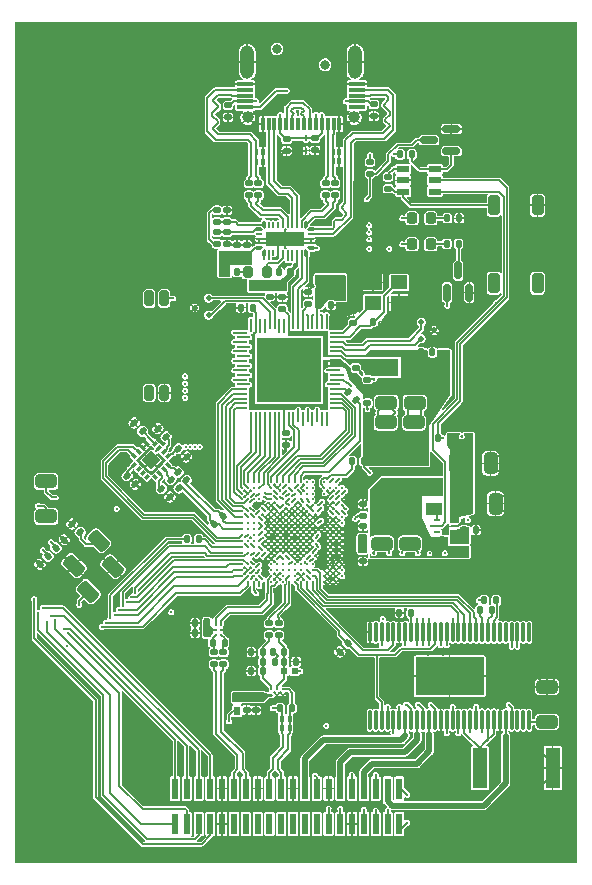
<source format=gbr>
%TF.GenerationSoftware,KiCad,Pcbnew,9.0.0*%
%TF.CreationDate,2025-03-19T22:59:47-05:00*%
%TF.ProjectId,opu_driver,6f70755f-6472-4697-9665-722e6b696361,rev?*%
%TF.SameCoordinates,Original*%
%TF.FileFunction,Copper,L1,Top*%
%TF.FilePolarity,Positive*%
%FSLAX46Y46*%
G04 Gerber Fmt 4.6, Leading zero omitted, Abs format (unit mm)*
G04 Created by KiCad (PCBNEW 9.0.0) date 2025-03-19 22:59:47*
%MOMM*%
%LPD*%
G01*
G04 APERTURE LIST*
G04 Aperture macros list*
%AMRoundRect*
0 Rectangle with rounded corners*
0 $1 Rounding radius*
0 $2 $3 $4 $5 $6 $7 $8 $9 X,Y pos of 4 corners*
0 Add a 4 corners polygon primitive as box body*
4,1,4,$2,$3,$4,$5,$6,$7,$8,$9,$2,$3,0*
0 Add four circle primitives for the rounded corners*
1,1,$1+$1,$2,$3*
1,1,$1+$1,$4,$5*
1,1,$1+$1,$6,$7*
1,1,$1+$1,$8,$9*
0 Add four rect primitives between the rounded corners*
20,1,$1+$1,$2,$3,$4,$5,0*
20,1,$1+$1,$4,$5,$6,$7,0*
20,1,$1+$1,$6,$7,$8,$9,0*
20,1,$1+$1,$8,$9,$2,$3,0*%
%AMRotRect*
0 Rectangle, with rotation*
0 The origin of the aperture is its center*
0 $1 length*
0 $2 width*
0 $3 Rotation angle, in degrees counterclockwise*
0 Add horizontal line*
21,1,$1,$2,0,0,$3*%
%AMFreePoly0*
4,1,14,0.135355,0.285355,0.150000,0.250000,0.150000,-0.250000,0.135355,-0.285355,0.100000,-0.300000,-0.100000,-0.300000,-0.135355,-0.285355,-0.150000,-0.250000,-0.150000,0.150000,-0.135355,0.185355,-0.035355,0.285355,0.000000,0.300000,0.100000,0.300000,0.135355,0.285355,0.135355,0.285355,$1*%
%AMFreePoly1*
4,1,14,0.035355,0.285355,0.135355,0.185355,0.150000,0.150000,0.150000,-0.250000,0.135355,-0.285355,0.100000,-0.300000,-0.100000,-0.300000,-0.135355,-0.285355,-0.150000,-0.250000,-0.150000,0.250000,-0.135355,0.285355,-0.100000,0.300000,0.000000,0.300000,0.035355,0.285355,0.035355,0.285355,$1*%
%AMFreePoly2*
4,1,14,0.285355,0.135355,0.300000,0.100000,0.300000,-0.100000,0.285355,-0.135355,0.250000,-0.150000,-0.150000,-0.150000,-0.185355,-0.135355,-0.285355,-0.035355,-0.300000,0.000000,-0.300000,0.100000,-0.285355,0.135355,-0.250000,0.150000,0.250000,0.150000,0.285355,0.135355,0.285355,0.135355,$1*%
%AMFreePoly3*
4,1,14,0.285355,0.135355,0.300000,0.100000,0.300000,-0.100000,0.285355,-0.135355,0.250000,-0.150000,-0.250000,-0.150000,-0.285355,-0.135355,-0.300000,-0.100000,-0.300000,0.000000,-0.285355,0.035355,-0.185355,0.135355,-0.150000,0.150000,0.250000,0.150000,0.285355,0.135355,0.285355,0.135355,$1*%
%AMFreePoly4*
4,1,14,0.135355,0.285355,0.150000,0.250000,0.150000,-0.150000,0.135355,-0.185355,0.035355,-0.285355,0.000000,-0.300000,-0.100000,-0.300000,-0.135355,-0.285355,-0.150000,-0.250000,-0.150000,0.250000,-0.135355,0.285355,-0.100000,0.300000,0.100000,0.300000,0.135355,0.285355,0.135355,0.285355,$1*%
%AMFreePoly5*
4,1,14,0.135355,0.285355,0.150000,0.250000,0.150000,-0.250000,0.135355,-0.285355,0.100000,-0.300000,0.000000,-0.300000,-0.035355,-0.285355,-0.135355,-0.185355,-0.150000,-0.150000,-0.150000,0.250000,-0.135355,0.285355,-0.100000,0.300000,0.100000,0.300000,0.135355,0.285355,0.135355,0.285355,$1*%
%AMFreePoly6*
4,1,14,0.185355,0.135355,0.285355,0.035355,0.300000,0.000000,0.300000,-0.100000,0.285355,-0.135355,0.250000,-0.150000,-0.250000,-0.150000,-0.285355,-0.135355,-0.300000,-0.100000,-0.300000,0.100000,-0.285355,0.135355,-0.250000,0.150000,0.150000,0.150000,0.185355,0.135355,0.185355,0.135355,$1*%
%AMFreePoly7*
4,1,14,0.285355,0.135355,0.300000,0.100000,0.300000,0.000000,0.285355,-0.035355,0.185355,-0.135355,0.150000,-0.150000,-0.250000,-0.150000,-0.285355,-0.135355,-0.300000,-0.100000,-0.300000,0.100000,-0.285355,0.135355,-0.250000,0.150000,0.250000,0.150000,0.285355,0.135355,0.285355,0.135355,$1*%
G04 Aperture macros list end*
%TA.AperFunction,SMDPad,CuDef*%
%ADD10RoundRect,0.140000X-0.170000X0.140000X-0.170000X-0.140000X0.170000X-0.140000X0.170000X0.140000X0*%
%TD*%
%TA.AperFunction,SMDPad,CuDef*%
%ADD11RoundRect,0.140000X0.170000X-0.140000X0.170000X0.140000X-0.170000X0.140000X-0.170000X-0.140000X0*%
%TD*%
%TA.AperFunction,SMDPad,CuDef*%
%ADD12RoundRect,0.220000X0.220000X0.255000X-0.220000X0.255000X-0.220000X-0.255000X0.220000X-0.255000X0*%
%TD*%
%TA.AperFunction,SMDPad,CuDef*%
%ADD13RoundRect,0.250000X-0.650000X0.325000X-0.650000X-0.325000X0.650000X-0.325000X0.650000X0.325000X0*%
%TD*%
%TA.AperFunction,SMDPad,CuDef*%
%ADD14FreePoly0,0.000000*%
%TD*%
%TA.AperFunction,SMDPad,CuDef*%
%ADD15O,0.200000X0.510000*%
%TD*%
%TA.AperFunction,SMDPad,CuDef*%
%ADD16FreePoly1,0.000000*%
%TD*%
%TA.AperFunction,SMDPad,CuDef*%
%ADD17FreePoly2,0.000000*%
%TD*%
%TA.AperFunction,SMDPad,CuDef*%
%ADD18O,0.510000X0.200000*%
%TD*%
%TA.AperFunction,SMDPad,CuDef*%
%ADD19FreePoly3,0.000000*%
%TD*%
%TA.AperFunction,SMDPad,CuDef*%
%ADD20FreePoly4,0.000000*%
%TD*%
%TA.AperFunction,SMDPad,CuDef*%
%ADD21FreePoly5,0.000000*%
%TD*%
%TA.AperFunction,SMDPad,CuDef*%
%ADD22FreePoly6,0.000000*%
%TD*%
%TA.AperFunction,SMDPad,CuDef*%
%ADD23FreePoly7,0.000000*%
%TD*%
%TA.AperFunction,SMDPad,CuDef*%
%ADD24R,3.200000X1.200000*%
%TD*%
%TA.AperFunction,SMDPad,CuDef*%
%ADD25RoundRect,0.140000X-0.219203X-0.021213X-0.021213X-0.219203X0.219203X0.021213X0.021213X0.219203X0*%
%TD*%
%TA.AperFunction,SMDPad,CuDef*%
%ADD26RoundRect,0.250000X-0.229810X0.689429X-0.689429X0.229810X0.229810X-0.689429X0.689429X-0.229810X0*%
%TD*%
%TA.AperFunction,SMDPad,CuDef*%
%ADD27RoundRect,0.140000X-0.140000X-0.170000X0.140000X-0.170000X0.140000X0.170000X-0.140000X0.170000X0*%
%TD*%
%TA.AperFunction,SMDPad,CuDef*%
%ADD28RoundRect,0.250000X0.650000X-0.325000X0.650000X0.325000X-0.650000X0.325000X-0.650000X-0.325000X0*%
%TD*%
%TA.AperFunction,SMDPad,CuDef*%
%ADD29RoundRect,0.140000X0.140000X0.170000X-0.140000X0.170000X-0.140000X-0.170000X0.140000X-0.170000X0*%
%TD*%
%TA.AperFunction,SMDPad,CuDef*%
%ADD30RoundRect,0.250000X-0.325000X-0.650000X0.325000X-0.650000X0.325000X0.650000X-0.325000X0.650000X0*%
%TD*%
%TA.AperFunction,SMDPad,CuDef*%
%ADD31C,0.508000*%
%TD*%
%TA.AperFunction,SMDPad,CuDef*%
%ADD32R,0.600000X1.800000*%
%TD*%
%TA.AperFunction,SMDPad,CuDef*%
%ADD33R,0.220000X0.610000*%
%TD*%
%TA.AperFunction,SMDPad,CuDef*%
%ADD34R,0.410000X0.610000*%
%TD*%
%TA.AperFunction,SMDPad,CuDef*%
%ADD35R,1.400000X1.200000*%
%TD*%
%TA.AperFunction,SMDPad,CuDef*%
%ADD36RoundRect,0.140000X-0.021213X0.219203X-0.219203X0.021213X0.021213X-0.219203X0.219203X-0.021213X0*%
%TD*%
%TA.AperFunction,SMDPad,CuDef*%
%ADD37R,0.400000X0.600000*%
%TD*%
%TA.AperFunction,SMDPad,CuDef*%
%ADD38RoundRect,0.150000X0.150000X-0.590000X0.150000X0.590000X-0.150000X0.590000X-0.150000X-0.590000X0*%
%TD*%
%TA.AperFunction,SMDPad,CuDef*%
%ADD39R,1.380000X1.130000*%
%TD*%
%TA.AperFunction,SMDPad,CuDef*%
%ADD40RotRect,0.330200X0.406400X45.000000*%
%TD*%
%TA.AperFunction,SMDPad,CuDef*%
%ADD41RotRect,0.330200X0.406400X315.000000*%
%TD*%
%TA.AperFunction,SMDPad,CuDef*%
%ADD42RotRect,1.092200X1.092200X315.000000*%
%TD*%
%TA.AperFunction,SMDPad,CuDef*%
%ADD43RoundRect,0.140000X0.219203X0.021213X0.021213X0.219203X-0.219203X-0.021213X-0.021213X-0.219203X0*%
%TD*%
%TA.AperFunction,SMDPad,CuDef*%
%ADD44RoundRect,0.150000X0.590000X0.150000X-0.590000X0.150000X-0.590000X-0.150000X0.590000X-0.150000X0*%
%TD*%
%TA.AperFunction,SMDPad,CuDef*%
%ADD45RoundRect,0.140000X0.021213X-0.219203X0.219203X-0.021213X-0.021213X0.219203X-0.219203X0.021213X0*%
%TD*%
%TA.AperFunction,SMDPad,CuDef*%
%ADD46O,0.280000X1.720000*%
%TD*%
%TA.AperFunction,SMDPad,CuDef*%
%ADD47R,5.830000X3.230000*%
%TD*%
%TA.AperFunction,SMDPad,CuDef*%
%ADD48RoundRect,0.200000X0.200000X0.275000X-0.200000X0.275000X-0.200000X-0.275000X0.200000X-0.275000X0*%
%TD*%
%TA.AperFunction,ComponentPad*%
%ADD49C,0.800000*%
%TD*%
%TA.AperFunction,SMDPad,CuDef*%
%ADD50R,0.300000X1.140000*%
%TD*%
%TA.AperFunction,SMDPad,CuDef*%
%ADD51R,1.450000X0.300000*%
%TD*%
%TA.AperFunction,ComponentPad*%
%ADD52O,1.190000X2.840000*%
%TD*%
%TA.AperFunction,ComponentPad*%
%ADD53C,1.000000*%
%TD*%
%TA.AperFunction,SMDPad,CuDef*%
%ADD54RoundRect,0.250000X0.250000X-0.600000X0.250000X0.600000X-0.250000X0.600000X-0.250000X-0.600000X0*%
%TD*%
%TA.AperFunction,SMDPad,CuDef*%
%ADD55R,1.100000X0.600000*%
%TD*%
%TA.AperFunction,SMDPad,CuDef*%
%ADD56R,0.550000X0.280000*%
%TD*%
%TA.AperFunction,SMDPad,CuDef*%
%ADD57C,0.220000*%
%TD*%
%TA.AperFunction,SMDPad,CuDef*%
%ADD58R,0.540000X0.790000*%
%TD*%
%TA.AperFunction,SMDPad,CuDef*%
%ADD59RoundRect,0.200000X-0.200000X0.450000X-0.200000X-0.450000X0.200000X-0.450000X0.200000X0.450000X0*%
%TD*%
%TA.AperFunction,SMDPad,CuDef*%
%ADD60R,0.570000X0.540000*%
%TD*%
%TA.AperFunction,SMDPad,CuDef*%
%ADD61RoundRect,0.250000X0.229810X-0.689429X0.689429X-0.229810X-0.229810X0.689429X-0.689429X0.229810X0*%
%TD*%
%TA.AperFunction,SMDPad,CuDef*%
%ADD62C,0.200000*%
%TD*%
%TA.AperFunction,SMDPad,CuDef*%
%ADD63R,0.260000X0.520000*%
%TD*%
%TA.AperFunction,SMDPad,CuDef*%
%ADD64R,1.280000X3.460000*%
%TD*%
%TA.AperFunction,SMDPad,CuDef*%
%ADD65C,0.230000*%
%TD*%
%TA.AperFunction,SMDPad,CuDef*%
%ADD66R,0.200000X0.900000*%
%TD*%
%TA.AperFunction,SMDPad,CuDef*%
%ADD67R,0.900000X0.200000*%
%TD*%
%TA.AperFunction,SMDPad,CuDef*%
%ADD68R,5.500000X5.500000*%
%TD*%
%TA.AperFunction,ViaPad*%
%ADD69C,0.250000*%
%TD*%
%TA.AperFunction,Conductor*%
%ADD70C,0.150000*%
%TD*%
%TA.AperFunction,Conductor*%
%ADD71C,0.200000*%
%TD*%
%TA.AperFunction,Conductor*%
%ADD72C,0.088900*%
%TD*%
%TA.AperFunction,Conductor*%
%ADD73C,0.508000*%
%TD*%
G04 APERTURE END LIST*
D10*
%TO.P,R42,1*%
%TO.N,/VBUS*%
X56661072Y-117224329D03*
%TO.P,R42,2*%
%TO.N,/Power/EN_5V0_L*%
X56661072Y-118224327D03*
%TD*%
D11*
%TO.P,R4,1*%
%TO.N,/UFP_MUX/OUT1*%
X44545965Y-122322067D03*
%TO.P,R4,2*%
%TO.N,GND*%
X44545965Y-121322067D03*
%TD*%
D12*
%TO.P,D7,1*%
%TO.N,Net-(D7-Pad1)*%
X61789999Y-124200000D03*
%TO.P,D7,2*%
%TO.N,+5V*%
X60210001Y-124200000D03*
%TD*%
D13*
%TO.P,C107,1*%
%TO.N,+1V1*%
X57645165Y-146605867D03*
%TO.P,C107,2*%
%TO.N,GND*%
X57645165Y-149565867D03*
%TD*%
D10*
%TO.P,C58,1*%
%TO.N,+3V3*%
X56045165Y-150065868D03*
%TO.P,C58,2*%
%TO.N,GND*%
X56045165Y-151065866D03*
%TD*%
D14*
%TO.P,U2,1,CC2*%
%TO.N,/CC2*%
X47673565Y-124942767D03*
D15*
%TO.P,U2,2,CC1*%
%TO.N,/CC1*%
X48073565Y-124942767D03*
%TO.P,U2,3,CURRENT_MODE*%
%TO.N,unconnected-(U2-CURRENT_MODE-Pad3)*%
X48473565Y-124942767D03*
%TO.P,U2,4,PORT*%
%TO.N,GND*%
X48873565Y-124942767D03*
%TO.P,U2,5,VBUS_DET*%
%TO.N,Net-(U2-VBUS_DET)*%
X49273565Y-124942767D03*
%TO.P,U2,6,TXp*%
%TO.N,/TXpre_P*%
X49673565Y-124942767D03*
%TO.P,U2,7,TXn*%
%TO.N,/TXpre_N*%
X50073565Y-124942767D03*
%TO.P,U2,8,VCC33*%
%TO.N,+3V3*%
X50473565Y-124942767D03*
%TO.P,U2,9,RXp*%
%TO.N,/RXP*%
X50873565Y-124942767D03*
D16*
%TO.P,U2,10,RXn*%
%TO.N,/RXN*%
X51273565Y-124942767D03*
D17*
%TO.P,U2,11,DIR*%
%TO.N,Net-(U2-DIR)*%
X51673565Y-124542767D03*
D18*
%TO.P,U2,12,ENn_MUX*%
%TO.N,GND*%
X51673565Y-124142767D03*
%TO.P,U2,13,GND*%
X51673565Y-123742767D03*
%TO.P,U2,14,RX1n*%
%TO.N,/RX1+*%
X51673565Y-123342767D03*
D19*
%TO.P,U2,15,RX1p*%
%TO.N,/RX1-*%
X51673565Y-122942767D03*
D20*
%TO.P,U2,16,TX1n*%
%TO.N,/TX1_P*%
X51273565Y-122542767D03*
D15*
%TO.P,U2,17,TX1p*%
%TO.N,/TX1_N*%
X50873565Y-122542767D03*
%TO.P,U2,18,RX2n*%
%TO.N,/RX2-*%
X50473565Y-122542767D03*
%TO.P,U2,19,RX2p*%
%TO.N,/RX2+*%
X50073565Y-122542767D03*
%TO.P,U2,20,TX2n*%
%TO.N,/TX2_N*%
X49673565Y-122542767D03*
%TO.P,U2,21,TX2p*%
%TO.N,/TX2_P*%
X49273565Y-122542767D03*
%TO.P,U2,22,ADDR*%
%TO.N,unconnected-(U2-ADDR-Pad22)*%
X48873565Y-122542767D03*
%TO.P,U2,23,INT_N/OUT3*%
%TO.N,unconnected-(U2-INT_N{slash}OUT3-Pad23)*%
X48473565Y-122542767D03*
%TO.P,U2,24,VCONN_FAULT_N*%
%TO.N,unconnected-(U2-VCONN_FAULT_N-Pad24)*%
X48073565Y-122542767D03*
D21*
%TO.P,U2,25,SDA/OUT1*%
%TO.N,/UFP_MUX/OUT1*%
X47673565Y-122542767D03*
D22*
%TO.P,U2,26,SCL/OUT2*%
%TO.N,/UFP_MUX/OUT2*%
X47273565Y-122942767D03*
D18*
%TO.P,U2,27,ID*%
%TO.N,unconnected-(U2-ID-Pad27)*%
X47273565Y-123342767D03*
%TO.P,U2,28,GND*%
%TO.N,GND*%
X47273565Y-123742767D03*
%TO.P,U2,29,ENn_CC*%
X47273565Y-124142767D03*
D23*
%TO.P,U2,30,VDD5*%
%TO.N,+5V*%
X47273565Y-124542767D03*
D24*
%TO.P,U2,31,EP*%
%TO.N,GND*%
X49473565Y-123742767D03*
%TD*%
D10*
%TO.P,C21,1*%
%TO.N,+3V3*%
X49549004Y-140186026D03*
%TO.P,C21,2*%
%TO.N,GND*%
X49549004Y-141186026D03*
%TD*%
D25*
%TO.P,C34,1*%
%TO.N,+3V3*%
X36091612Y-143812314D03*
%TO.P,C34,2*%
%TO.N,GND*%
X36798718Y-144519420D03*
%TD*%
D11*
%TO.P,C93,1*%
%TO.N,+1V1*%
X64602927Y-150282618D03*
%TO.P,C93,2*%
%TO.N,Net-(U11-FB)*%
X64602927Y-149282620D03*
%TD*%
D26*
%TO.P,C66,1*%
%TO.N,Net-(U6-COM)*%
X33691683Y-149319349D03*
%TO.P,C66,2*%
%TO.N,GND*%
X31598647Y-151412385D03*
%TD*%
D27*
%TO.P,R37,1*%
%TO.N,Net-(D7-Pad1)*%
X63150905Y-124167397D03*
%TO.P,R37,2*%
%TO.N,Net-(Q1-D)*%
X64150905Y-124167397D03*
%TD*%
D28*
%TO.P,C96,1*%
%TO.N,+3V3*%
X57992996Y-142245869D03*
%TO.P,C96,2*%
%TO.N,GND*%
X57992996Y-139285869D03*
%TD*%
D29*
%TO.P,R25,1*%
%TO.N,Net-(U5-IN-)*%
X44352225Y-157945785D03*
%TO.P,R25,2*%
%TO.N,Net-(U5-IN+)*%
X43352227Y-157945785D03*
%TD*%
D11*
%TO.P,C7,1*%
%TO.N,+5V*%
X46222365Y-125258767D03*
%TO.P,C7,2*%
%TO.N,GND*%
X46222365Y-124258767D03*
%TD*%
D29*
%TO.P,C22,1*%
%TO.N,+3V3*%
X46745165Y-129565867D03*
%TO.P,C22,2*%
%TO.N,GND*%
X45745165Y-129565867D03*
%TD*%
D30*
%TO.P,C102,1*%
%TO.N,+5V*%
X64333400Y-146165151D03*
%TO.P,C102,2*%
%TO.N,GND*%
X67293400Y-146165151D03*
%TD*%
D11*
%TO.P,R9,1*%
%TO.N,/EPC5_Configuration/JTAG_TCK*%
X56077472Y-147183908D03*
%TO.P,R9,2*%
%TO.N,GND*%
X56077472Y-146183910D03*
%TD*%
D31*
%TO.P,TP11,1,1*%
%TO.N,GND*%
X41800000Y-129600000D03*
%TD*%
D27*
%TO.P,C117,1*%
%TO.N,/LD_DATA_OUT-*%
X49405165Y-159550867D03*
%TO.P,C117,2*%
%TO.N,GND*%
X50405165Y-159550867D03*
%TD*%
D28*
%TO.P,C88,1*%
%TO.N,+5V*%
X71645165Y-164645867D03*
%TO.P,C88,2*%
%TO.N,GND*%
X71645165Y-161685867D03*
%TD*%
D10*
%TO.P,C116,1*%
%TO.N,Net-(U12-VDD)*%
X46207930Y-162650868D03*
%TO.P,C116,2*%
%TO.N,GND*%
X46207930Y-163650866D03*
%TD*%
D29*
%TO.P,R17,1*%
%TO.N,+3V3*%
X56145165Y-142565867D03*
%TO.P,R17,2*%
%TO.N,/FPGA_CONFIG_SN*%
X55145165Y-142565867D03*
%TD*%
D32*
%TO.P,H1,1,1*%
%TO.N,/ADC_CH4*%
X40145165Y-173300000D03*
%TO.P,H1,2,2*%
%TO.N,/ADC_CH0*%
X40145165Y-170300000D03*
%TO.P,H1,3,3*%
%TO.N,/ADC_CH2*%
X41145165Y-173300000D03*
%TO.P,H1,4,4*%
%TO.N,/ADC_CH1*%
X41145165Y-170300000D03*
%TO.P,H1,5,5*%
%TO.N,/ADC_CH6*%
X42145165Y-173300000D03*
%TO.P,H1,6,6*%
%TO.N,/ADC_CH3*%
X42145165Y-170300000D03*
%TO.P,H1,7,7*%
%TO.N,/ADC_CH7*%
X43145165Y-173300000D03*
%TO.P,H1,8,8*%
%TO.N,/ADC_CH5*%
X43145165Y-170300000D03*
%TO.P,H1,9,9*%
%TO.N,GND*%
X44145165Y-173300000D03*
%TO.P,H1,10,10*%
X44145165Y-170300000D03*
%TO.P,H1,11,11*%
%TO.N,unconnected-(H1-Pad11)*%
X45145165Y-173300000D03*
%TO.P,H1,12,12*%
%TO.N,/RF+*%
X45145165Y-170300000D03*
%TO.P,H1,13,13*%
%TO.N,unconnected-(H1-Pad13)*%
X46145165Y-173300000D03*
%TO.P,H1,14,14*%
%TO.N,/RF-*%
X46145165Y-170300000D03*
%TO.P,H1,15,15*%
%TO.N,unconnected-(H1-Pad15)*%
X47145165Y-173300000D03*
%TO.P,H1,16,16*%
%TO.N,GND*%
X47145165Y-170300000D03*
%TO.P,H1,17,17*%
%TO.N,unconnected-(H1-Pad17)*%
X48145165Y-173300000D03*
%TO.P,H1,18,18*%
%TO.N,/LD+*%
X48145165Y-170300000D03*
%TO.P,H1,19,19*%
%TO.N,unconnected-(H1-Pad19)*%
X49145165Y-173300000D03*
%TO.P,H1,20,20*%
%TO.N,/LD-*%
X49145165Y-170300000D03*
%TO.P,H1,21,21*%
%TO.N,unconnected-(H1-Pad21)*%
X50145165Y-173300000D03*
%TO.P,H1,22,22*%
%TO.N,GND*%
X50145165Y-170300000D03*
%TO.P,H1,23,23*%
%TO.N,unconnected-(H1-Pad23)*%
X51145165Y-173300000D03*
%TO.P,H1,24,24*%
%TO.N,/motor_tlt+*%
X51145165Y-170300000D03*
%TO.P,H1,25,25*%
%TO.N,unconnected-(H1-Pad25)*%
X52145165Y-173300000D03*
%TO.P,H1,26,26*%
%TO.N,/motor_tlt-*%
X52145165Y-170300000D03*
%TO.P,H1,27,27*%
%TO.N,/motor_stp+*%
X53145165Y-173300000D03*
%TO.P,H1,28,28*%
%TO.N,GND*%
X53145165Y-170300000D03*
%TO.P,H1,29,29*%
%TO.N,/motor_stp-*%
X54145165Y-173300000D03*
%TO.P,H1,30,30*%
%TO.N,/motor_fcs+*%
X54145165Y-170300000D03*
%TO.P,H1,31,31*%
%TO.N,GND*%
X55145165Y-173300000D03*
%TO.P,H1,32,32*%
%TO.N,/motor_fcs-*%
X55145165Y-170300000D03*
%TO.P,H1,33,33*%
%TO.N,/motor_spindle_v*%
X56145165Y-173300000D03*
%TO.P,H1,34,34*%
%TO.N,/motor_trk+*%
X56145165Y-170300000D03*
%TO.P,H1,35,35*%
%TO.N,/motor_spindle_u*%
X57145165Y-173300000D03*
%TO.P,H1,36,36*%
%TO.N,/motor_trk-*%
X57145165Y-170300000D03*
%TO.P,H1,37,37*%
%TO.N,/motor_spindle_w*%
X58145165Y-173300000D03*
%TO.P,H1,38,38*%
%TO.N,/motor_sled+*%
X58145165Y-170300000D03*
%TO.P,H1,39,39*%
%TO.N,/motor_spindle_com*%
X59145165Y-173300000D03*
%TO.P,H1,40,40*%
%TO.N,/motor_sled-*%
X59145165Y-170300000D03*
%TD*%
D27*
%TO.P,R29,1*%
%TO.N,Net-(C114-Pad1)*%
X48405165Y-158750867D03*
%TO.P,R29,2*%
%TO.N,/LD_DATA_OUT-*%
X49405165Y-158750867D03*
%TD*%
%TO.P,R18,1*%
%TO.N,Net-(U11-FB)*%
X64615562Y-148427747D03*
%TO.P,R18,2*%
%TO.N,GND*%
X65615560Y-148427747D03*
%TD*%
D33*
%TO.P,D1,1,I/O*%
%TO.N,/RX1+*%
X55070965Y-116382867D03*
%TO.P,D1,2,I/O*%
%TO.N,/RX1-*%
X54570965Y-116382867D03*
D34*
%TO.P,D1,3,GND*%
%TO.N,GND*%
X54070965Y-116382867D03*
D33*
%TO.P,D1,4,I/O*%
%TO.N,/TX1+*%
X53570965Y-116382867D03*
%TO.P,D1,5,I/O*%
%TO.N,/TX1-*%
X53070965Y-116382867D03*
%TO.P,D1,6,N/C*%
X53070965Y-117202867D03*
%TO.P,D1,7,N/C*%
%TO.N,/TX1+*%
X53570965Y-117202867D03*
D34*
%TO.P,D1,8,GND*%
%TO.N,GND*%
X54070965Y-117202867D03*
D33*
%TO.P,D1,9,N/C*%
%TO.N,/RX1-*%
X54570965Y-117202867D03*
%TO.P,D1,10,N/C*%
%TO.N,/RX1+*%
X55070965Y-117202867D03*
%TD*%
D11*
%TO.P,C57,1*%
%TO.N,+3V3*%
X56070934Y-149065866D03*
%TO.P,C57,2*%
%TO.N,GND*%
X56070934Y-148065868D03*
%TD*%
D35*
%TO.P,X1,1,OSC1*%
%TO.N,/XI*%
X56920877Y-129146938D03*
%TO.P,X1,2,GND*%
%TO.N,GND*%
X59120877Y-129146938D03*
%TO.P,X1,3,OSC2*%
%TO.N,/XO*%
X59120877Y-127446938D03*
%TO.P,X1,4,GND*%
%TO.N,GND*%
X56920877Y-127446938D03*
%TD*%
D36*
%TO.P,R26,1*%
%TO.N,/LD_CLK+*%
X44198718Y-147212314D03*
%TO.P,R26,2*%
%TO.N,/LD_CLK-*%
X43491612Y-147919420D03*
%TD*%
D37*
%TO.P,D5,1,C*%
%TO.N,/LD+*%
X49205165Y-164365867D03*
%TO.P,D5,2,A*%
%TO.N,/LD-*%
X49845165Y-164365867D03*
%TD*%
D27*
%TO.P,R36,1*%
%TO.N,Net-(D9-Pad1)*%
X63206958Y-122008960D03*
%TO.P,R36,2*%
%TO.N,GND*%
X64206958Y-122008960D03*
%TD*%
%TO.P,R28,1*%
%TO.N,GND*%
X46608684Y-158750867D03*
%TO.P,R28,2*%
%TO.N,/LD_DATA_OUT+*%
X47608684Y-158750867D03*
%TD*%
D38*
%TO.P,Q1,1,G*%
%TO.N,/FPGA_CONFIG_DONE*%
X63177740Y-128302630D03*
%TO.P,Q1,2,S*%
%TO.N,GND*%
X65077740Y-128302630D03*
%TO.P,Q1,3,D*%
%TO.N,Net-(Q1-D)*%
X64127740Y-126422631D03*
%TD*%
D33*
%TO.P,D2,1,I/O*%
%TO.N,/TX2+*%
X46568565Y-117228267D03*
%TO.P,D2,2,I/O*%
%TO.N,/TX2-*%
X47068565Y-117228267D03*
D34*
%TO.P,D2,3,GND*%
%TO.N,GND*%
X47568565Y-117228267D03*
D33*
%TO.P,D2,4,I/O*%
%TO.N,/RX2+*%
X48068565Y-117228267D03*
%TO.P,D2,5,I/O*%
%TO.N,/RX2-*%
X48568565Y-117228267D03*
%TO.P,D2,6,N/C*%
X48568565Y-116408267D03*
%TO.P,D2,7,N/C*%
%TO.N,/RX2+*%
X48068565Y-116408267D03*
D34*
%TO.P,D2,8,GND*%
%TO.N,GND*%
X47568565Y-116408267D03*
D33*
%TO.P,D2,9,N/C*%
%TO.N,/TX2-*%
X47068565Y-116408267D03*
%TO.P,D2,10,N/C*%
%TO.N,/TX2+*%
X46568565Y-116408267D03*
%TD*%
D39*
%TO.P,L3,1,1*%
%TO.N,Net-(U11-SW)*%
X62045165Y-146652977D03*
%TO.P,L3,2,2*%
%TO.N,+1V1*%
X62045165Y-144712975D03*
%TD*%
D10*
%TO.P,C115,1*%
%TO.N,Net-(U12-VDD)*%
X47005165Y-162658154D03*
%TO.P,C115,2*%
%TO.N,GND*%
X47005165Y-163658152D03*
%TD*%
D29*
%TO.P,C10,1*%
%TO.N,+3V3*%
X49945165Y-126565867D03*
%TO.P,C10,2*%
%TO.N,GND*%
X48945165Y-126565867D03*
%TD*%
D10*
%TO.P,C23,1*%
%TO.N,+3V3*%
X56445165Y-136665867D03*
%TO.P,C23,2*%
%TO.N,GND*%
X56445165Y-137665867D03*
%TD*%
%TO.P,C18,1*%
%TO.N,/VBUS*%
X52020071Y-115255615D03*
%TO.P,C18,2*%
%TO.N,GND*%
X52020071Y-116255613D03*
%TD*%
%TO.P,R2,1*%
%TO.N,+3V3*%
X43707765Y-121322067D03*
%TO.P,R2,2*%
%TO.N,/UFP_MUX/OUT1*%
X43707765Y-122322067D03*
%TD*%
%TO.P,C17,1*%
%TO.N,/VBUS*%
X49600000Y-115300001D03*
%TO.P,C17,2*%
%TO.N,GND*%
X49600000Y-116299999D03*
%TD*%
%TO.P,R41,1*%
%TO.N,/VBUS*%
X58200000Y-118500001D03*
%TO.P,R41,2*%
%TO.N,Net-(S2-B)*%
X58200000Y-119499999D03*
%TD*%
D11*
%TO.P,C24,1*%
%TO.N,+3V3*%
X55445165Y-135665867D03*
%TO.P,C24,2*%
%TO.N,GND*%
X55445165Y-134665867D03*
%TD*%
%TO.P,C16,1*%
%TO.N,/TX2_P*%
X46400165Y-120061467D03*
%TO.P,C16,2*%
%TO.N,/TX2+*%
X46400165Y-119061467D03*
%TD*%
D40*
%TO.P,U7,1,OE*%
%TO.N,GND*%
X37769039Y-141107788D03*
%TO.P,U7,2,FMT_ADDR*%
X37415396Y-141461431D03*
%TO.P,U7,3,OTP_SEL0/SCL*%
%TO.N,/CLK_GEN_I2C_SCL*%
X37061754Y-141815073D03*
%TO.P,U7,4,OTP_SEL1/SDA*%
%TO.N,/CLK_GEN_I2C_SDA*%
X36708111Y-142168716D03*
D41*
%TO.P,U7,5,VDD*%
%TO.N,+3V3*%
X36708111Y-142867918D03*
%TO.P,U7,6,NC*%
%TO.N,unconnected-(U7-NC-Pad6)*%
X37061754Y-143221561D03*
%TO.P,U7,7,OUT0_N*%
%TO.N,unconnected-(U7-OUT0_N-Pad7)*%
X37415396Y-143575203D03*
%TO.P,U7,8,OUT0_P*%
%TO.N,unconnected-(U7-OUT0_P-Pad8)*%
X37769039Y-143928846D03*
D40*
%TO.P,U7,9,NC*%
%TO.N,unconnected-(U7-NC-Pad9)*%
X38468241Y-143928846D03*
%TO.P,U7,10,VDDO_0*%
%TO.N,+3V3*%
X38821884Y-143575203D03*
%TO.P,U7,11,OUT1_N*%
%TO.N,Net-(U7-OUT1_N)*%
X39175526Y-143221561D03*
%TO.P,U7,12,OUT1_P*%
%TO.N,Net-(U7-OUT1_P)*%
X39529169Y-142867918D03*
D41*
%TO.P,U7,13,VDDO_1*%
%TO.N,+3V3*%
X39529169Y-142168716D03*
%TO.P,U7,14,VDD*%
X39175526Y-141815073D03*
%TO.P,U7,15,REF_CTRL*%
%TO.N,/ref_clk*%
X38821884Y-141461431D03*
%TO.P,U7,16,VDD*%
%TO.N,+3V3*%
X38468241Y-141107788D03*
D42*
%TO.P,U7,17,DAP*%
%TO.N,GND*%
X38118640Y-142518317D03*
%TD*%
D11*
%TO.P,C14,1*%
%TO.N,/TX1_P*%
X53715365Y-120061467D03*
%TO.P,C14,2*%
%TO.N,/TX1+*%
X53715365Y-119061467D03*
%TD*%
D29*
%TO.P,R35,1*%
%TO.N,/LD-*%
X50056324Y-163484707D03*
%TO.P,R35,2*%
%TO.N,/LD+*%
X49056326Y-163484707D03*
%TD*%
D43*
%TO.P,R44,1*%
%TO.N,/HTCLK_1*%
X55481344Y-137435911D03*
%TO.P,R44,2*%
%TO.N,Net-(U1-PA11)*%
X54774238Y-136728805D03*
%TD*%
D44*
%TO.P,Q2,1,G*%
%TO.N,/Power/EN_5V0*%
X63540000Y-116350000D03*
%TO.P,Q2,2,S*%
%TO.N,GND*%
X63540000Y-114450000D03*
%TO.P,Q2,3,D*%
%TO.N,/Power/EN_5V0_L*%
X61660001Y-115400000D03*
%TD*%
D13*
%TO.P,C3,1*%
%TO.N,+3V3*%
X60445165Y-134685867D03*
%TO.P,C3,2*%
%TO.N,GND*%
X60445165Y-137645867D03*
%TD*%
D10*
%TO.P,C127,1*%
%TO.N,Net-(U4D-PR35B{slash}VREF1_3)*%
X48956325Y-156313828D03*
%TO.P,C127,2*%
%TO.N,/LD_DATA_OUT-*%
X48956325Y-157313826D03*
%TD*%
D30*
%TO.P,C100,1*%
%TO.N,+5V*%
X63912995Y-142765868D03*
%TO.P,C100,2*%
%TO.N,GND*%
X66872995Y-142765868D03*
%TD*%
D27*
%TO.P,C25,1*%
%TO.N,+3V3*%
X60945165Y-133365867D03*
%TO.P,C25,2*%
%TO.N,GND*%
X61945165Y-133365867D03*
%TD*%
D45*
%TO.P,C75,1*%
%TO.N,+5V*%
X30071752Y-149919420D03*
%TO.P,C75,2*%
%TO.N,GND*%
X30778858Y-149212314D03*
%TD*%
D43*
%TO.P,C31,1*%
%TO.N,+3V3*%
X37399125Y-140041808D03*
%TO.P,C31,2*%
%TO.N,GND*%
X36692019Y-139334702D03*
%TD*%
D31*
%TO.P,TP6,1,1*%
%TO.N,/GX_1_P*%
X61000000Y-130800000D03*
%TD*%
%TO.P,TP8,1,1*%
%TO.N,GND*%
X62091054Y-131508199D03*
%TD*%
D46*
%TO.P,U8,1,LOAD+*%
%TO.N,unconnected-(U8-LOAD+-Pad1)*%
X70145165Y-157055867D03*
%TO.P,U8,2,LOAD\u2013*%
%TO.N,unconnected-(U8-LOAD\u2013-Pad2)*%
X69645165Y-157055867D03*
%TO.P,U8,3,STP1+*%
%TO.N,/motor_stp+*%
X69145165Y-157055867D03*
%TO.P,U8,4,STP1-*%
%TO.N,/motor_stp-*%
X68645165Y-157055867D03*
%TO.P,U8,5,STP2+*%
%TO.N,unconnected-(U8-STP2+-Pad5)*%
X68145165Y-157055867D03*
%TO.P,U8,6,STP2-*%
%TO.N,unconnected-(U8-STP2--Pad6)*%
X67645165Y-157055867D03*
%TO.P,U8,7,CP3*%
%TO.N,Net-(U8-CP3)*%
X67145165Y-157055867D03*
%TO.P,U8,8,CP2*%
%TO.N,Net-(U8-CP2)*%
X66645165Y-157055867D03*
%TO.P,U8,9,CP1*%
%TO.N,Net-(U8-CP1)*%
X66145165Y-157055867D03*
%TO.P,U8,10,SSZ*%
%TO.N,/motor_drvr_cs*%
X65645165Y-157055867D03*
%TO.P,U8,11,SCLK*%
%TO.N,/motor_drvr_clk*%
X65145165Y-157055867D03*
%TO.P,U8,12,SIMO*%
%TO.N,/motor_drvr_mosi*%
X64645165Y-157055867D03*
%TO.P,U8,13,SOMI*%
%TO.N,/motor_drvr_miso*%
X64145165Y-157055867D03*
%TO.P,U8,14,SIOV*%
%TO.N,+3V3*%
X63645165Y-157055867D03*
%TO.P,U8,15,XRESET*%
%TO.N,/motor_drvr_reset_out*%
X63145165Y-157055867D03*
%TO.P,U8,16,XFG*%
%TO.N,/motor_drvr_xfg*%
X62645165Y-157055867D03*
%TO.P,U8,17,XMUTE*%
%TO.N,/motor_drvr_reset_in*%
X62145165Y-157055867D03*
%TO.P,U8,18,SWR_SEQ1*%
%TO.N,+5V*%
X61645165Y-157055867D03*
%TO.P,U8,19,SWR_SEQ2*%
X61145165Y-157055867D03*
%TO.P,U8,20,V1PXSEL*%
X60645165Y-157055867D03*
%TO.P,U8,21,CV3P3*%
%TO.N,Net-(U8-CV3P3)*%
X60145165Y-157055867D03*
%TO.P,U8,22,A5V*%
%TO.N,+5V*%
X59645165Y-157055867D03*
%TO.P,U8,23,AGND*%
%TO.N,GND*%
X59145165Y-157055867D03*
%TO.P,U8,24,GPOUT*%
%TO.N,/motor_drvr_gpout*%
X58645165Y-157055867D03*
%TO.P,U8,25,FB1PX*%
%TO.N,unconnected-(U8-FB1PX-Pad25)*%
X58145165Y-157055867D03*
%TO.P,U8,26,P5V_SW*%
%TO.N,+5V*%
X57645165Y-157055867D03*
%TO.P,U8,27,REG1PX*%
%TO.N,unconnected-(U8-REG1PX-Pad27)*%
X57145165Y-157055867D03*
%TO.P,U8,28,PGND_SW*%
%TO.N,GND*%
X56645165Y-157055867D03*
%TO.P,U8,29,REG3P3*%
%TO.N,unconnected-(U8-REG3P3-Pad29)*%
X56645165Y-164475867D03*
%TO.P,U8,30,FB3P3*%
%TO.N,unconnected-(U8-FB3P3-Pad30)*%
X57145165Y-164475867D03*
%TO.P,U8,31,CSWO*%
%TO.N,/motor_drvr_reset_in*%
X57645165Y-164475867D03*
%TO.P,U8,32,CSWI*%
%TO.N,/motor_drvr_xfg*%
X58145165Y-164475867D03*
%TO.P,U8,33,LEDO*%
%TO.N,/motor_led_source*%
X58645165Y-164475867D03*
%TO.P,U8,34,P5V_1*%
%TO.N,+5V*%
X59145165Y-164475867D03*
%TO.P,U8,35,TLT+*%
%TO.N,/motor_tlt+*%
X59645165Y-164475867D03*
%TO.P,U8,36,TLT-*%
%TO.N,/motor_tlt-*%
X60145165Y-164475867D03*
%TO.P,U8,37,FCS+*%
%TO.N,/motor_fcs+*%
X60645165Y-164475867D03*
%TO.P,U8,38,FCS-*%
%TO.N,/motor_fcs-*%
X61145165Y-164475867D03*
%TO.P,U8,39,TRK+*%
%TO.N,/motor_trk+*%
X61645165Y-164475867D03*
%TO.P,U8,40,TRK-*%
%TO.N,/motor_trk-*%
X62145165Y-164475867D03*
%TO.P,U8,41,PGND_1*%
%TO.N,GND*%
X62645165Y-164475867D03*
%TO.P,U8,42,M-COM*%
%TO.N,/motor_spindle_com*%
X63145165Y-164475867D03*
%TO.P,U8,43,P5V_SPM1*%
%TO.N,+5V*%
X63645165Y-164475867D03*
%TO.P,U8,44,V*%
%TO.N,/motor_spindle_v*%
X64145165Y-164475867D03*
%TO.P,U8,45,ICOM1*%
%TO.N,Net-(U8-ICOM1)*%
X64645165Y-164475867D03*
%TO.P,U8,46,U*%
%TO.N,/motor_spindle_u*%
X65145165Y-164475867D03*
%TO.P,U8,47,P5V_SPM2*%
%TO.N,+5V*%
X65645165Y-164475867D03*
%TO.P,U8,48,W*%
%TO.N,/motor_spindle_w*%
X66145165Y-164475867D03*
%TO.P,U8,49,ICOM2*%
%TO.N,Net-(U8-ICOM1)*%
X66645165Y-164475867D03*
%TO.P,U8,50,ISENSE*%
X67145165Y-164475867D03*
%TO.P,U8,51,PGND_2*%
%TO.N,GND*%
X67645165Y-164475867D03*
%TO.P,U8,52,SLED1+*%
%TO.N,/motor_sled+*%
X68145165Y-164475867D03*
%TO.P,U8,53,SLED1-*%
%TO.N,/motor_sled-*%
X68645165Y-164475867D03*
%TO.P,U8,54,SLED2+*%
%TO.N,unconnected-(U8-SLED2+-Pad54)*%
X69145165Y-164475867D03*
%TO.P,U8,55,SLED2-*%
%TO.N,unconnected-(U8-SLED2--Pad55)*%
X69645165Y-164475867D03*
%TO.P,U8,56,P5V_2*%
%TO.N,+5V*%
X70145165Y-164475867D03*
D47*
%TO.P,U8,57,EP*%
%TO.N,GND*%
X63395165Y-160765867D03*
%TD*%
D48*
%TO.P,R6,1*%
%TO.N,Net-(U2-VBUS_DET)*%
X47931365Y-126571867D03*
%TO.P,R6,2*%
%TO.N,Net-(R5-Pad1)*%
X46291365Y-126571867D03*
%TD*%
D29*
%TO.P,C76,1*%
%TO.N,Net-(U8-CP3)*%
X67345164Y-154365867D03*
%TO.P,C76,2*%
%TO.N,+5V*%
X66345166Y-154365867D03*
%TD*%
D27*
%TO.P,C6,1*%
%TO.N,/XO*%
X56945165Y-130765867D03*
%TO.P,C6,2*%
%TO.N,GND*%
X57945165Y-130765867D03*
%TD*%
D29*
%TO.P,C109,1*%
%TO.N,+3V3*%
X42852084Y-157115346D03*
%TO.P,C109,2*%
%TO.N,GND*%
X41852086Y-157115346D03*
%TD*%
D25*
%TO.P,C33,1*%
%TO.N,+3V3*%
X39002670Y-144889281D03*
%TO.P,C33,2*%
%TO.N,GND*%
X39709776Y-145596387D03*
%TD*%
D49*
%TO.P,USB1,*%
%TO.N,*%
X52869765Y-109008067D03*
X48769765Y-107658067D03*
D50*
%TO.P,USB1,A1,GND*%
%TO.N,GND*%
X54069765Y-114038067D03*
%TO.P,USB1,A2,SSTXP1*%
%TO.N,/TX1+*%
X53569765Y-114038067D03*
%TO.P,USB1,A3,SSTXN1*%
%TO.N,/TX1-*%
X53069765Y-114038067D03*
%TO.P,USB1,A4,VBUS*%
%TO.N,/VBUS*%
X52569765Y-114038067D03*
%TO.P,USB1,A5,CC1*%
%TO.N,/CC1*%
X52069765Y-114038067D03*
%TO.P,USB1,A6,DP1*%
%TO.N,/D_+*%
X51569765Y-114038067D03*
%TO.P,USB1,A7,Dn1*%
%TO.N,/D_-*%
X51069765Y-114038067D03*
%TO.P,USB1,A8,SBUL*%
%TO.N,unconnected-(USB1-SBUL-PadA8)*%
X50569765Y-114038067D03*
%TO.P,USB1,A9,VBUS*%
%TO.N,/VBUS*%
X49069765Y-114038067D03*
%TO.P,USB1,A10,SSRXn2*%
%TO.N,/RX2-*%
X48569765Y-114038067D03*
%TO.P,USB1,A11,SSRXp2*%
%TO.N,/RX2+*%
X48069765Y-114038067D03*
%TO.P,USB1,A12,GND*%
%TO.N,GND*%
X47569765Y-114038067D03*
D51*
%TO.P,USB1,B1,GND*%
X46099765Y-110618067D03*
%TO.P,USB1,B2,SSTXP2*%
%TO.N,/TX2+*%
X46099765Y-111118067D03*
%TO.P,USB1,B3,SSTXN2*%
%TO.N,/TX2-*%
X46099765Y-111618067D03*
%TO.P,USB1,B4,VBUS*%
%TO.N,/VBUS*%
X46099765Y-112118067D03*
%TO.P,USB1,B5,CC2*%
%TO.N,/CC2*%
X46099765Y-112618067D03*
D50*
%TO.P,USB1,B6,DP2*%
%TO.N,/D_+*%
X49569765Y-114038067D03*
%TO.P,USB1,B7,DN2*%
%TO.N,/D_-*%
X50069765Y-114038067D03*
D51*
%TO.P,USB1,B8,SBU2*%
%TO.N,unconnected-(USB1-SBU2-PadB8)*%
X55539765Y-112618067D03*
%TO.P,USB1,B9,VBUS*%
%TO.N,/VBUS*%
X55539765Y-112118067D03*
%TO.P,USB1,B10,SSRXN1*%
%TO.N,/RX1-*%
X55539765Y-111618067D03*
%TO.P,USB1,B11,SSRXP1*%
%TO.N,/RX1+*%
X55539765Y-111118067D03*
%TO.P,USB1,B12,GND*%
%TO.N,GND*%
X55539765Y-110618067D03*
D52*
%TO.P,USB1,EP,EP*%
X55389765Y-108778067D03*
D53*
X55319765Y-113468067D03*
X46319765Y-113468067D03*
D52*
X46249765Y-108778067D03*
%TD*%
D36*
%TO.P,C78,1*%
%TO.N,+5V*%
X29398718Y-150612314D03*
%TO.P,C78,2*%
%TO.N,GND*%
X28691612Y-151319420D03*
%TD*%
D27*
%TO.P,C29,1*%
%TO.N,+3V3*%
X52345165Y-129365867D03*
%TO.P,C29,2*%
%TO.N,GND*%
X53345165Y-129365867D03*
%TD*%
D54*
%TO.P,S2,1,A*%
%TO.N,unconnected-(S2-A-Pad1)*%
X67150000Y-127500000D03*
%TO.P,S2,2,B*%
%TO.N,Net-(S2-B)*%
X67150000Y-120900000D03*
%TO.P,S2,3,C*%
%TO.N,unconnected-(S2-C-Pad3)*%
X70850000Y-127500000D03*
%TO.P,S2,4,D*%
%TO.N,GND*%
X70850000Y-120900000D03*
%TD*%
D25*
%TO.P,C32,1*%
%TO.N,+3V3*%
X40413966Y-141509464D03*
%TO.P,C32,2*%
%TO.N,GND*%
X41121072Y-142216570D03*
%TD*%
D55*
%TO.P,U13,1,VCC*%
%TO.N,/VBUS*%
X59450000Y-117850000D03*
%TO.P,U13,2,GND*%
%TO.N,GND*%
X59450000Y-118800000D03*
%TO.P,U13,3,EN*%
%TO.N,Net-(S2-B)*%
X59450000Y-119750000D03*
%TO.P,U13,4,FLAG3*%
%TO.N,/Power/EN_1V1*%
X62150000Y-119750000D03*
%TO.P,U13,5,FLAG2*%
%TO.N,/Power/EN_3V3*%
X62150000Y-118800000D03*
%TO.P,U13,6,FLAG1*%
%TO.N,/Power/EN_5V0*%
X62150000Y-117850000D03*
%TD*%
D25*
%TO.P,C111,1*%
%TO.N,Net-(U7-OUT1_P)*%
X40402576Y-143496141D03*
%TO.P,C111,2*%
%TO.N,/LD_CLK+*%
X41109682Y-144203247D03*
%TD*%
D28*
%TO.P,C71,1*%
%TO.N,Net-(U6-REF+)*%
X29245165Y-147245867D03*
%TO.P,C71,2*%
%TO.N,Net-(U6-REF-)*%
X29245165Y-144285867D03*
%TD*%
D11*
%TO.P,C7,1*%
%TO.N,/XI*%
X55245165Y-130865867D03*
%TO.P,C7,2*%
%TO.N,GND*%
X55245165Y-129865867D03*
%TD*%
%TO.P,C28,1*%
%TO.N,+1V2*%
X51445165Y-129265867D03*
%TO.P,C28,2*%
%TO.N,GND*%
X51445165Y-128265867D03*
%TD*%
D27*
%TO.P,R43,1*%
%TO.N,/VBUS*%
X59200000Y-116600000D03*
%TO.P,R43,2*%
%TO.N,/Power/EN_5V0*%
X60199998Y-116600000D03*
%TD*%
D56*
%TO.P,U11,1,FB*%
%TO.N,Net-(U11-FB)*%
X63765164Y-148585867D03*
%TO.P,U11,2,GND*%
%TO.N,GND*%
X63765165Y-148085867D03*
%TO.P,U11,3,VIN*%
%TO.N,+5V*%
X63765164Y-147585867D03*
%TO.P,U11,4,SW*%
%TO.N,Net-(U11-SW)*%
X62325166Y-147585867D03*
%TO.P,U11,5,EN*%
%TO.N,/Power/EN_1V1*%
X62325165Y-148085867D03*
%TO.P,U11,6,NC/PG*%
%TO.N,unconnected-(U11-NC{slash}PG-Pad6)*%
X62325166Y-148585867D03*
%TD*%
D31*
%TO.P,TP10,1,1*%
%TO.N,/UART_1_RX*%
X43000000Y-130200000D03*
%TD*%
D25*
%TO.P,C112,1*%
%TO.N,Net-(U7-OUT1_N)*%
X39796877Y-144127076D03*
%TO.P,C112,2*%
%TO.N,/LD_CLK-*%
X40503983Y-144834182D03*
%TD*%
D57*
%TO.P,U5,A1,IN+*%
%TO.N,Net-(U5-IN+)*%
X43632411Y-157261547D03*
%TO.P,U5,A2,VCC*%
%TO.N,+3V3*%
X43632412Y-156861547D03*
%TO.P,U5,A3,OUT+*%
%TO.N,/PMIC_DATA_IN+*%
X43632411Y-156461547D03*
%TO.P,U5,B1,IN-*%
%TO.N,Net-(U5-IN-)*%
X44032411Y-157261547D03*
%TO.P,U5,B2,GND*%
%TO.N,GND*%
X44032410Y-156861547D03*
%TO.P,U5,B3,OUT-*%
%TO.N,/PMIC_DATA_IN-*%
X44032411Y-156461547D03*
%TD*%
D10*
%TO.P,R24,1*%
%TO.N,Net-(U5-IN-)*%
X44245165Y-158765869D03*
%TO.P,R24,2*%
%TO.N,/RF-*%
X44245165Y-159765867D03*
%TD*%
D12*
%TO.P,D9,1*%
%TO.N,Net-(D9-Pad1)*%
X61789999Y-122000000D03*
%TO.P,D9,2*%
%TO.N,+5V*%
X60210001Y-122000000D03*
%TD*%
D10*
%TO.P,C19,1*%
%TO.N,/VBUS*%
X56970822Y-112368082D03*
%TO.P,C19,2*%
%TO.N,GND*%
X56970822Y-113368080D03*
%TD*%
D27*
%TO.P,R21,1*%
%TO.N,+1V1*%
X62745166Y-149285867D03*
%TO.P,R21,2*%
%TO.N,Net-(U11-FB)*%
X63745164Y-149285867D03*
%TD*%
D31*
%TO.P,TP7,1,1*%
%TO.N,/GX_1_N*%
X61000000Y-132200000D03*
%TD*%
D13*
%TO.P,C5,1*%
%TO.N,+1V2*%
X58045165Y-134685867D03*
%TO.P,C5,2*%
%TO.N,GND*%
X58045165Y-137645867D03*
%TD*%
D28*
%TO.P,C95,1*%
%TO.N,+3V3*%
X60392997Y-142245867D03*
%TO.P,C95,2*%
%TO.N,GND*%
X60392997Y-139285867D03*
%TD*%
D11*
%TO.P,C27,1*%
%TO.N,+1V2*%
X49245165Y-129665867D03*
%TO.P,C27,2*%
%TO.N,GND*%
X49245165Y-128665867D03*
%TD*%
D27*
%TO.P,R30,1*%
%TO.N,/LD_DATA_OUT+*%
X47614462Y-159550866D03*
%TO.P,R30,2*%
%TO.N,Net-(C114-Pad1)*%
X48614462Y-159550866D03*
%TD*%
D10*
%TO.P,C26,1*%
%TO.N,+1V2*%
X56445165Y-134665867D03*
%TO.P,C26,2*%
%TO.N,GND*%
X56445165Y-135665867D03*
%TD*%
D58*
%TO.P,L1,1,1*%
%TO.N,Net-(U12-VDD)*%
X45405165Y-162650867D03*
%TO.P,L1,2,2*%
%TO.N,+5V*%
X45405165Y-163750867D03*
%TD*%
D11*
%TO.P,R3,1*%
%TO.N,+3V3*%
X43707765Y-124176267D03*
%TO.P,R3,2*%
%TO.N,/UFP_MUX/OUT2*%
X43707765Y-123176267D03*
%TD*%
%TO.P,C15,1*%
%TO.N,/TX2_N*%
X47212965Y-120061467D03*
%TO.P,C15,2*%
%TO.N,/TX2-*%
X47212965Y-119061467D03*
%TD*%
D59*
%TO.P,S1,1,1*%
%TO.N,Net-(R40-Pad1)*%
X39230000Y-128800000D03*
%TO.P,S1,2,2*%
%TO.N,unconnected-(S1-Pad2)*%
X37960000Y-128800000D03*
%TO.P,S1,3,3*%
%TO.N,unconnected-(S1-Pad3)*%
X37970000Y-136800000D03*
%TO.P,S1,4,4*%
%TO.N,GND*%
X39240000Y-136800000D03*
%TD*%
D13*
%TO.P,C108,1*%
%TO.N,+1V1*%
X60045165Y-146605867D03*
%TO.P,C108,2*%
%TO.N,GND*%
X60045165Y-149565867D03*
%TD*%
D60*
%TO.P,R27,1,1*%
%TO.N,/LD_DATA_OUT-*%
X49416427Y-160346027D03*
%TO.P,R27,2,2*%
%TO.N,+3V3*%
X50276427Y-160346027D03*
%TD*%
D43*
%TO.P,C67,1*%
%TO.N,Net-(U6-COM)*%
X32125640Y-148587100D03*
%TO.P,C67,2*%
%TO.N,GND*%
X31418534Y-147879994D03*
%TD*%
D61*
%TO.P,C91,1*%
%TO.N,Net-(U6-MSV)*%
X32798647Y-153612385D03*
%TO.P,C91,2*%
%TO.N,GND*%
X34891683Y-151519349D03*
%TD*%
D29*
%TO.P,C64,1*%
%TO.N,Net-(U8-CP2)*%
X66945164Y-155165867D03*
%TO.P,C64,2*%
%TO.N,Net-(U8-CP1)*%
X65945166Y-155165867D03*
%TD*%
D31*
%TO.P,TP9,1,1*%
%TO.N,/UART_1_TX*%
X42988379Y-128761079D03*
%TD*%
D10*
%TO.P,C126,1*%
%TO.N,Net-(U4D-PR35A)*%
X48122453Y-156317826D03*
%TO.P,C126,2*%
%TO.N,/LD_DATA_OUT+*%
X48122453Y-157317824D03*
%TD*%
D62*
%TO.P,U12,1,IN+*%
%TO.N,/LD_DATA_OUT+*%
X48305165Y-161900867D03*
%TO.P,U12,2,IN-*%
%TO.N,/LD_DATA_OUT-*%
X48805165Y-161900867D03*
%TO.P,U12,3,Drain*%
%TO.N,/LD-*%
X49305165Y-161900867D03*
%TO.P,U12,4,VDD*%
%TO.N,Net-(U12-VDD)*%
X48305165Y-162400867D03*
%TO.P,U12,5,Source*%
%TO.N,GND*%
X48805165Y-162400867D03*
%TO.P,U12,6,Source*%
X49305165Y-162400867D03*
%TD*%
D29*
%TO.P,C8,1*%
%TO.N,/LD_DATA_OUT+*%
X47605164Y-160350867D03*
%TO.P,C8,2*%
%TO.N,GND*%
X46605166Y-160350867D03*
%TD*%
D11*
%TO.P,C13,1*%
%TO.N,/TX1_N*%
X52902565Y-120061467D03*
%TO.P,C13,2*%
%TO.N,/TX1-*%
X52902565Y-119061467D03*
%TD*%
D63*
%TO.P,D4,1,C*%
%TO.N,/VBUS*%
X51216209Y-115211467D03*
%TO.P,D4,2,A*%
%TO.N,GND*%
X51216209Y-116291467D03*
%TD*%
D64*
%TO.P,R12,1,1*%
%TO.N,Net-(U8-ICOM1)*%
X65975165Y-168565867D03*
%TO.P,R12,2,2*%
%TO.N,GND*%
X72115165Y-168565867D03*
%TD*%
D43*
%TO.P,C30,1*%
%TO.N,+3V3*%
X39398718Y-140519420D03*
%TO.P,C30,2*%
%TO.N,GND*%
X38691612Y-139812314D03*
%TD*%
D36*
%TO.P,R11,1*%
%TO.N,/motor_drvr_reset_in*%
X54798718Y-158012314D03*
%TO.P,R11,2*%
%TO.N,GND*%
X54091612Y-158719420D03*
%TD*%
D29*
%TO.P,C110,1*%
%TO.N,+3V3*%
X42852084Y-156283039D03*
%TO.P,C110,2*%
%TO.N,GND*%
X41852086Y-156283039D03*
%TD*%
D65*
%TO.P,U4,A2,PR20C/GR_PCLK2_0*%
%TO.N,/ADC_CONVST*%
X45795165Y-152315867D03*
%TO.P,U4,A3,PR20A/GR_PCLK2_1*%
%TO.N,/ADC_CS_L*%
X45795165Y-151815867D03*
%TO.P,U4,A4,PR11B*%
%TO.N,/ADC_RD_L*%
X45795165Y-151315867D03*
%TO.P,U4,A6,PR11A*%
%TO.N,/ADC_WR_L*%
X45795165Y-150315867D03*
%TO.P,U4,A7,PR8B*%
%TO.N,Net-(U4C-PR8B)*%
X45795165Y-149815867D03*
%TO.P,U4,A8,PT35B/PCLKC1_0*%
%TO.N,/CLK_GEN_I2C_SCL*%
X45795165Y-149315867D03*
%TO.P,U4,A9,PT35A/PCLKT1_0*%
%TO.N,/CLK_GEN_I2C_SDA*%
X45795165Y-148815867D03*
%TO.P,U4,A10,PT27B/PCLKC0_1*%
%TO.N,/LD_CLK-*%
X45795165Y-148315867D03*
%TO.P,U4,A11,PT27A/PCLKT0_1*%
%TO.N,/LD_CLK+*%
X45795165Y-147815867D03*
%TO.P,U4,A12,PL5A*%
%TO.N,/HD14*%
X45795165Y-147315867D03*
%TO.P,U4,A13,PL14B*%
%TO.N,/HD15*%
X45795165Y-146815867D03*
%TO.P,U4,A15,PL14D*%
%TO.N,/HD18*%
X45795165Y-145815867D03*
%TO.P,U4,A16,PL20B*%
%TO.N,/HD19*%
X45795165Y-145315867D03*
%TO.P,U4,A17,PL23A/PCLKT7_1*%
%TO.N,/HD20*%
X45795165Y-144815867D03*
%TO.P,U4,B1,PR23B/PCLKC2_1*%
%TO.N,/ADC_CHSHD_L*%
X46295165Y-152815867D03*
%TO.P,U4,B2,PR20B*%
%TO.N,/ADC_SHDN*%
X46295165Y-152315867D03*
%TO.P,U4,B3,GND[123]*%
%TO.N,GND*%
X46295165Y-151815867D03*
%TO.P,U4,B4,PR14C/VREF1_2*%
%TO.N,/ADC_EOLC_L*%
X46295165Y-151315867D03*
%TO.P,U4,B6,PR8A*%
%TO.N,/ADC_EOC_L*%
X46295165Y-150315867D03*
%TO.P,U4,B7,PR2B/S0_IN*%
%TO.N,/ADC_D0*%
X46295165Y-149815867D03*
%TO.P,U4,B8,PT67A*%
%TO.N,unconnected-(U4B-PT67A-PadB8)*%
X46295165Y-149315867D03*
%TO.P,U4,B9,PT33A/PCLKT1_1*%
%TO.N,/ref_clk*%
X46295165Y-148815867D03*
%TO.P,U4,B10,PT29A/PCLKT0_0*%
%TO.N,unconnected-(U4A-PT29A{slash}PCLKT0_0-PadB10)*%
X46295165Y-148315867D03*
%TO.P,U4,B11,PT4A*%
%TO.N,unconnected-(U4A-PT4A-PadB11)*%
X46295165Y-147815867D03*
%TO.P,U4,B12,PL2B*%
%TO.N,/HD4*%
X46295165Y-147315867D03*
%TO.P,U4,B13,PL14A*%
%TO.N,/HD16*%
X46295165Y-146815867D03*
%TO.P,U4,B15,PL20A/GR_PCLK7_1*%
%TO.N,/HD17*%
X46295165Y-145815867D03*
%TO.P,U4,B16,GND[123]*%
%TO.N,GND*%
X46295165Y-145315867D03*
%TO.P,U4,B17,PL23B/PCLKC7_1*%
%TO.N,/HD21*%
X46295165Y-144815867D03*
%TO.P,U4,B18,PL23C/PCLKT7_0*%
%TO.N,/HD22*%
X46295165Y-144315867D03*
%TO.P,U4,C1,PR23C/PCLKT2_0*%
%TO.N,/ADC_D11*%
X46795165Y-152815867D03*
%TO.P,U4,C2,PR17B*%
%TO.N,/ADC_D8*%
X46795165Y-152315867D03*
%TO.P,U4,C3,PR14D*%
%TO.N,/ADC_D7*%
X46795165Y-151815867D03*
%TO.P,U4,C4,PR14B*%
%TO.N,/ADC_D4*%
X46795165Y-151315867D03*
%TO.P,U4,C6,PR5B*%
%TO.N,/ADC_D3*%
X46795165Y-150315867D03*
%TO.P,U4,C7,PR2A*%
%TO.N,/ADC_D1*%
X46795165Y-149815867D03*
%TO.P,U4,C8,PT67B*%
%TO.N,unconnected-(U4B-PT67B-PadC8)*%
X46795165Y-149315867D03*
%TO.P,U4,C9,PT33B/PCLKC1_1*%
%TO.N,unconnected-(U4B-PT33B{slash}PCLKC1_1-PadC9)*%
X46795165Y-148815867D03*
%TO.P,U4,C10,PT29B/PCLKC0_0*%
%TO.N,unconnected-(U4A-PT29B{slash}PCLKC0_0-PadC10)*%
X46795165Y-148315867D03*
%TO.P,U4,C11,PT4B*%
%TO.N,unconnected-(U4A-PT4B-PadC11)*%
X46795165Y-147815867D03*
%TO.P,U4,C12,PL2A*%
%TO.N,/HD6*%
X46795165Y-147315867D03*
%TO.P,U4,C13,PL8B*%
%TO.N,/HD8*%
X46795165Y-146815867D03*
%TO.P,U4,C15,PL14C/VREF1_7*%
%TO.N,/HD10*%
X46795165Y-145815867D03*
%TO.P,U4,C16,PL20C/GR_PCLK7_0*%
%TO.N,/HD12*%
X46795165Y-145315867D03*
%TO.P,U4,C17,PL23D/PCLKC7_0*%
%TO.N,unconnected-(U4F-PL23D{slash}PCLKC7_0-PadC17)*%
X46795165Y-144815867D03*
%TO.P,U4,C18,PL26B/PCLKC6_1*%
%TO.N,/HD23*%
X46795165Y-144315867D03*
%TO.P,U4,D1,PR23D/PCLKC2_0*%
%TO.N,/ADC_D10*%
X47295165Y-152815867D03*
%TO.P,U4,D2,PR23A/PCLKT2_1*%
%TO.N,/ADC_D9*%
X47295165Y-152315867D03*
%TO.P,U4,D3,PR17A*%
%TO.N,/ADC_D6*%
X47295165Y-151815867D03*
%TO.P,U4,D4,PR14A*%
%TO.N,/ADC_D5*%
X47295165Y-151315867D03*
%TO.P,U4,D6,PR5A*%
%TO.N,/ADC_D2*%
X47295165Y-150315867D03*
%TO.P,U4,D7,VCCIO1*%
%TO.N,+3V3*%
X47295165Y-149815867D03*
%TO.P,U4,D8,VCC[13]*%
%TO.N,+1V1*%
X47295165Y-149315867D03*
%TO.P,U4,D9,VCC[13]*%
X47295165Y-148815867D03*
%TO.P,U4,D10,VCC[13]*%
X47295165Y-148315867D03*
%TO.P,U4,D11,VCC[13]*%
X47295165Y-147815867D03*
%TO.P,U4,D12,VCCIO0*%
%TO.N,+3V3*%
X47295165Y-147315867D03*
%TO.P,U4,D13,PL8A*%
%TO.N,/HTRDY_1*%
X47295165Y-146815867D03*
%TO.P,U4,D15,PL17A*%
%TO.N,unconnected-(U4F-PL17A-PadD15)*%
X47295165Y-145815867D03*
%TO.P,U4,D16,PL17B*%
%TO.N,/HD5*%
X47295165Y-145315867D03*
%TO.P,U4,D17,PL26A/PCLKT6_1*%
%TO.N,/HD25*%
X47295165Y-144815867D03*
%TO.P,U4,D18,PL26C/PCLKT6_0*%
%TO.N,/HD24*%
X47295165Y-144315867D03*
%TO.P,U4,E5,GND[123]*%
%TO.N,GND*%
X47795165Y-150815867D03*
%TO.P,U4,E6,VCCAUX[4]*%
%TO.N,+2V5*%
X47795165Y-150315867D03*
%TO.P,U4,E7,GND[123]*%
%TO.N,GND*%
X47795165Y-149815867D03*
%TO.P,U4,E8,GND[123]*%
X47795165Y-149315867D03*
%TO.P,U4,E9,GND[123]*%
X47795165Y-148815867D03*
%TO.P,U4,E10,GND[123]*%
X47795165Y-148315867D03*
%TO.P,U4,E11,GND[123]*%
X47795165Y-147815867D03*
%TO.P,U4,E12,GND[123]*%
X47795165Y-147315867D03*
%TO.P,U4,E13,VCCAUX[4]*%
%TO.N,+2V5*%
X47795165Y-146815867D03*
%TO.P,U4,E14,GND[123]*%
%TO.N,GND*%
X47795165Y-146315867D03*
%TO.P,U4,F1,PR35C*%
%TO.N,unconnected-(U4D-PR35C-PadF1)*%
X48295165Y-152815867D03*
%TO.P,U4,F2,PR32A*%
%TO.N,/PMIC_DATA_IN+*%
X48295165Y-152315867D03*
%TO.P,U4,F3,PR26D/PCLKC3_0*%
%TO.N,unconnected-(U4D-PR26D{slash}PCLKC3_0-PadF3)*%
X48295165Y-151815867D03*
%TO.P,U4,F4,PR26C/PCLKT3_0*%
%TO.N,unconnected-(U4D-PR26C{slash}PCLKT3_0-PadF4)*%
X48295165Y-151315867D03*
%TO.P,U4,F5,GND[123]*%
%TO.N,GND*%
X48295165Y-150815867D03*
%TO.P,U4,F6,GND[123]*%
X48295165Y-150315867D03*
%TO.P,U4,F7,GND[123]*%
X48295165Y-149815867D03*
%TO.P,U4,F8,GND[123]*%
X48295165Y-149315867D03*
%TO.P,U4,F9,GND[123]*%
X48295165Y-148815867D03*
%TO.P,U4,F10,GND[123]*%
X48295165Y-148315867D03*
%TO.P,U4,F11,GND[123]*%
X48295165Y-147815867D03*
%TO.P,U4,F12,GND[123]*%
X48295165Y-147315867D03*
%TO.P,U4,F13,GND[123]*%
X48295165Y-146815867D03*
%TO.P,U4,F14,GND[123]*%
X48295165Y-146315867D03*
%TO.P,U4,F15,PL29C/GR_PCLK6_1*%
%TO.N,/HD7*%
X48295165Y-145815867D03*
%TO.P,U4,F16,PL29B*%
%TO.N,/HD13*%
X48295165Y-145315867D03*
%TO.P,U4,F17,PL29A/GR_PCLK6_0*%
%TO.N,/HD26*%
X48295165Y-144815867D03*
%TO.P,U4,F18,PL26D/PCLKC6_0*%
%TO.N,/HD27*%
X48295165Y-144315867D03*
%TO.P,U4,G1,PR32B*%
%TO.N,/PMIC_DATA_IN-*%
X48795165Y-152815867D03*
%TO.P,U4,G2,GND[123]*%
%TO.N,GND*%
X48795165Y-152315867D03*
%TO.P,U4,G3,PR29B*%
%TO.N,unconnected-(U4D-PR29B-PadG3)*%
X48795165Y-151815867D03*
%TO.P,U4,G4,PR26B/PCLKC3_1*%
%TO.N,unconnected-(U4D-PR26B{slash}PCLKC3_1-PadG4)*%
X48795165Y-151315867D03*
%TO.P,U4,G5,VCCIO2[2]*%
%TO.N,+3V3*%
X48795165Y-150815867D03*
%TO.P,U4,G6,GND[123]*%
%TO.N,GND*%
X48795165Y-150315867D03*
%TO.P,U4,G7,GND[123]*%
X48795165Y-149815867D03*
%TO.P,U4,G8,GND[123]*%
X48795165Y-149315867D03*
%TO.P,U4,G9,GND[123]*%
X48795165Y-148815867D03*
%TO.P,U4,G10,GND[123]*%
X48795165Y-148315867D03*
%TO.P,U4,G11,GND[123]*%
X48795165Y-147815867D03*
%TO.P,U4,G12,GND[123]*%
X48795165Y-147315867D03*
%TO.P,U4,G13,GND[123]*%
X48795165Y-146815867D03*
%TO.P,U4,G14,VCCIO7[2]*%
%TO.N,+3V3*%
X48795165Y-146315867D03*
%TO.P,U4,G15,PL35A*%
%TO.N,/HD11*%
X48795165Y-145815867D03*
%TO.P,U4,G16,PL29D*%
%TO.N,/HD9*%
X48795165Y-145315867D03*
%TO.P,U4,G17,GND[123]*%
%TO.N,GND*%
X48795165Y-144815867D03*
%TO.P,U4,G18,PL32A*%
%TO.N,/HTVLD_1*%
X48795165Y-144315867D03*
%TO.P,U4,H1,PR35D*%
%TO.N,unconnected-(U4D-PR35D-PadH1)*%
X49295165Y-152815867D03*
%TO.P,U4,H2,PR29D*%
%TO.N,unconnected-(U4D-PR29D-PadH2)*%
X49295165Y-152315867D03*
%TO.P,U4,H3,PR29A/GR_PCLK3_0*%
%TO.N,unconnected-(U4D-PR29A{slash}GR_PCLK3_0-PadH3)*%
X49295165Y-151815867D03*
%TO.P,U4,H4,PR26A/PCLKT3_1*%
%TO.N,unconnected-(U4D-PR26A{slash}PCLKT3_1-PadH4)*%
X49295165Y-151315867D03*
%TO.P,U4,H5,VCCIO2[2]*%
%TO.N,+3V3*%
X49295165Y-150815867D03*
%TO.P,U4,H6,GND[123]*%
%TO.N,GND*%
X49295165Y-150315867D03*
%TO.P,U4,H7,GND[123]*%
X49295165Y-149815867D03*
%TO.P,U4,H8,GND[123]*%
X49295165Y-149315867D03*
%TO.P,U4,H9,GND[123]*%
X49295165Y-148815867D03*
%TO.P,U4,H10,GND[123]*%
X49295165Y-148315867D03*
%TO.P,U4,H11,GND[123]*%
X49295165Y-147815867D03*
%TO.P,U4,H12,GND[123]*%
X49295165Y-147315867D03*
%TO.P,U4,H13,GND[123]*%
X49295165Y-146815867D03*
%TO.P,U4,H14,VCCIO7[2]*%
%TO.N,+3V3*%
X49295165Y-146315867D03*
%TO.P,U4,H15,PL35B/VREF1_6*%
%TO.N,/HD3*%
X49295165Y-145815867D03*
%TO.P,U4,H16,PL35C*%
%TO.N,/HRVLD_1*%
X49295165Y-145315867D03*
%TO.P,U4,H17,PL32B*%
%TO.N,/HD0*%
X49295165Y-144815867D03*
%TO.P,U4,H18,PL38D*%
%TO.N,/HD2*%
X49295165Y-144315867D03*
%TO.P,U4,J1,PR35B/VREF1_3*%
%TO.N,Net-(U4D-PR35B{slash}VREF1_3)*%
X49795165Y-152815867D03*
%TO.P,U4,J2,PR35A*%
%TO.N,Net-(U4D-PR35A)*%
X49795165Y-152315867D03*
%TO.P,U4,J3,PR29C/GR_PCLK3_1*%
%TO.N,unconnected-(U4D-PR29C{slash}GR_PCLK3_1-PadJ3)*%
X49795165Y-151815867D03*
%TO.P,U4,J4,VCC[13]*%
%TO.N,+1V1*%
X49795165Y-151315867D03*
%TO.P,U4,J5,VCC[13]*%
X49795165Y-150815867D03*
%TO.P,U4,J6,GND[123]*%
%TO.N,GND*%
X49795165Y-150315867D03*
%TO.P,U4,J7,GND[123]*%
X49795165Y-149815867D03*
%TO.P,U4,J8,GND[123]*%
X49795165Y-149315867D03*
%TO.P,U4,J9,GND[123]*%
X49795165Y-148815867D03*
%TO.P,U4,J10,GND[123]*%
X49795165Y-148315867D03*
%TO.P,U4,J11,GND[123]*%
X49795165Y-147815867D03*
%TO.P,U4,J12,GND[123]*%
X49795165Y-147315867D03*
%TO.P,U4,J13,GND[123]*%
X49795165Y-146815867D03*
%TO.P,U4,J14,VCC[13]*%
%TO.N,+1V1*%
X49795165Y-146315867D03*
%TO.P,U4,J15,VCC[13]*%
X49795165Y-145815867D03*
%TO.P,U4,J16,PL35D*%
%TO.N,/HD1*%
X49795165Y-145315867D03*
%TO.P,U4,J17,PL38C*%
%TO.N,/HRACK_1*%
X49795165Y-144815867D03*
%TO.P,U4,J18,PL41A*%
%TO.N,/HTREQ_1*%
X49795165Y-144315867D03*
%TO.P,U4,K1,PR41D*%
%TO.N,/motor_drvr_reset_in*%
X50295165Y-152815867D03*
%TO.P,U4,K2,PR44A*%
%TO.N,unconnected-(U4D-PR44A-PadK2)*%
X50295165Y-152315867D03*
%TO.P,U4,K3,PR41C*%
%TO.N,unconnected-(U4D-PR41C-PadK3)*%
X50295165Y-151815867D03*
%TO.P,U4,K4,PR38A*%
%TO.N,unconnected-(U4D-PR38A-PadK4)*%
X50295165Y-151315867D03*
%TO.P,U4,K5,GND[123]*%
%TO.N,GND*%
X50295165Y-150815867D03*
%TO.P,U4,K6,GND[123]*%
X50295165Y-150315867D03*
%TO.P,U4,K7,GND[123]*%
X50295165Y-149815867D03*
%TO.P,U4,K8,GND[123]*%
X50295165Y-149315867D03*
%TO.P,U4,K9,GND[123]*%
X50295165Y-148815867D03*
%TO.P,U4,K10,GND[123]*%
X50295165Y-148315867D03*
%TO.P,U4,K11,GND[123]*%
X50295165Y-147815867D03*
%TO.P,U4,K12,GND[123]*%
X50295165Y-147315867D03*
%TO.P,U4,K13,GND[123]*%
X50295165Y-146815867D03*
%TO.P,U4,K14,GND[123]*%
X50295165Y-146315867D03*
%TO.P,U4,K15,PL41D*%
%TO.N,/HD30*%
X50295165Y-145815867D03*
%TO.P,U4,K16,PL41C*%
%TO.N,/HD29*%
X50295165Y-145315867D03*
%TO.P,U4,K17,PL44A*%
%TO.N,Net-(U4E-PL44A)*%
X50295165Y-144815867D03*
%TO.P,U4,K18,PL41B*%
%TO.N,/HTACK_1*%
X50295165Y-144315867D03*
%TO.P,U4,L1,PR44B*%
%TO.N,/motor_drvr_gpout*%
X50795165Y-152815867D03*
%TO.P,U4,L2,GND[123]*%
%TO.N,GND*%
X50795165Y-152315867D03*
%TO.P,U4,L3,PR41B*%
%TO.N,unconnected-(U4D-PR41B-PadL3)*%
X50795165Y-151815867D03*
%TO.P,U4,L4,PR38B*%
%TO.N,unconnected-(U4D-PR38B-PadL4)*%
X50795165Y-151315867D03*
%TO.P,U4,L5,GND[123]*%
%TO.N,GND*%
X50795165Y-150815867D03*
%TO.P,U4,L6,GND[123]*%
X50795165Y-150315867D03*
%TO.P,U4,L7,GND[123]*%
X50795165Y-149815867D03*
%TO.P,U4,L8,GND[123]*%
X50795165Y-149315867D03*
%TO.P,U4,L9,GND[123]*%
X50795165Y-148815867D03*
%TO.P,U4,L10,GND[123]*%
X50795165Y-148315867D03*
%TO.P,U4,L11,GND[123]*%
X50795165Y-147815867D03*
%TO.P,U4,L12,GND[123]*%
X50795165Y-147315867D03*
%TO.P,U4,L13,GND[123]*%
X50795165Y-146815867D03*
%TO.P,U4,L14,GND[123]*%
X50795165Y-146315867D03*
%TO.P,U4,L15,PL44C*%
%TO.N,/HD31*%
X50795165Y-145815867D03*
%TO.P,U4,L16,PL44D*%
%TO.N,/HD28*%
X50795165Y-145315867D03*
%TO.P,U4,L17,GND[123]*%
%TO.N,GND*%
X50795165Y-144815867D03*
%TO.P,U4,L18,PL44B*%
%TO.N,/HTCLK_1*%
X50795165Y-144315867D03*
%TO.P,U4,M1,PR47C/LRC_GPLL0T_IN*%
%TO.N,/motor_drvr_miso*%
X51295165Y-152815867D03*
%TO.P,U4,M2,PR44C*%
%TO.N,/motor_drvr_xfg*%
X51295165Y-152315867D03*
%TO.P,U4,M3,PR41A*%
%TO.N,/motor_drvr_reset_out*%
X51295165Y-151815867D03*
%TO.P,U4,M4,VCC[13]*%
%TO.N,+1V1*%
X51295165Y-151315867D03*
%TO.P,U4,M5,VCCIO3[2]*%
%TO.N,+3V3*%
X51295165Y-150815867D03*
%TO.P,U4,M6,GND[123]*%
%TO.N,GND*%
X51295165Y-150315867D03*
%TO.P,U4,M7,GND[123]*%
X51295165Y-149815867D03*
%TO.P,U4,M8,GND[123]*%
X51295165Y-149315867D03*
%TO.P,U4,M9,GND[123]*%
X51295165Y-148815867D03*
%TO.P,U4,M10,GND[123]*%
X51295165Y-148315867D03*
%TO.P,U4,M11,GND[123]*%
X51295165Y-147815867D03*
%TO.P,U4,M12,GND[123]*%
X51295165Y-147315867D03*
%TO.P,U4,M13,GND[123]*%
X51295165Y-146815867D03*
%TO.P,U4,M14,VCCIO6[2]*%
%TO.N,+3V3*%
X51295165Y-146315867D03*
%TO.P,U4,M15,VCC[13]*%
%TO.N,+1V1*%
X51295165Y-145815867D03*
%TO.P,U4,M16,PL47C/LLC_GPLL0T_IN*%
%TO.N,unconnected-(U4E-PL47C{slash}LLC_GPLL0T_IN-PadM16)*%
X51295165Y-145315867D03*
%TO.P,U4,M17,PL47D/LLC_GPLL0C_IN*%
%TO.N,unconnected-(U4E-PL47D{slash}LLC_GPLL0C_IN-PadM17)*%
X51295165Y-144815867D03*
%TO.P,U4,M18,PB6B/D4/MOSI2/IO4*%
%TO.N,unconnected-(U4G-PB6B{slash}D4{slash}MOSI2{slash}IO4-PadM18)*%
X51295165Y-144315867D03*
%TO.P,U4,N1,PR47D/LRC_GPLL0C_IN*%
%TO.N,/motor_drvr_mosi*%
X51795165Y-152815867D03*
%TO.P,U4,N2,PR44D*%
%TO.N,/motor_drvr_clk*%
X51795165Y-152315867D03*
%TO.P,U4,N3,PR38D*%
%TO.N,/motor_drvr_cs*%
X51795165Y-151815867D03*
%TO.P,U4,N4,PR38C*%
%TO.N,unconnected-(U4D-PR38C-PadN4)*%
X51795165Y-151315867D03*
%TO.P,U4,N5,VCCIO3[2]*%
%TO.N,+3V3*%
X51795165Y-150815867D03*
%TO.P,U4,N6,VCCAUX[4]*%
%TO.N,+2V5*%
X51795165Y-150315867D03*
%TO.P,U4,N7,GND[123]*%
%TO.N,GND*%
X51795165Y-149815867D03*
%TO.P,U4,N8,GND[123]*%
X51795165Y-149315867D03*
%TO.P,U4,N9,GND[123]*%
X51795165Y-148815867D03*
%TO.P,U4,N10,GND[123]*%
X51795165Y-148315867D03*
%TO.P,U4,N11,GND[123]*%
X51795165Y-147815867D03*
%TO.P,U4,N12,GND[123]*%
X51795165Y-147315867D03*
%TO.P,U4,N13,VCCIO8[2]*%
%TO.N,+3V3*%
X51795165Y-146815867D03*
%TO.P,U4,N14,VCCIO6[2]*%
X51795165Y-146315867D03*
%TO.P,U4,N15,PB4A/D7/IO7*%
%TO.N,unconnected-(U4G-PB4A{slash}D7{slash}IO7-PadN15)*%
X51795165Y-145815867D03*
%TO.P,U4,N16,PB4B/D6/IO6*%
%TO.N,unconnected-(U4G-PB4B{slash}D6{slash}IO6-PadN16)*%
X51795165Y-145315867D03*
%TO.P,U4,N17,PB6A/D5/MISO2/IO5*%
%TO.N,unconnected-(U4G-PB6A{slash}D5{slash}MISO2{slash}IO5-PadN17)*%
X51795165Y-144815867D03*
%TO.P,U4,N18,PB9A/D3/IO3*%
%TO.N,unconnected-(U4G-PB9A{slash}D3{slash}IO3-PadN18)*%
X51795165Y-144315867D03*
%TO.P,U4,P5,GND[123]*%
%TO.N,GND*%
X52295165Y-150815867D03*
%TO.P,U4,P6,GND[123]*%
X52295165Y-150315867D03*
%TO.P,U4,P7,VCC[13]*%
%TO.N,+1V1*%
X52295165Y-149815867D03*
%TO.P,U4,P8,GND[123]*%
%TO.N,GND*%
X52295165Y-149315867D03*
%TO.P,U4,P9,VCC[13]*%
%TO.N,+1V1*%
X52295165Y-148815867D03*
%TO.P,U4,P10,GND[123]*%
%TO.N,GND*%
X52295165Y-148315867D03*
%TO.P,U4,P11,VCC[13]*%
%TO.N,+1V1*%
X52295165Y-147815867D03*
%TO.P,U4,P12,GND[123]*%
%TO.N,GND*%
X52295165Y-147315867D03*
%TO.P,U4,P13,VCCAUX[4]*%
%TO.N,+2V5*%
X52295165Y-146815867D03*
%TO.P,U4,P14,VCCIO8[2]*%
%TO.N,+3V3*%
X52295165Y-146315867D03*
%TO.P,U4,R1,GND[123]*%
%TO.N,GND*%
X52795165Y-152815867D03*
%TO.P,U4,R2,GND[123]*%
X52795165Y-152315867D03*
%TO.P,U4,R3,GND[123]*%
X52795165Y-151815867D03*
%TO.P,U4,R10,GND[123]*%
X52795165Y-148315867D03*
%TO.P,U4,R16,PB18A/WRITEN*%
%TO.N,unconnected-(U4G-PB18A{slash}WRITEN-PadR16)*%
X52795165Y-145315867D03*
%TO.P,U4,R17,PB13A/SN/CSN*%
%TO.N,/FPGA_CONFIG_SN*%
X52795165Y-144815867D03*
%TO.P,U4,R18,PB9B/D2/IO2*%
%TO.N,unconnected-(U4G-PB9B{slash}D2{slash}IO2-PadR18)*%
X52795165Y-144315867D03*
%TO.P,U4,T1,GND[123]*%
%TO.N,GND*%
X53295165Y-152815867D03*
%TO.P,U4,T2,GND[123]*%
X53295165Y-152315867D03*
%TO.P,U4,T3,GND[123]*%
X53295165Y-151815867D03*
%TO.P,U4,T4,GND[123]*%
X53295165Y-151315867D03*
%TO.P,U4,T5,GND[123]*%
X53295165Y-150815867D03*
%TO.P,U4,T6,GND[123]*%
X53295165Y-150315867D03*
%TO.P,U4,T7,GND[123]*%
X53295165Y-149815867D03*
%TO.P,U4,T8,GND[123]*%
X53295165Y-149315867D03*
%TO.P,U4,T9,GND[123]*%
X53295165Y-148815867D03*
%TO.P,U4,T10,GND[123]*%
X53295165Y-148315867D03*
%TO.P,U4,T11,GND[123]*%
X53295165Y-147815867D03*
%TO.P,U4,T12,GND[123]*%
X53295165Y-147315867D03*
%TO.P,U4,T13,TDI*%
%TO.N,/EPC5_Configuration/JTAG_TDI*%
X53295165Y-146815867D03*
%TO.P,U4,T14,CFG_1*%
%TO.N,GND*%
X53295165Y-146315867D03*
%TO.P,U4,T15,PROGRAMN*%
%TO.N,/FPGA_CONFIG_PROG*%
X53295165Y-145815867D03*
%TO.P,U4,T16,GND[123]*%
%TO.N,GND*%
X53295165Y-145315867D03*
%TO.P,U4,T17,PB13B/CS1N*%
%TO.N,unconnected-(U4G-PB13B{slash}CS1N-PadT17)*%
X53295165Y-144815867D03*
%TO.P,U4,T18,PB11A/D1/MISO/IO1*%
%TO.N,/FPGA_CONFIG_MISO*%
X53295165Y-144315867D03*
%TO.P,U4,U1,GND[123]*%
%TO.N,GND*%
X53795165Y-152815867D03*
%TO.P,U4,U2,GND[123]*%
X53795165Y-152315867D03*
%TO.P,U4,U3,GND[123]*%
X53795165Y-151815867D03*
%TO.P,U4,U4,GND[123]*%
X53795165Y-151315867D03*
%TO.P,U4,U5,GND[123]*%
X53795165Y-150815867D03*
%TO.P,U4,U6,GND[123]*%
X53795165Y-150315867D03*
%TO.P,U4,U7,GND[123]*%
X53795165Y-149815867D03*
%TO.P,U4,U8,GND[123]*%
X53795165Y-149315867D03*
%TO.P,U4,U9,GND[123]*%
X53795165Y-148815867D03*
%TO.P,U4,U10,GND[123]*%
X53795165Y-148315867D03*
%TO.P,U4,U11,GND[123]*%
X53795165Y-147815867D03*
%TO.P,U4,U12,GND[123]*%
X53795165Y-147315867D03*
%TO.P,U4,U13,TCK*%
%TO.N,/EPC5_Configuration/JTAG_TCK*%
X53795165Y-146815867D03*
%TO.P,U4,U14,CFG_0*%
%TO.N,+3V3*%
X53795165Y-146315867D03*
%TO.P,U4,U15,DONE*%
%TO.N,/FPGA_CONFIG_DONE*%
X53795165Y-145815867D03*
%TO.P,U4,U16,CCLK/MCLK/SCK*%
%TO.N,/FPGA_CONFIG_SCK*%
X53795165Y-145315867D03*
%TO.P,U4,U17,PB15A/HOLDN/DI/BUSY/CSSPIN/CEN*%
%TO.N,unconnected-(U4G-PB15A{slash}HOLDN{slash}DI{slash}BUSY{slash}CSSPIN{slash}CEN-PadU17)*%
X53795165Y-144815867D03*
%TO.P,U4,U18,PB11B/D0/MOSI/IO0*%
%TO.N,/FPGA_CONFIG_MOSI*%
X53795165Y-144315867D03*
%TO.P,U4,V2,RESERVED*%
%TO.N,unconnected-(U4H-RESERVED-PadV2)*%
X54295165Y-152315867D03*
%TO.P,U4,V3,RESERVED*%
%TO.N,unconnected-(U4H-RESERVED-PadV3)*%
X54295165Y-151815867D03*
%TO.P,U4,V4,GND[123]*%
%TO.N,GND*%
X54295165Y-151315867D03*
%TO.P,U4,V5,GND[123]*%
X54295165Y-150815867D03*
%TO.P,U4,V6,GND[123]*%
X54295165Y-150315867D03*
%TO.P,U4,V7,GND[123]*%
X54295165Y-149815867D03*
%TO.P,U4,V8,GND[123]*%
X54295165Y-149315867D03*
%TO.P,U4,V9,GND[123]*%
X54295165Y-148815867D03*
%TO.P,U4,V10,GND[123]*%
X54295165Y-148315867D03*
%TO.P,U4,V11,RESERVED*%
%TO.N,unconnected-(U4H-RESERVED-PadV11)*%
X54295165Y-147815867D03*
%TO.P,U4,V12,RESERVED*%
%TO.N,unconnected-(U4H-RESERVED-PadV12)*%
X54295165Y-147315867D03*
%TO.P,U4,V13,TMS*%
%TO.N,/EPC5_Configuration/JTAG_TMS*%
X54295165Y-146815867D03*
%TO.P,U4,V14,TDO*%
%TO.N,/EPC5_Configuration/JTAG_TDO*%
X54295165Y-146315867D03*
%TO.P,U4,V15,CFG_2*%
%TO.N,GND*%
X54295165Y-145815867D03*
%TO.P,U4,V16,INITN*%
%TO.N,/FPGA_CONFIG_INITN*%
X54295165Y-145315867D03*
%TO.P,U4,V17,PB15B/DOUT/CSON*%
%TO.N,unconnected-(U4G-PB15B{slash}DOUT{slash}CSON-PadV17)*%
X54295165Y-144815867D03*
%TD*%
D37*
%TO.P,D6,1,C*%
%TO.N,/LD+*%
X49205165Y-165180867D03*
%TO.P,D6,2,A*%
%TO.N,/LD-*%
X49845165Y-165180867D03*
%TD*%
D10*
%TO.P,R7,1*%
%TO.N,/UFP_MUX/OUT2*%
X44545965Y-123201667D03*
%TO.P,R7,2*%
%TO.N,GND*%
X44545965Y-124201667D03*
%TD*%
D29*
%TO.P,R20,1*%
%TO.N,+5V*%
X63447868Y-140637522D03*
%TO.P,R20,2*%
%TO.N,/Power/EN_3V3*%
X62447870Y-140637522D03*
%TD*%
D10*
%TO.P,C9,1*%
%TO.N,+3V3*%
X48199999Y-127634443D03*
%TO.P,C9,2*%
%TO.N,GND*%
X48199999Y-128634441D03*
%TD*%
D27*
%TO.P,R45,1*%
%TO.N,/ADC_CLK*%
X41145165Y-149165867D03*
%TO.P,R45,2*%
%TO.N,Net-(U4C-PR8B)*%
X42145165Y-149165867D03*
%TD*%
D10*
%TO.P,R23,1*%
%TO.N,Net-(U5-IN+)*%
X43445165Y-158765869D03*
%TO.P,R23,2*%
%TO.N,/RF+*%
X43445165Y-159765867D03*
%TD*%
D29*
%TO.P,C77,1*%
%TO.N,Net-(U8-CV3P3)*%
X60145164Y-155443846D03*
%TO.P,C77,2*%
%TO.N,GND*%
X59145166Y-155443846D03*
%TD*%
D11*
%TO.P,C8,1*%
%TO.N,+5V*%
X45409565Y-125258767D03*
%TO.P,C8,2*%
%TO.N,GND*%
X45409565Y-124258767D03*
%TD*%
D29*
%TO.P,R5,1*%
%TO.N,Net-(R5-Pad1)*%
X45401565Y-126571867D03*
%TO.P,R5,2*%
%TO.N,+5V*%
X44401565Y-126571867D03*
%TD*%
D66*
%TO.P,U1,1,UD+*%
%TO.N,/D_+*%
X52978365Y-130933034D03*
%TO.P,U1,2,UD-*%
%TO.N,/D_-*%
X52578365Y-130933034D03*
%TO.P,U1,3,V33USB*%
%TO.N,+3V3*%
X52178365Y-130933034D03*
%TO.P,U1,4,SSTXA*%
%TO.N,/TXN*%
X51778365Y-130933034D03*
%TO.P,U1,5,SSTXB*%
%TO.N,/TXP*%
X51378365Y-130933034D03*
%TO.P,U1,6,V12USB*%
%TO.N,+1V2*%
X50978365Y-130933034D03*
%TO.P,U1,7,SSRXA*%
%TO.N,/RXN*%
X50578365Y-130933034D03*
%TO.P,U1,8,SSRXB*%
%TO.N,/RXP*%
X50178365Y-130933034D03*
%TO.P,U1,9,V12CORE*%
%TO.N,+1V2*%
X49778365Y-130933034D03*
%TO.P,U1,10,PA19*%
%TO.N,/HRCLK_1*%
X49378365Y-130933034D03*
%TO.P,U1,11,PA18*%
%TO.N,/HRACK_1*%
X48978365Y-130933034D03*
%TO.P,U1,12,PA8*%
%TO.N,/UART_1_TX*%
X48578365Y-130933034D03*
%TO.P,U1,13,PA7*%
%TO.N,/UART_1_RX*%
X48178365Y-130933034D03*
%TO.P,U1,14,PA6*%
%TO.N,/HRVLD_1*%
X47778365Y-130933034D03*
%TO.P,U1,15,PA5*%
%TO.N,/HD0*%
X47378365Y-130933034D03*
%TO.P,U1,16,VDDIO*%
%TO.N,+3V3*%
X46978365Y-130933034D03*
%TO.P,U1,17,PA4*%
%TO.N,/HD1*%
X46578365Y-130933034D03*
D67*
%TO.P,U1,18,PA23*%
%TO.N,/HTRDY_1*%
X45828365Y-131683034D03*
%TO.P,U1,19,PA3*%
%TO.N,/HD3*%
X45828365Y-132083034D03*
%TO.P,U1,20,PA2*%
%TO.N,/HD4*%
X45828365Y-132483034D03*
%TO.P,U1,21,PA1*%
%TO.N,/HD5*%
X45828365Y-132883034D03*
%TO.P,U1,22,PA0*%
%TO.N,/HD6*%
X45828365Y-133283034D03*
%TO.P,U1,23,PB21*%
%TO.N,/HD7*%
X45828365Y-133683034D03*
%TO.P,U1,24,PB20*%
%TO.N,/HD8*%
X45828365Y-134083034D03*
%TO.P,U1,25,PB19*%
%TO.N,/HD9*%
X45828365Y-134483034D03*
%TO.P,U1,26,PB18*%
%TO.N,/HD10*%
X45828365Y-134883034D03*
%TO.P,U1,27,PB17*%
%TO.N,/HD11*%
X45828365Y-135283034D03*
%TO.P,U1,28,PA17*%
%TO.N,/HD12*%
X45828365Y-135683034D03*
%TO.P,U1,29,PB16*%
%TO.N,/HD13*%
X45828365Y-136083034D03*
%TO.P,U1,30,PB15*%
%TO.N,/HD14*%
X45828365Y-136483034D03*
%TO.P,U1,31,PB14*%
%TO.N,/HD15*%
X45828365Y-136883034D03*
%TO.P,U1,32,PB0*%
%TO.N,/HD16*%
X45828365Y-137283034D03*
%TO.P,U1,33,PB1*%
%TO.N,/HD17*%
X45828365Y-137683034D03*
%TO.P,U1,34,PB2*%
%TO.N,/HD18*%
X45828365Y-138083034D03*
D66*
%TO.P,U1,35,PA20*%
%TO.N,/HD19*%
X46578365Y-138833034D03*
%TO.P,U1,36,PB3*%
%TO.N,/HD20*%
X46978365Y-138833034D03*
%TO.P,U1,37,PB4*%
%TO.N,/HD21*%
X47378365Y-138833034D03*
%TO.P,U1,38,PB5*%
%TO.N,/HD22*%
X47778365Y-138833034D03*
%TO.P,U1,39,PB6*%
%TO.N,/HD23*%
X48178365Y-138833034D03*
%TO.P,U1,40,PA16*%
%TO.N,/HD24*%
X48578365Y-138833034D03*
%TO.P,U1,41,PB7*%
%TO.N,/HD25*%
X48978365Y-138833034D03*
%TO.P,U1,42,VDDIO*%
%TO.N,+3V3*%
X49378365Y-138833034D03*
%TO.P,U1,43,PB8*%
%TO.N,/HD26*%
X49778365Y-138833034D03*
%TO.P,U1,44,PB9*%
%TO.N,/HD27*%
X50178365Y-138833034D03*
%TO.P,U1,45,PB22*%
%TO.N,/FPGA_CONFIG_DONE*%
X50578365Y-138833034D03*
%TO.P,U1,46,PB10*%
%TO.N,/HD28*%
X50978365Y-138833034D03*
%TO.P,U1,47,PB23*%
%TO.N,/FPGA_CONFIG_INITN*%
X51378365Y-138833034D03*
%TO.P,U1,48,PB11*%
%TO.N,/HD29*%
X51778365Y-138833034D03*
%TO.P,U1,49,PB24*%
%TO.N,/FPGA_CONFIG_PROG*%
X52178365Y-138833034D03*
%TO.P,U1,50,PB12*%
%TO.N,/HD30*%
X52578365Y-138833034D03*
%TO.P,U1,51,PB13*%
%TO.N,/HD31*%
X52978365Y-138833034D03*
D67*
%TO.P,U1,52,PA21*%
%TO.N,/HTVLD_1*%
X53728365Y-138083034D03*
%TO.P,U1,53,PA22*%
%TO.N,/HD2*%
X53728365Y-137683034D03*
%TO.P,U1,54,PA9*%
%TO.N,/HTREQ_1*%
X53728365Y-137283034D03*
%TO.P,U1,55,PA10*%
%TO.N,/HTACK_1*%
X53728365Y-136883034D03*
%TO.P,U1,56,PA11*%
%TO.N,Net-(U1-PA11)*%
X53728365Y-136483034D03*
%TO.P,U1,57,PA12*%
%TO.N,/FPGA_CONFIG_SN*%
X53728365Y-136083034D03*
%TO.P,U1,58,PA13*%
%TO.N,/FPGA_CONFIG_SCK*%
X53728365Y-135683034D03*
%TO.P,U1,59,PA14*%
%TO.N,/FPGA_CONFIG_MOSI*%
X53728365Y-135283034D03*
%TO.P,U1,60,PA15*%
%TO.N,/FPGA_CONFIG_MISO*%
X53728365Y-134883034D03*
%TO.P,U1,61,VDDIO*%
%TO.N,+3V3*%
X53728365Y-134483034D03*
%TO.P,U1,62,V33LDO*%
X53728365Y-134083034D03*
%TO.P,U1,63,V12CORE*%
%TO.N,+1V2*%
X53728365Y-133683034D03*
%TO.P,U1,64,V33GX*%
%TO.N,+3V3*%
X53728365Y-133283034D03*
%TO.P,U1,65,GXM*%
%TO.N,/GX_1_N*%
X53728365Y-132883034D03*
%TO.P,U1,66,GXP*%
%TO.N,/GX_1_P*%
X53728365Y-132483034D03*
%TO.P,U1,67,XO*%
%TO.N,/XO*%
X53728365Y-132083034D03*
%TO.P,U1,68,XI*%
%TO.N,/XI*%
X53728365Y-131683034D03*
D68*
%TO.P,U1,69,GND*%
%TO.N,GND*%
X49778365Y-134883034D03*
%TD*%
D10*
%TO.P,C20,1*%
%TO.N,/VBUS*%
X44647565Y-112458357D03*
%TO.P,C20,2*%
%TO.N,GND*%
X44647565Y-113458355D03*
%TD*%
D69*
%TO.N,GND*%
X56400000Y-145800000D03*
X45400000Y-106200000D03*
X60982296Y-159796915D03*
X60107478Y-128985967D03*
X56645165Y-155965867D03*
X64800000Y-122008960D03*
X72259110Y-160884520D03*
X38661582Y-142516003D03*
X47145165Y-171400000D03*
X52539061Y-150557064D03*
X27400000Y-175800000D03*
X65845165Y-159765867D03*
X29600000Y-106200000D03*
X47043405Y-151068534D03*
X49044926Y-147067138D03*
X54200000Y-175800000D03*
X27400000Y-163000000D03*
X44145668Y-172170516D03*
X53544929Y-150569271D03*
X42000000Y-106200000D03*
X36400000Y-106200000D03*
X27400000Y-111400000D03*
X44200000Y-106200000D03*
X56400000Y-175800000D03*
X55311643Y-123163094D03*
X47155996Y-136161173D03*
X58233842Y-152615926D03*
X44545965Y-120806067D03*
X45434965Y-123752467D03*
X73600000Y-145000000D03*
X55845165Y-127365867D03*
X33000000Y-106200000D03*
X27400000Y-110000000D03*
X31479342Y-146325193D03*
X36309660Y-139723804D03*
X54604365Y-110620667D03*
X27400000Y-165600000D03*
X49643316Y-137503292D03*
X27400000Y-121800000D03*
X73600000Y-119200000D03*
X56445731Y-138191938D03*
X55076690Y-151131212D03*
X47568565Y-114811667D03*
X33869784Y-156152026D03*
X73600000Y-115200000D03*
X48445165Y-136165867D03*
X64429759Y-140474895D03*
X27400000Y-171800000D03*
X51548915Y-148071970D03*
X64600000Y-106200000D03*
X27400000Y-152800000D03*
X55967658Y-135127184D03*
X73600000Y-164400000D03*
X62992324Y-150379772D03*
X73600000Y-168200000D03*
X73600000Y-136000000D03*
X73600000Y-114000000D03*
X53845165Y-129365867D03*
X27400000Y-129600000D03*
X44000000Y-175800000D03*
X64141569Y-162632721D03*
X48545166Y-144565868D03*
X69668694Y-158217590D03*
X53043079Y-153051385D03*
X53536126Y-148568801D03*
X66600000Y-175800000D03*
X49645165Y-121165867D03*
X55145165Y-172088968D03*
X38400000Y-175800000D03*
X54070965Y-113287667D03*
X36373620Y-153682457D03*
X58600000Y-175800000D03*
X27400000Y-140000000D03*
X27400000Y-160600000D03*
X48805165Y-162725867D03*
X73600000Y-123000000D03*
X50548334Y-149062697D03*
X47041893Y-161686471D03*
X59337797Y-151337708D03*
X33800000Y-175800000D03*
X35200000Y-106200000D03*
X53692521Y-124689744D03*
X47060240Y-165283958D03*
X48545172Y-146568017D03*
X59884838Y-138449820D03*
X73600000Y-149000000D03*
X73600000Y-131000000D03*
X49600000Y-175800000D03*
X53587326Y-147538319D03*
X70956863Y-160884680D03*
X47600000Y-106200000D03*
X54070965Y-115878467D03*
X27400000Y-149000000D03*
X67800000Y-106200000D03*
X49487400Y-141697104D03*
X60000000Y-106200000D03*
X68800000Y-175800000D03*
X53145165Y-171434133D03*
X52045165Y-147565867D03*
X44144551Y-171425684D03*
X60800000Y-175800000D03*
X63400000Y-106200000D03*
X38118640Y-141965867D03*
X73600000Y-112600000D03*
X27400000Y-150200000D03*
X61695462Y-150380229D03*
X53690345Y-125764699D03*
X56982127Y-135651252D03*
X49645165Y-134965867D03*
X31800000Y-106200000D03*
X51206253Y-123742767D03*
X72400000Y-106200000D03*
X53546336Y-146066370D03*
X53000000Y-175800000D03*
X52540603Y-148076638D03*
X35280990Y-154706553D03*
X35000000Y-175800000D03*
X54845165Y-129365867D03*
X51045165Y-144565867D03*
X62200000Y-106200000D03*
X73600000Y-155400000D03*
X47134892Y-164589719D03*
X52536126Y-150061175D03*
X46546206Y-149061680D03*
X72200000Y-175800000D03*
X54070965Y-114811667D03*
X56966565Y-113871867D03*
X73600000Y-158000000D03*
X27400000Y-119200000D03*
X50532716Y-111865432D03*
X31765903Y-147328083D03*
X48600000Y-175800000D03*
X51845165Y-127765867D03*
X27400000Y-159200000D03*
X73600000Y-173200000D03*
X50951303Y-133638438D03*
X39964513Y-140844889D03*
X37600000Y-106200000D03*
X48045165Y-147565867D03*
X39245165Y-146365867D03*
X47155996Y-137516045D03*
X71249678Y-167256457D03*
X27400000Y-158000000D03*
X27400000Y-128400000D03*
X59196431Y-158991135D03*
X60499930Y-158991823D03*
X55045165Y-128965867D03*
X60971736Y-161898245D03*
X73600000Y-108800000D03*
X39964838Y-139510527D03*
X51000000Y-106200000D03*
X55600000Y-106200000D03*
X58245165Y-131365867D03*
X68093138Y-145511874D03*
X58779562Y-138456267D03*
X49537949Y-148571680D03*
X47568565Y-115903867D03*
X59145165Y-155965867D03*
X48547297Y-148547297D03*
X53547393Y-152562462D03*
X52537758Y-149067098D03*
X49645165Y-133650342D03*
X73600000Y-138600000D03*
X46039296Y-145064146D03*
X61526035Y-159014600D03*
X39964056Y-136821945D03*
X27400000Y-147600000D03*
X27400000Y-134800000D03*
X70000000Y-106200000D03*
X27400000Y-120400000D03*
X57600000Y-175800000D03*
X50953649Y-134961717D03*
X53541995Y-149565866D03*
X32138788Y-146955199D03*
X65305306Y-158705306D03*
X46108149Y-164108914D03*
X48551159Y-150058295D03*
X56445165Y-126565867D03*
X31600000Y-175800000D03*
X59262143Y-130650475D03*
X59000000Y-161003411D03*
X54040818Y-148568801D03*
X48727884Y-128652746D03*
X46400000Y-175800000D03*
X58845165Y-126565867D03*
X34000000Y-106200000D03*
X57245165Y-126565867D03*
X65400000Y-175800000D03*
X47568565Y-113262267D03*
X49891698Y-125928906D03*
X36029394Y-154000000D03*
X60112618Y-127307016D03*
X57063070Y-131486261D03*
X58800000Y-106200000D03*
X45200000Y-175800000D03*
X55320127Y-132411966D03*
X50565765Y-116691267D03*
X38118640Y-142518317D03*
X58983191Y-130982541D03*
X40600000Y-175800000D03*
X57800000Y-161000000D03*
X69000000Y-106200000D03*
X34969768Y-155108620D03*
X34219309Y-155805928D03*
X50023584Y-147072141D03*
X39600000Y-175800000D03*
X35445165Y-150965867D03*
X46831965Y-124142767D03*
X40561166Y-156078501D03*
X68097072Y-146801087D03*
X27400000Y-164400000D03*
X57445165Y-131365867D03*
X43000000Y-106200000D03*
X28459844Y-145365046D03*
X56993238Y-150371429D03*
X73600000Y-134800000D03*
X44647565Y-113948067D03*
X48045165Y-146565867D03*
X56600000Y-106200000D03*
X27400000Y-108800000D03*
X28592453Y-150497035D03*
X73600000Y-151600000D03*
X65702630Y-128302630D03*
X52043009Y-148563711D03*
X30800000Y-106200000D03*
X61000000Y-106200000D03*
X65690635Y-140975491D03*
X58515285Y-121400000D03*
X48654551Y-122115807D03*
X58236821Y-160582553D03*
X59800000Y-175800000D03*
X49800000Y-106200000D03*
X51054196Y-147072141D03*
X36645165Y-151365867D03*
X52403448Y-132257642D03*
X45150693Y-160895514D03*
X27400000Y-168200000D03*
X73600000Y-175800000D03*
X28400000Y-175800000D03*
X27400000Y-167000000D03*
X47004963Y-164162516D03*
X41348361Y-157099702D03*
X60100625Y-126765732D03*
X69800000Y-175800000D03*
X60086810Y-129526896D03*
X65166367Y-151369575D03*
X52403448Y-134965867D03*
X27400000Y-123000000D03*
X60974389Y-138462714D03*
X37446573Y-140785322D03*
X52402927Y-133629767D03*
X52000000Y-106200000D03*
X33014116Y-155874091D03*
X27400000Y-156600000D03*
X70100000Y-120900000D03*
X53445165Y-130165867D03*
X50565765Y-118367667D03*
X73600000Y-150200000D03*
X73600000Y-107400000D03*
X73600000Y-171800000D03*
X27400000Y-136000000D03*
X46600000Y-106200000D03*
X47045165Y-152565867D03*
X27400000Y-161800000D03*
X50551268Y-151062226D03*
X54045165Y-130965867D03*
X55445165Y-128165867D03*
X47738319Y-123742767D03*
X73600000Y-128400000D03*
X47156912Y-133639783D03*
X54245165Y-130565867D03*
X58288033Y-150367257D03*
X67674366Y-142124150D03*
X40645165Y-138165867D03*
X27400000Y-112600000D03*
X39948174Y-138637827D03*
X61491801Y-131508199D03*
X45164762Y-161698027D03*
X73600000Y-111400000D03*
X60112618Y-127857003D03*
X45187375Y-165272901D03*
X38600000Y-106200000D03*
X73600000Y-154000000D03*
X27400000Y-124400000D03*
X73600000Y-174400000D03*
X37400000Y-175800000D03*
X73600000Y-137400000D03*
X55318221Y-122600000D03*
X73600000Y-167000000D03*
X29400000Y-175800000D03*
X51535130Y-150069036D03*
X73600000Y-127000000D03*
X73600000Y-121800000D03*
X27400000Y-132200000D03*
X73600000Y-106200000D03*
X46041252Y-152064146D03*
X49645165Y-136165867D03*
X73600000Y-160600000D03*
X57254898Y-152608973D03*
X37059308Y-145457404D03*
X56845165Y-126565867D03*
X55820097Y-132128039D03*
X67400000Y-166000000D03*
X73600000Y-159200000D03*
X54645165Y-129765867D03*
X54539387Y-146071147D03*
X63540000Y-115000000D03*
X73600000Y-124400000D03*
X71200000Y-106200000D03*
X27400000Y-155400000D03*
X47152462Y-134958450D03*
X50851725Y-121667500D03*
X40491843Y-142414589D03*
X60112618Y-128401850D03*
X27400000Y-127000000D03*
X46222365Y-123752467D03*
X59245165Y-126565867D03*
X28600000Y-106200000D03*
X27400000Y-137400000D03*
X73600000Y-110000000D03*
X32800000Y-175800000D03*
X27400000Y-114000000D03*
X27400000Y-116600000D03*
X55067304Y-151991611D03*
X51800000Y-175800000D03*
X47568565Y-117732667D03*
X63847019Y-151368648D03*
X37178784Y-153400000D03*
X27400000Y-146400000D03*
X62836821Y-162626355D03*
X29548257Y-148059334D03*
X36200000Y-175800000D03*
X49305165Y-162705867D03*
X51556250Y-149071500D03*
X50948412Y-136165867D03*
X55245165Y-128565867D03*
X66800000Y-106200000D03*
X73600000Y-143800000D03*
X27400000Y-133600000D03*
X48442036Y-133643846D03*
X41352085Y-156283039D03*
X54400000Y-106200000D03*
X31045165Y-151965867D03*
X60256593Y-118799999D03*
X42800000Y-175800000D03*
X27400000Y-145000000D03*
X49047606Y-152070513D03*
X73600000Y-129600000D03*
X50546543Y-146065619D03*
X38125287Y-143020751D03*
X35045165Y-149765867D03*
X45245165Y-129565867D03*
X27400000Y-143800000D03*
X59399431Y-150368339D03*
X56458565Y-110620667D03*
X27400000Y-117800000D03*
X61945165Y-132837943D03*
X27400000Y-174400000D03*
X52222690Y-124133467D03*
X57354764Y-138469161D03*
X28260331Y-150870917D03*
X47405602Y-153556594D03*
X62780176Y-151316589D03*
X56684967Y-131681283D03*
X30600000Y-175800000D03*
X30707262Y-159580467D03*
X50800000Y-175800000D03*
X56045165Y-126965867D03*
X62797861Y-159014600D03*
X63445165Y-160765867D03*
X58445165Y-126565867D03*
X60530013Y-151334102D03*
X57845165Y-131365867D03*
X48445165Y-134959371D03*
X27400000Y-154000000D03*
X73600000Y-147600000D03*
X47151303Y-132256361D03*
X58800000Y-121005602D03*
X61789543Y-151326931D03*
X62000000Y-175800000D03*
X73600000Y-120400000D03*
X73600000Y-146400000D03*
X27400000Y-141200000D03*
X64400000Y-175800000D03*
X55645165Y-127765867D03*
X56600000Y-121600000D03*
X27400000Y-115200000D03*
X58645165Y-131365867D03*
X73600000Y-116600000D03*
X58045165Y-126565867D03*
X73600000Y-133600000D03*
X68139057Y-158210637D03*
X47400000Y-175800000D03*
X73600000Y-170800000D03*
X45157224Y-164475413D03*
X49532666Y-150058295D03*
X50145165Y-171400000D03*
X39966142Y-135506311D03*
X65600000Y-106200000D03*
X53541995Y-150074905D03*
X73600000Y-140000000D03*
X50544929Y-148064146D03*
X73600000Y-161800000D03*
X49546885Y-148057806D03*
X46999294Y-146296380D03*
X27400000Y-142600000D03*
X57645165Y-126565867D03*
X27400000Y-131000000D03*
X53045165Y-145065867D03*
X73600000Y-165600000D03*
X73600000Y-117800000D03*
X47545446Y-149561224D03*
X27400000Y-107400000D03*
X50907173Y-159545841D03*
X54466727Y-159093771D03*
X48431085Y-132257925D03*
X57800000Y-106200000D03*
X37588991Y-142518317D03*
X35845165Y-150565867D03*
X49634735Y-132253471D03*
X73600000Y-156600000D03*
X64445165Y-147765867D03*
X49092565Y-116665867D03*
X27400000Y-173200000D03*
X28949128Y-157813885D03*
X48464632Y-137508854D03*
X27400000Y-169600000D03*
X54070965Y-117707267D03*
X65835235Y-161900621D03*
X29299679Y-149784639D03*
X46102730Y-160360623D03*
X38355431Y-139431267D03*
X50544819Y-150060233D03*
X52597765Y-116640467D03*
X71000000Y-175800000D03*
X58518791Y-120601655D03*
X73600000Y-132200000D03*
X47068276Y-160913849D03*
X67676213Y-143418816D03*
X63200000Y-175800000D03*
X59548599Y-130341745D03*
X41800000Y-130200000D03*
X27400000Y-170800000D03*
X67600000Y-175800000D03*
X73600000Y-163000000D03*
X52407620Y-136170560D03*
X27400000Y-138600000D03*
X50540601Y-113017333D03*
X48800000Y-106200000D03*
X37078736Y-141124771D03*
X44373747Y-156861547D03*
X66148412Y-148410995D03*
X45155565Y-110620667D03*
X27400000Y-151600000D03*
X55400000Y-148200000D03*
X50960689Y-132250342D03*
X27400000Y-125600000D03*
X39800000Y-106200000D03*
X48873565Y-125327267D03*
X59849224Y-130007778D03*
X62645165Y-165565867D03*
X41800000Y-175800000D03*
X73600000Y-142600000D03*
X60710984Y-150364939D03*
X50545219Y-152068058D03*
X50939026Y-137501966D03*
X73600000Y-152800000D03*
X49045165Y-147565867D03*
X47009765Y-110620667D03*
X71249678Y-170030662D03*
X73600000Y-141200000D03*
X73600000Y-125600000D03*
X40800000Y-106200000D03*
X55400000Y-175800000D03*
X27400000Y-106200000D03*
X53200000Y-106200000D03*
X56882948Y-160578381D03*
X52403448Y-137511635D03*
X54445165Y-130165867D03*
X56272423Y-131886455D03*
X46122249Y-158754387D03*
X37170970Y-144885362D03*
X73600000Y-169600000D03*
X59725104Y-126567748D03*
%TO.N,+5V*%
X29656901Y-149439504D03*
X57645403Y-158145008D03*
X59647250Y-158145008D03*
X44717464Y-164609705D03*
X61145165Y-155965867D03*
X56600000Y-123200000D03*
X63938625Y-141565867D03*
X52965867Y-164965867D03*
X60647578Y-158143965D03*
X63645164Y-163390896D03*
X59400000Y-122000000D03*
X56600000Y-123800000D03*
X60645165Y-155965867D03*
X31000000Y-158200000D03*
X65150832Y-146513956D03*
X70520254Y-164645867D03*
X61647032Y-158142227D03*
X45445165Y-125765867D03*
X45845165Y-125765867D03*
X59145522Y-163384639D03*
X61645165Y-155965867D03*
X65645403Y-163386725D03*
X61145045Y-158140837D03*
X28961493Y-150134341D03*
X57738311Y-155938311D03*
X59400000Y-124200000D03*
X56600000Y-124600000D03*
X56600000Y-122600000D03*
X65159795Y-145729576D03*
X65845165Y-154365867D03*
X58305511Y-124599233D03*
X64922278Y-147555312D03*
%TO.N,+3V3*%
X50489565Y-125327267D03*
X51548125Y-146568826D03*
X56645165Y-143565867D03*
X36327664Y-143248366D03*
X40001364Y-141922066D03*
X46801163Y-128071925D03*
X56245165Y-149565867D03*
X35200000Y-146600000D03*
X51545165Y-151065867D03*
X58645165Y-136365867D03*
X39840376Y-155359937D03*
X61645165Y-136365867D03*
X59645165Y-141365867D03*
X59645165Y-136365867D03*
X55845165Y-136165867D03*
X54000000Y-127600000D03*
X52178365Y-129965867D03*
X50767619Y-160346027D03*
X57245165Y-141365867D03*
X39445165Y-141365867D03*
X41000000Y-137200000D03*
X46798879Y-127322617D03*
X47545165Y-147565867D03*
X55845165Y-149565867D03*
X54000000Y-128000000D03*
X41000000Y-136000000D03*
X46981510Y-130261704D03*
X60645165Y-136365867D03*
X41000000Y-136600000D03*
X46600000Y-127707552D03*
X47545165Y-150065867D03*
X54000000Y-127200000D03*
X52606520Y-146006520D03*
X54000000Y-128800000D03*
X38757331Y-144365867D03*
X38184174Y-140826858D03*
X41000000Y-135400000D03*
X49045165Y-146565867D03*
X58645165Y-141365867D03*
X51538266Y-150572766D03*
X49045165Y-150565867D03*
X54045164Y-146065868D03*
X63645165Y-155965867D03*
X61045165Y-141365867D03*
X43139649Y-123860351D03*
X62645165Y-136365867D03*
X43301664Y-156861547D03*
X54000000Y-128400000D03*
%TO.N,/TXP*%
X51356438Y-130165867D03*
%TO.N,/TXN*%
X51806438Y-130165867D03*
%TO.N,/CC1*%
X48076565Y-125454267D03*
X52069765Y-113267667D03*
%TO.N,/D_-*%
X50743649Y-112647267D03*
X52549290Y-130190881D03*
%TO.N,/CC2*%
X49600565Y-111204867D03*
X47670165Y-125428867D03*
%TO.N,/D_+*%
X50740434Y-112246267D03*
X52999290Y-130165867D03*
%TO.N,Net-(U2-DIR)*%
X52140565Y-124539867D03*
%TO.N,/HD28*%
X50978418Y-139505616D03*
X50553616Y-145057416D03*
%TO.N,/HD1*%
X46577028Y-131536345D03*
X49545165Y-145565867D03*
%TO.N,/HRACK_1*%
X50046941Y-145062232D03*
X48978180Y-131608973D03*
%TO.N,/HRVLD_1*%
X47778365Y-131612046D03*
X49543425Y-145065061D03*
%TO.N,/HD29*%
X50045165Y-145565867D03*
X51778657Y-139508854D03*
%TO.N,/HD31*%
X52976809Y-139505616D03*
X51000000Y-146000000D03*
%TO.N,/HD0*%
X49545165Y-144565867D03*
X47378365Y-131607767D03*
%TO.N,/HTRDY_1*%
X47047250Y-147059490D03*
X45151521Y-131685215D03*
%TO.N,/HD30*%
X50078099Y-146032934D03*
X52576333Y-139509788D03*
%TO.N,/HRCLK_1*%
X49378657Y-131610364D03*
%TO.N,/TXpre_P*%
X49673565Y-125559202D03*
%TO.N,/TXpre_N*%
X50073565Y-125555867D03*
%TO.N,/HD6*%
X46545165Y-147065867D03*
X45150607Y-133283824D03*
%TO.N,/HD7*%
X46429289Y-133683034D03*
X47720016Y-145640718D03*
%TO.N,/HD5*%
X46443756Y-132883034D03*
X47045165Y-145565867D03*
%TO.N,/HD3*%
X46431827Y-132083034D03*
X49036715Y-145574317D03*
%TO.N,/HD10*%
X45153150Y-134886605D03*
X46538788Y-146070157D03*
%TO.N,/HD4*%
X46045165Y-147065867D03*
X45162332Y-132483034D03*
%TO.N,/HD9*%
X46443401Y-134483034D03*
X48545284Y-145062966D03*
%TO.N,/HD11*%
X46424466Y-135283034D03*
X48545165Y-145565867D03*
%TO.N,/HD13*%
X46422055Y-136083034D03*
X47784090Y-145231319D03*
%TO.N,/HD12*%
X45152912Y-135688691D03*
X46542721Y-145567952D03*
%TO.N,/HD8*%
X46538265Y-146558967D03*
X45149455Y-134082672D03*
%TO.N,/VBUS*%
X49067165Y-114811667D03*
X58730346Y-116600000D03*
X54604365Y-112119267D03*
X56661073Y-116661073D03*
X58650000Y-117850000D03*
X45155565Y-112119267D03*
X52572365Y-113262267D03*
X47009765Y-112119267D03*
X56458565Y-112119267D03*
X52572365Y-114811667D03*
X49067165Y-113262267D03*
%TO.N,Net-(C114-Pad1)*%
X48868738Y-159049604D03*
%TO.N,/LD+*%
X48418782Y-163478933D03*
%TO.N,/motor_spindle_com*%
X59800000Y-173200000D03*
X63143320Y-165620827D03*
%TO.N,/motor_spindle_u*%
X65145165Y-165545165D03*
X57145165Y-172149134D03*
%TO.N,/motor_spindle_w*%
X58145165Y-172145165D03*
X66145165Y-165545165D03*
%TO.N,/motor_stp-*%
X68642696Y-158271960D03*
X54145165Y-172000000D03*
%TO.N,/motor_stp+*%
X69145165Y-158281013D03*
X53147673Y-171972655D03*
%TO.N,/motor_sled-*%
X59800000Y-170800000D03*
X68400000Y-163200000D03*
%TO.N,/motor_spindle_v*%
X56145165Y-172088968D03*
X64145165Y-165600000D03*
%TO.N,/motor_fcs-*%
X55100000Y-169100000D03*
X60711693Y-163198149D03*
%TO.N,/motor_tlt-*%
X59680852Y-163189257D03*
X52000000Y-169200000D03*
%TO.N,/motor_trk-*%
X61800000Y-163200000D03*
X57145165Y-169145165D03*
%TO.N,/motor_led_source*%
X58645165Y-165569915D03*
%TO.N,/motor_drvr_xfg*%
X58142494Y-163382154D03*
X51545165Y-152565867D03*
X62645164Y-158140633D03*
%TO.N,/motor_drvr_reset_out*%
X63145165Y-158165867D03*
X51562374Y-152065868D03*
%TO.N,Net-(U6-COM)*%
X32653508Y-149615926D03*
%TO.N,Net-(U6-REF-)*%
X30039145Y-145630050D03*
%TO.N,Net-(U6-REF+)*%
X28546436Y-146376991D03*
%TO.N,Net-(U6-MSV)*%
X32023263Y-154743965D03*
%TO.N,+1V1*%
X52045165Y-149065867D03*
X47545165Y-148065867D03*
X49569031Y-146045769D03*
X50038266Y-151072766D03*
X47560646Y-149066249D03*
X52045165Y-149565867D03*
X58845165Y-148565867D03*
X58845165Y-149165867D03*
X52520476Y-147613706D03*
X49545165Y-150565867D03*
X51508620Y-146047973D03*
X58845165Y-149765867D03*
X47545165Y-148565867D03*
X51128927Y-151138065D03*
X58845165Y-150365867D03*
%TO.N,+2V5*%
X47538265Y-146558967D03*
X42245165Y-141365867D03*
X41045165Y-141365867D03*
X52548490Y-146549741D03*
X47540820Y-150573620D03*
X41845165Y-141365867D03*
X52044166Y-150049224D03*
X41445165Y-141365867D03*
%TO.N,/ADC_CH1*%
X30707351Y-156753173D03*
%TO.N,/ADC_CH5*%
X28939884Y-154970133D03*
%TO.N,/ADC_CH3*%
X29645164Y-155688853D03*
%TO.N,/ADC_CH0*%
X31059351Y-157093013D03*
%TO.N,/ADC_CH4*%
X29297431Y-156200000D03*
%TO.N,/ADC_CH6*%
X28588631Y-155400000D03*
%TO.N,/ADC_CH7*%
X28221714Y-154256320D03*
%TO.N,/ADC_CH2*%
X29999938Y-156033707D03*
%TO.N,/EPC5_Configuration/JTAG_TCK*%
X55400000Y-147464267D03*
X54045670Y-147082241D03*
%TO.N,/Power/EN_5V0_L*%
X56400000Y-120400000D03*
%TO.N,/FPGA_CONFIG_DONE*%
X63200000Y-129400000D03*
X50578365Y-138200000D03*
X54045165Y-145565867D03*
%TO.N,/FPGA_CONFIG_SCK*%
X54045165Y-145065867D03*
X55029998Y-136186814D03*
%TO.N,/FPGA_CONFIG_INITN*%
X51378365Y-138200000D03*
X54542318Y-145068713D03*
%TO.N,/FPGA_CONFIG_PROG*%
X52180201Y-138192385D03*
X53545165Y-145565867D03*
%TO.N,/FPGA_CONFIG_SN*%
X53085776Y-136077672D03*
X53053748Y-144053738D03*
%TO.N,/FPGA_CONFIG_MOSI*%
X54045165Y-144065867D03*
X54402927Y-135277413D03*
%TO.N,/FPGA_CONFIG_MISO*%
X53547343Y-144070388D03*
X53046625Y-134883194D03*
%TO.N,/ADC_D2*%
X47045165Y-150565867D03*
%TO.N,/ADC_D6*%
X47045165Y-152083075D03*
%TO.N,/ADC_CHSHD_L*%
X33965940Y-156577604D03*
%TO.N,/ADC_CLK*%
X34668168Y-155878310D03*
%TO.N,/ADC_CS_L*%
X35379959Y-155162425D03*
%TO.N,/ADC_D0*%
X46045165Y-149565867D03*
%TO.N,/ref_clk*%
X38541657Y-141741657D03*
X46098616Y-149012416D03*
%TO.N,/ADC_D5*%
X47045165Y-151565867D03*
%TO.N,/ADC_D4*%
X46544748Y-151078491D03*
%TO.N,/ADC_EOC_L*%
X36794304Y-153756086D03*
%TO.N,/ADC_D8*%
X46544277Y-152556738D03*
%TO.N,/ADC_D11*%
X47045165Y-153765867D03*
%TO.N,/ADC_EOLC_L*%
X36452538Y-154112579D03*
%TO.N,/ADC_D10*%
X47295165Y-153165867D03*
%TO.N,/ADC_CONVST*%
X35078438Y-155565867D03*
%TO.N,/ADC_RD_L*%
X36082332Y-154459763D03*
%TO.N,/ADC_WR_L*%
X35727794Y-154825022D03*
%TO.N,/EPC5_Configuration/JTAG_TMS*%
X54536714Y-147074318D03*
%TO.N,/ADC_SHDN*%
X34310189Y-156236759D03*
%TO.N,/ADC_D1*%
X46545165Y-149565867D03*
%TO.N,/EPC5_Configuration/JTAG_TDO*%
X54586293Y-146588577D03*
%TO.N,/ADC_D3*%
X46555181Y-150558042D03*
%TO.N,/ADC_D9*%
X47545165Y-152565867D03*
%TO.N,/EPC5_Configuration/JTAG_TDI*%
X53556811Y-147063965D03*
%TO.N,/ADC_D7*%
X46527957Y-152065867D03*
%TO.N,Net-(R40-Pad1)*%
X40000000Y-128800000D03*
%TO.N,/Power/EN_1V1*%
X61845165Y-148085867D03*
X67365351Y-129165351D03*
%TO.N,/Power/EN_3V3*%
X62858362Y-140637522D03*
%TO.N,Net-(U4E-PL44A)*%
X50551598Y-144555382D03*
%TD*%
D70*
%TO.N,GND*%
X59884838Y-138449820D02*
X59884838Y-138777708D01*
X52295165Y-150315867D02*
X52295165Y-150302136D01*
X62091054Y-131508199D02*
X61491801Y-131508199D01*
X56400000Y-145800000D02*
X56400000Y-145861382D01*
X46112486Y-160350867D02*
X46102730Y-160360623D01*
D71*
X47273565Y-124142767D02*
X49073565Y-124142767D01*
D70*
X65615560Y-148427747D02*
X66131660Y-148427747D01*
D71*
X48945165Y-126254835D02*
X49271094Y-125928906D01*
D70*
X49536127Y-149074905D02*
X49538123Y-149074905D01*
X50295165Y-149815867D02*
X50795165Y-150315867D01*
X29554276Y-148059334D02*
X29548257Y-148059334D01*
X50902147Y-159550867D02*
X50907173Y-159545841D01*
X53145165Y-170300000D02*
X53145165Y-171434133D01*
X53544929Y-150569271D02*
X54048569Y-150569271D01*
D71*
X52183365Y-116226067D02*
X52597765Y-116640467D01*
D70*
X47795165Y-146315867D02*
X48045165Y-146565867D01*
X48029001Y-149049703D02*
X48535686Y-149049703D01*
X48795399Y-152315867D02*
X48795165Y-152315867D01*
X51548915Y-148071970D02*
X51548915Y-148069617D01*
X53547393Y-152562462D02*
X53245165Y-152562462D01*
X58779562Y-138456267D02*
X58779562Y-138499303D01*
X46291017Y-145315867D02*
X46039296Y-145064146D01*
D71*
X47568565Y-115903867D02*
X47568565Y-117732667D01*
D70*
X67674366Y-142124150D02*
X67514713Y-142124150D01*
X52295165Y-149309691D02*
X52537758Y-149067098D01*
D71*
X51673565Y-123742767D02*
X49473565Y-123742767D01*
D70*
X53295165Y-152315867D02*
X53795165Y-152815867D01*
X63540000Y-114450000D02*
X63540000Y-115000000D01*
X46289531Y-151815867D02*
X46041252Y-152064146D01*
X50304909Y-150815867D02*
X50551268Y-151062226D01*
X55506341Y-134665867D02*
X55967658Y-135127184D01*
X49295165Y-146816899D02*
X49044926Y-147067138D01*
X47005165Y-164162314D02*
X47004963Y-164162516D01*
X48741005Y-128665867D02*
X48727884Y-128652746D01*
X54045166Y-149565866D02*
X54295165Y-149315867D01*
X49295165Y-149315867D02*
X49536127Y-149074905D01*
X53041760Y-152562462D02*
X52795165Y-152315867D01*
D71*
X51673565Y-124142767D02*
X49873565Y-124142767D01*
D70*
X49795165Y-147315867D02*
X50295165Y-146815867D01*
X46608684Y-158750867D02*
X46125769Y-158750867D01*
X53541995Y-150074905D02*
X53554203Y-150074905D01*
X68093138Y-145511874D02*
X67946677Y-145511874D01*
X49295165Y-149815867D02*
X49795165Y-150315867D01*
X56070934Y-148065868D02*
X55534132Y-148065868D01*
X51445165Y-128265867D02*
X51445165Y-128165867D01*
X60974389Y-138175091D02*
X60445165Y-137645867D01*
X46605166Y-160350867D02*
X46112486Y-160350867D01*
X59145165Y-157055867D02*
X59145165Y-155965867D01*
X67645165Y-164475867D02*
X67645165Y-165754835D01*
X70850000Y-120900000D02*
X70100000Y-120900000D01*
X48295165Y-146815867D02*
X48297322Y-146815867D01*
X53295165Y-152815867D02*
X53795165Y-152315867D01*
X53544929Y-151565631D02*
X53544929Y-150765867D01*
X58779562Y-138499303D02*
X57992996Y-139285869D01*
X59884838Y-138777708D02*
X60392997Y-139285867D01*
X49795165Y-148315867D02*
X49795165Y-148306086D01*
X47005165Y-163658152D02*
X47005165Y-164162314D01*
X50545870Y-149060233D02*
X50548334Y-149062697D01*
X54054203Y-150074905D02*
X54295165Y-150315867D01*
X48727884Y-128652746D02*
X48218304Y-128652746D01*
D71*
X48873565Y-125327267D02*
X48873565Y-124942767D01*
D70*
X60710984Y-150364939D02*
X60710984Y-150231686D01*
X50795165Y-147315867D02*
X51295165Y-146815867D01*
X52295165Y-149315867D02*
X52295165Y-149309691D01*
X64125165Y-148085867D02*
X64445165Y-147765867D01*
X53795165Y-151315867D02*
X54048569Y-151062463D01*
D71*
X49073565Y-124142767D02*
X49473565Y-123742767D01*
D70*
X48545166Y-144565868D02*
X48795165Y-144815867D01*
X36692019Y-139334702D02*
X36309660Y-139717061D01*
X54295165Y-145815867D02*
X54295165Y-145826925D01*
X37769039Y-141107788D02*
X37446573Y-140785322D01*
X50795165Y-146314241D02*
X50546543Y-146065619D01*
X46295165Y-151815867D02*
X46289531Y-151815867D01*
X48297322Y-146815867D02*
X48545172Y-146568017D01*
X49295165Y-146815867D02*
X49295165Y-146816899D01*
X48543955Y-149064656D02*
X48795165Y-149315867D01*
X53296839Y-146315867D02*
X53546336Y-146066370D01*
D71*
X54604365Y-110620667D02*
X56458565Y-110620667D01*
D70*
X48295165Y-146315867D02*
X48795165Y-146815867D01*
X50295165Y-147815867D02*
X50795165Y-148315867D01*
D71*
X54070965Y-114811667D02*
X54070965Y-113287667D01*
D70*
X51445165Y-128165867D02*
X51845165Y-127765867D01*
X50795165Y-150818329D02*
X50551268Y-151062226D01*
X50795165Y-146315867D02*
X50795165Y-146314241D01*
X61945165Y-133365867D02*
X61945165Y-132837943D01*
X59450000Y-118800000D02*
X60256593Y-118799999D01*
D71*
X52140565Y-124133467D02*
X52131265Y-124142767D01*
D70*
X30707256Y-149212314D02*
X29554276Y-148059334D01*
X53245165Y-152562462D02*
X53041760Y-152562462D01*
X72115165Y-169165175D02*
X71249678Y-170030662D01*
X57354764Y-138336268D02*
X58045165Y-137645867D01*
X57354764Y-138647637D02*
X57753564Y-139046436D01*
X39942111Y-136800000D02*
X39964056Y-136821945D01*
X49295165Y-150315867D02*
X49795165Y-149815867D01*
D71*
X49873565Y-124142767D02*
X49473565Y-123742767D01*
D70*
X53554203Y-150074905D02*
X53795165Y-150315867D01*
X48295165Y-148815867D02*
X48543955Y-149064656D01*
X52295165Y-150815867D02*
X52295165Y-150800960D01*
X51295165Y-149315867D02*
X51795165Y-148815867D01*
X52795165Y-148315867D02*
X52779832Y-148315867D01*
X51295165Y-148815867D02*
X51795165Y-149315867D01*
X38691612Y-139767448D02*
X38355431Y-139431267D01*
X46295165Y-145315867D02*
X46291017Y-145315867D01*
X67525943Y-143418816D02*
X66872995Y-142765868D01*
X40923053Y-142414589D02*
X40491843Y-142414589D01*
X31491612Y-147602374D02*
X31765903Y-147328083D01*
X63765165Y-148085867D02*
X64125165Y-148085867D01*
X51795165Y-148315867D02*
X52043009Y-148563711D01*
D71*
X47273565Y-124142767D02*
X46831965Y-124142767D01*
X48945165Y-126365867D02*
X48945165Y-126254835D01*
D70*
X53295165Y-147815867D02*
X53795165Y-147315867D01*
X39245165Y-146060998D02*
X39245165Y-146365867D01*
X56993238Y-150371429D02*
X56993238Y-150217794D01*
X51535130Y-150055832D02*
X51295165Y-149815867D01*
X53048570Y-152562462D02*
X53245165Y-152562462D01*
X49538123Y-148571854D02*
X49537949Y-148571680D01*
X54091612Y-158719420D02*
X54092376Y-158719420D01*
X28691612Y-151302198D02*
X28260331Y-150870917D01*
X53295165Y-148327840D02*
X53536126Y-148568801D01*
X38691612Y-139812314D02*
X38691612Y-139767448D01*
D71*
X47009765Y-110620667D02*
X45155565Y-110620667D01*
D70*
X60710984Y-150231686D02*
X60045165Y-149565867D01*
X52795165Y-150813168D02*
X52539061Y-150557064D01*
D71*
X44545965Y-121322067D02*
X44545965Y-120806067D01*
D70*
X59884838Y-138206194D02*
X60445165Y-137645867D01*
X72259110Y-161071922D02*
X71645165Y-161685867D01*
X41800000Y-129600000D02*
X41800000Y-130200000D01*
X49040753Y-152070513D02*
X48795399Y-152315867D01*
D71*
X45409565Y-124258767D02*
X45409565Y-123777867D01*
D70*
X48315867Y-148315867D02*
X48547297Y-148547297D01*
X52295165Y-150800960D02*
X52539061Y-150557064D01*
X55534132Y-148065868D02*
X55400000Y-148200000D01*
X48805165Y-162400867D02*
X48805165Y-162725867D01*
D71*
X44647565Y-113457467D02*
X44647565Y-113948067D01*
D70*
X56045165Y-151065866D02*
X55142036Y-151065866D01*
X67929336Y-146801087D02*
X67293400Y-146165151D01*
X59399431Y-150211601D02*
X60045165Y-149565867D01*
X70956863Y-160884680D02*
X70956863Y-160997565D01*
X54295165Y-151315867D02*
X54048569Y-151069271D01*
X28691612Y-151319420D02*
X28691612Y-151302198D01*
X48045165Y-150565867D02*
X48295165Y-150315867D01*
X54092376Y-158719420D02*
X54466727Y-159093771D01*
X52540603Y-148076638D02*
X52555936Y-148076638D01*
X50145165Y-170300000D02*
X50145165Y-171400000D01*
D71*
X45409565Y-124258767D02*
X44603065Y-124258767D01*
D70*
X49782136Y-148815867D02*
X49537949Y-148571680D01*
X53295165Y-150315867D02*
X53795165Y-150815867D01*
X49295165Y-148814464D02*
X49537949Y-148571680D01*
X53295165Y-148315867D02*
X53295165Y-148327840D01*
X50295165Y-148315867D02*
X50795165Y-147815867D01*
X52295165Y-150302136D02*
X52536126Y-150061175D01*
X72259110Y-160884520D02*
X72259110Y-161071922D01*
X55445165Y-134665867D02*
X55506341Y-134665867D01*
X52295165Y-148297373D02*
X52295165Y-148315867D01*
X62645165Y-164475867D02*
X62645165Y-165565867D01*
X72115165Y-168565867D02*
X72115165Y-168121944D01*
D71*
X49271094Y-125928906D02*
X49891698Y-125928906D01*
D70*
X51795165Y-147315867D02*
X52045165Y-147565867D01*
X46125769Y-158750867D02*
X46122249Y-158754387D01*
X68097072Y-146801087D02*
X67929336Y-146801087D01*
X55142036Y-151065866D02*
X55076690Y-151131212D01*
D71*
X54070965Y-115878467D02*
X54070965Y-117707267D01*
D70*
X53544929Y-151066103D02*
X53544929Y-150765867D01*
X56445165Y-137665867D02*
X56445165Y-138191372D01*
X53544929Y-150569271D02*
X53544929Y-150765867D01*
D71*
X51226165Y-116291467D02*
X50965565Y-116291467D01*
D70*
X54295165Y-145826925D02*
X54539387Y-146071147D01*
D71*
X49549765Y-116226067D02*
X49532365Y-116226067D01*
D70*
X44145165Y-171425070D02*
X44144551Y-171425684D01*
X46207930Y-163650866D02*
X46207930Y-164009133D01*
D71*
X49532365Y-116226067D02*
X49092565Y-116665867D01*
X50965565Y-116291467D02*
X50565765Y-116691267D01*
D70*
X59884838Y-138449820D02*
X59884838Y-138206194D01*
X59145165Y-155965867D02*
X59145165Y-155956868D01*
X49245165Y-128665867D02*
X48741005Y-128665867D01*
X56459780Y-135651252D02*
X56445165Y-135665867D01*
D71*
X48873565Y-124342767D02*
X49473565Y-123742767D01*
D70*
X34891683Y-151519349D02*
X35445165Y-150965867D01*
X57953563Y-139246437D02*
X57753564Y-139046436D01*
X51295165Y-148315867D02*
X51795165Y-147815867D01*
X53795165Y-151815867D02*
X53544929Y-151565631D01*
X52807561Y-152815867D02*
X53043079Y-153051385D01*
X44145165Y-172171019D02*
X44145668Y-172170516D01*
X70956863Y-160997565D02*
X71645165Y-161685867D01*
X57992996Y-139285869D02*
X57953563Y-139246437D01*
X48547297Y-148547297D02*
X48547297Y-149061314D01*
X36805028Y-144519420D02*
X37170970Y-144885362D01*
X54295165Y-145815867D02*
X54295165Y-145812861D01*
X56993238Y-150217794D02*
X57645165Y-149565867D01*
X31598647Y-151412385D02*
X31045165Y-151965867D01*
X48795165Y-147315867D02*
X49295165Y-147815867D01*
X52301374Y-148315867D02*
X52540603Y-148076638D01*
X50795165Y-146815867D02*
X51295165Y-147315867D01*
X47545446Y-149561224D02*
X47549808Y-149561224D01*
D71*
X47568565Y-114811667D02*
X47568565Y-113262267D01*
D70*
X47545446Y-149561224D02*
X47545446Y-149566148D01*
D71*
X46222365Y-124258767D02*
X46222365Y-123752467D01*
D70*
X46207930Y-164009133D02*
X46108149Y-164108914D01*
X65077740Y-128302630D02*
X65702630Y-128302630D01*
X49795165Y-146815867D02*
X50295165Y-147315867D01*
X53295165Y-149315867D02*
X53795165Y-149815867D01*
X52295165Y-148315867D02*
X52301374Y-148315867D01*
X58288033Y-150208735D02*
X57645165Y-149565867D01*
X36798718Y-144519420D02*
X36805028Y-144519420D01*
X49795165Y-148306086D02*
X49546885Y-148057806D01*
X54048569Y-151069271D02*
X54048569Y-150765867D01*
X72115165Y-168121944D02*
X71249678Y-167256457D01*
X50295165Y-146315867D02*
X50296295Y-146315867D01*
X60392997Y-139285867D02*
X60974389Y-138704475D01*
X47795165Y-147315867D02*
X48295165Y-147815867D01*
X37415396Y-141461431D02*
X37078736Y-141124771D01*
X48535686Y-149049703D02*
X48547297Y-149061314D01*
X53345165Y-129365867D02*
X53845165Y-129365867D01*
X39240000Y-136800000D02*
X39942111Y-136800000D01*
X49295165Y-148815867D02*
X49295165Y-148814464D01*
X50405165Y-159550867D02*
X50902147Y-159550867D01*
X44032410Y-156861547D02*
X44373747Y-156861547D01*
X31491612Y-148012314D02*
X31491612Y-147602374D01*
X66131660Y-148427747D02*
X66148412Y-148410995D01*
X67676213Y-143418816D02*
X67525943Y-143418816D01*
D71*
X46222365Y-124258767D02*
X46715965Y-124258767D01*
D70*
X45745165Y-129565867D02*
X45245165Y-129565867D01*
X41852086Y-156283039D02*
X41352085Y-156283039D01*
X63540000Y-115000000D02*
X63540000Y-115004789D01*
X50295165Y-150315867D02*
X50795165Y-149815867D01*
X53541995Y-149565866D02*
X54045164Y-149565866D01*
X44145165Y-170300000D02*
X44145165Y-171425070D01*
X60974389Y-138462714D02*
X60974389Y-138704475D01*
X56982127Y-135651252D02*
X56459780Y-135651252D01*
X53295165Y-150815867D02*
X53298333Y-150815867D01*
X49795165Y-149315867D02*
X50050799Y-149060233D01*
X52795165Y-152815867D02*
X52807561Y-152815867D01*
X48547297Y-149061314D02*
X48543955Y-149064656D01*
X30778858Y-149212314D02*
X30707256Y-149212314D01*
X49487400Y-141697104D02*
X49487400Y-141247630D01*
X50793028Y-152315867D02*
X50545219Y-152068058D01*
X49295165Y-148315867D02*
X49795165Y-147815867D01*
X54045164Y-149565866D02*
X54295165Y-149815867D01*
X56645165Y-157055867D02*
X56645165Y-155965867D01*
X48295165Y-150315867D02*
X48795165Y-149815867D01*
X54048569Y-150765867D02*
X54048569Y-150569271D01*
X50795165Y-144815867D02*
X51045165Y-144565867D01*
X49305165Y-162400867D02*
X49305165Y-162705867D01*
X52795165Y-151815867D02*
X52795165Y-150813168D01*
X49795165Y-148815867D02*
X49782136Y-148815867D01*
D71*
X45409565Y-124258767D02*
X46222365Y-124258767D01*
D70*
X72115165Y-168565867D02*
X72115165Y-169165175D01*
X48795165Y-148315867D02*
X48778727Y-148315867D01*
X50050799Y-149060233D02*
X50545870Y-149060233D01*
X47795165Y-148815867D02*
X48029001Y-149049703D01*
D71*
X48873565Y-124942767D02*
X48873565Y-124342767D01*
D70*
X67514713Y-142124150D02*
X66872995Y-142765868D01*
X53795165Y-148815867D02*
X54295165Y-148315867D01*
X49047606Y-152070513D02*
X49040753Y-152070513D01*
D71*
X47273565Y-123742767D02*
X49473565Y-123742767D01*
D70*
X52555936Y-148076638D02*
X52795165Y-148315867D01*
X48295165Y-149315867D02*
X48795165Y-148815867D01*
X53295165Y-145315867D02*
X53045165Y-145065867D01*
X39709776Y-145596387D02*
X39245165Y-146060998D01*
X44145165Y-173300000D02*
X44145165Y-172171019D01*
X53795165Y-148315867D02*
X54295165Y-148815867D01*
X59145166Y-155443846D02*
X59145165Y-155965867D01*
X53541995Y-149565866D02*
X54045166Y-149565866D01*
X53295165Y-147315867D02*
X53795165Y-147815867D01*
X58288033Y-150367257D02*
X58288033Y-150208735D01*
X53298333Y-150815867D02*
X53544929Y-150569271D01*
X49487400Y-141247630D02*
X49549004Y-141186026D01*
X47549808Y-149561224D02*
X47795165Y-149315867D01*
X56445165Y-138191372D02*
X56445731Y-138191938D01*
X54048569Y-150569271D02*
X54295165Y-150815867D01*
D71*
X52131265Y-124142767D02*
X51673565Y-124142767D01*
D70*
X52045165Y-147565867D02*
X52295165Y-147315867D01*
X41852086Y-157115346D02*
X41364005Y-157115346D01*
X48218304Y-128652746D02*
X48199999Y-128634441D01*
X50795165Y-152315867D02*
X50793028Y-152315867D01*
X47795165Y-147815867D02*
X48295165Y-147315867D01*
X54048569Y-151062463D02*
X54048569Y-150765867D01*
D71*
X52140565Y-116226067D02*
X52183365Y-116226067D01*
D70*
X50795165Y-150815867D02*
X50795165Y-150818329D01*
X47145165Y-170300000D02*
X47145165Y-171400000D01*
X48045165Y-148065867D02*
X47795165Y-148315867D01*
X49538123Y-149074905D02*
X49538123Y-148571854D01*
X67645165Y-165754835D02*
X67400000Y-166000000D01*
X48295165Y-150815867D02*
X48045165Y-150565867D01*
X47795165Y-150815867D02*
X48045165Y-150565867D01*
X51548915Y-148069617D02*
X51295165Y-147815867D01*
X67946677Y-145511874D02*
X67293400Y-146165151D01*
X48295165Y-149815867D02*
X48795165Y-150315867D01*
X59399431Y-150368339D02*
X59399431Y-150211601D01*
X57354764Y-138469161D02*
X57354764Y-138336268D01*
X50296295Y-146315867D02*
X50546543Y-146065619D01*
X53544929Y-150765867D02*
X53544929Y-151566103D01*
X53295165Y-151315867D02*
X53544929Y-151066103D01*
X53145165Y-171434133D02*
X53145165Y-171454336D01*
D71*
X56966565Y-113457467D02*
X56966565Y-113871867D01*
X46715965Y-124258767D02*
X46831965Y-124142767D01*
D70*
X48778727Y-148315867D02*
X48547297Y-148547297D01*
X53541995Y-150074905D02*
X54054203Y-150074905D01*
X58779562Y-138456267D02*
X58779562Y-138380264D01*
X50295165Y-150815867D02*
X50304909Y-150815867D01*
X55145165Y-173300000D02*
X55145165Y-172088968D01*
X41121072Y-142216570D02*
X40923053Y-142414589D01*
X53295165Y-148809762D02*
X53536126Y-148568801D01*
X53295165Y-149815867D02*
X53795165Y-149315867D01*
X53295165Y-146315867D02*
X53296839Y-146315867D01*
X56400000Y-145861382D02*
X56077472Y-146183910D01*
X60974389Y-138462714D02*
X60974389Y-138175091D01*
X47545446Y-149566148D02*
X47795165Y-149815867D01*
D71*
X45409565Y-123777867D02*
X45434965Y-123752467D01*
D70*
X53544929Y-151566103D02*
X53295165Y-151815867D01*
X51535130Y-150069036D02*
X51535130Y-150055832D01*
X64206958Y-122008960D02*
X64800000Y-122008960D01*
X48295165Y-148315867D02*
X48315867Y-148315867D01*
X57354764Y-138469161D02*
X57354764Y-138647637D01*
X50295165Y-148815867D02*
X50795165Y-149315867D01*
X50295165Y-149315867D02*
X50795165Y-148815867D01*
D71*
X52222690Y-124133467D02*
X52140565Y-124133467D01*
D70*
X48045165Y-147565867D02*
X48045165Y-148065867D01*
X58779562Y-138380264D02*
X58045165Y-137645867D01*
X48795165Y-147815867D02*
X49295165Y-147315867D01*
X51295165Y-150315867D02*
X51795165Y-149815867D01*
X36309660Y-139717061D02*
X36309660Y-139723804D01*
X41364005Y-157115346D02*
X41348361Y-157099702D01*
D71*
X44603065Y-124258767D02*
X44545965Y-124201667D01*
D70*
X53295165Y-148815867D02*
X53295165Y-148809762D01*
%TO.N,+5V*%
X59645165Y-158142923D02*
X59647250Y-158145008D01*
D71*
X46938365Y-124542767D02*
X46222365Y-125258767D01*
D70*
X65645165Y-163386963D02*
X65645403Y-163386725D01*
X59145165Y-164475867D02*
X59145165Y-163384996D01*
X61145165Y-158140717D02*
X61145045Y-158140837D01*
X60645165Y-157055867D02*
X60645165Y-155965867D01*
X29398718Y-150571566D02*
X28961493Y-150134341D01*
X63447868Y-141075110D02*
X63938625Y-141565867D01*
X61145165Y-157055867D02*
X61145165Y-155965867D01*
X63912995Y-141591497D02*
X63938625Y-141565867D01*
X44717464Y-164609705D02*
X44717464Y-164082536D01*
X29656901Y-149439504D02*
X29658141Y-149439504D01*
X65645165Y-164475867D02*
X65645165Y-163386963D01*
X30071752Y-149853115D02*
X30071752Y-149919420D01*
X61645165Y-157055867D02*
X61645165Y-155965867D01*
D71*
X47273565Y-124542767D02*
X46938365Y-124542767D01*
D70*
X63447868Y-140637522D02*
X63447868Y-141075110D01*
X70315165Y-164645867D02*
X70145165Y-164475867D01*
X63912995Y-142765868D02*
X63912995Y-141591497D01*
X66345166Y-154365867D02*
X65845165Y-154365867D01*
X59145165Y-163384996D02*
X59145522Y-163384639D01*
X44717464Y-164082536D02*
X45049133Y-163750867D01*
X59645165Y-157055867D02*
X59645165Y-158142923D01*
X29398718Y-150612314D02*
X29398718Y-150571566D01*
X29658141Y-149439504D02*
X30071752Y-149853115D01*
X70520254Y-164645867D02*
X70315165Y-164645867D01*
X63645165Y-164475867D02*
X63645164Y-163390896D01*
X45049133Y-163750867D02*
X45405165Y-163750867D01*
X60210001Y-124200000D02*
X59400000Y-124200000D01*
X60645165Y-158141552D02*
X60647578Y-158143965D01*
X61645165Y-157055867D02*
X61645165Y-158140360D01*
X71645165Y-164645867D02*
X70520254Y-164645867D01*
X61645165Y-158140360D02*
X61647032Y-158142227D01*
X57645165Y-158144770D02*
X57645403Y-158145008D01*
X57645165Y-157055867D02*
X57645165Y-158144770D01*
X60645165Y-157055867D02*
X60645165Y-158141552D01*
X60210001Y-122000000D02*
X59400000Y-122000000D01*
X61145165Y-157055867D02*
X61145165Y-158140717D01*
%TO.N,+3V3*%
X46981510Y-130261704D02*
X46981510Y-130002212D01*
X52178365Y-129965867D02*
X52178365Y-129532667D01*
X53728365Y-134083034D02*
X53116966Y-134083034D01*
X38184174Y-140826858D02*
X38465105Y-141107788D01*
X52606520Y-146031640D02*
X52322293Y-146315867D01*
X46978365Y-130933034D02*
X46978365Y-131621635D01*
X39445165Y-141545434D02*
X39445165Y-141365867D01*
X46978365Y-130264849D02*
X46981510Y-130261704D01*
X49378365Y-140015387D02*
X49549004Y-140186026D01*
X38821884Y-143575203D02*
X39045165Y-143798484D01*
X43045165Y-121565867D02*
X43045165Y-123765867D01*
X49295165Y-150815867D02*
X49045165Y-150565867D01*
X54045164Y-146065868D02*
X53795165Y-146315867D01*
D71*
X49945165Y-126565867D02*
X49945165Y-126365867D01*
D70*
X53728365Y-133283034D02*
X54233565Y-133283034D01*
X39529169Y-142168716D02*
X39732018Y-141965867D01*
X43288965Y-121322067D02*
X43045165Y-121565867D01*
X56145165Y-143065867D02*
X56145165Y-142565867D01*
X51595165Y-146515867D02*
X51795165Y-146315867D01*
X40001364Y-141922066D02*
X40413966Y-141509464D01*
X54653585Y-133703054D02*
X56582352Y-133703054D01*
X51548124Y-146568826D02*
X51548125Y-146568826D01*
X47295165Y-149815867D02*
X47545165Y-150065867D01*
X39957563Y-141965867D02*
X40001364Y-141922066D01*
X49295165Y-146315867D02*
X49295165Y-146315986D01*
X53728365Y-134483034D02*
X53097560Y-134483034D01*
X51548125Y-146568826D02*
X51795165Y-146815867D01*
X43301664Y-156861547D02*
X43105883Y-156861547D01*
X49378365Y-138833034D02*
X49378365Y-138021635D01*
X52322293Y-146315867D02*
X52295165Y-146315867D01*
X36708111Y-142867918D02*
X36327664Y-143248366D01*
X43045165Y-123765867D02*
X43139649Y-123860351D01*
X39645165Y-141165867D02*
X39645165Y-140765867D01*
D71*
X50473565Y-124942767D02*
X50473565Y-125311267D01*
D70*
X48795165Y-150815867D02*
X49045165Y-150565867D01*
X51295165Y-146315867D02*
X51548124Y-146568826D01*
X52178365Y-130933034D02*
X52178365Y-129965867D01*
D71*
X49945165Y-126365867D02*
X50489565Y-125821467D01*
D70*
X43139649Y-123860351D02*
X43455565Y-124176267D01*
X49378365Y-138833034D02*
X49378365Y-140015387D01*
X54233565Y-133283034D02*
X54653585Y-133703054D01*
X43707765Y-121322067D02*
X43288965Y-121322067D01*
X39732018Y-141965867D02*
X39957563Y-141965867D01*
X52606520Y-146006520D02*
X52606520Y-146031640D01*
X51295165Y-150815867D02*
X51538266Y-150572766D01*
X37399125Y-140041808D02*
X38184174Y-140826858D01*
X38757331Y-144365867D02*
X38757331Y-144643942D01*
X51595165Y-146521786D02*
X51595165Y-146515867D01*
X63645165Y-157055867D02*
X63645165Y-155965867D01*
X51548125Y-146568826D02*
X51595165Y-146521786D01*
X56070934Y-150040099D02*
X56045165Y-150065868D01*
X51795165Y-150815867D02*
X51545165Y-151065867D01*
X43632412Y-156861547D02*
X43301664Y-156861547D01*
X47295165Y-147315867D02*
X47545165Y-147565867D01*
X46978365Y-130933034D02*
X46978365Y-130264849D01*
D71*
X50473565Y-125311267D02*
X50489565Y-125327267D01*
D70*
X36091612Y-143484417D02*
X36091612Y-143812314D01*
X38757331Y-144253701D02*
X38757331Y-144365867D01*
X39645165Y-140765867D02*
X39398718Y-140519420D01*
X43105883Y-156861547D02*
X42852084Y-157115346D01*
X46978365Y-131621635D02*
X46800000Y-131800000D01*
X53097560Y-134483034D02*
X53000000Y-134580594D01*
X36327664Y-143248366D02*
X36091612Y-143484417D01*
D71*
X50489565Y-125327267D02*
X50489565Y-125821467D01*
D70*
X46981510Y-130002212D02*
X46745165Y-129765867D01*
X39175526Y-141815073D02*
X39445165Y-141545434D01*
X50276427Y-160346027D02*
X50767619Y-160346027D01*
X48795165Y-146315867D02*
X49045165Y-146565867D01*
X53116966Y-134083034D02*
X53000000Y-134200000D01*
X39045165Y-143965867D02*
X38757331Y-144253701D01*
X52178365Y-129532667D02*
X52345165Y-129365867D01*
X43455565Y-124176267D02*
X43707765Y-124176267D01*
X38757331Y-144643942D02*
X39002670Y-144889281D01*
X56645165Y-143565867D02*
X56145165Y-143065867D01*
X38465105Y-141107788D02*
X38468241Y-141107788D01*
X39045165Y-143798484D02*
X39045165Y-143965867D01*
X49295165Y-146315867D02*
X49045165Y-146565867D01*
X39445165Y-141365867D02*
X39645165Y-141165867D01*
D71*
%TO.N,/TXP*%
X51378365Y-130187794D02*
X51378365Y-130933034D01*
X51356438Y-130165867D02*
X51378365Y-130187794D01*
%TO.N,/TXN*%
X51806438Y-130165867D02*
X51778365Y-130193940D01*
X51778365Y-130193940D02*
X51778365Y-130933034D01*
%TO.N,/TX1_N*%
X53083965Y-120916069D02*
X52580767Y-121419267D01*
X51676231Y-121419267D02*
X50873565Y-122221933D01*
X50873565Y-122221933D02*
X50873565Y-122542767D01*
X53083965Y-120707868D02*
X53083965Y-120916069D01*
X52902565Y-120061467D02*
X52902565Y-120526468D01*
X52580767Y-121419267D02*
X51676231Y-121419267D01*
X52902565Y-120526468D02*
X53083965Y-120707868D01*
%TO.N,/TX1-*%
X53094765Y-114918068D02*
X53094765Y-118429467D01*
X53094765Y-118429467D02*
X52902565Y-118621667D01*
X53069765Y-114893068D02*
X53094765Y-114918068D01*
X53069765Y-114038067D02*
X53069765Y-114893068D01*
X52902565Y-118621667D02*
X52902565Y-119061467D01*
%TO.N,/TX1+*%
X53569765Y-114893068D02*
X53544765Y-114918068D01*
X53569765Y-114038067D02*
X53569765Y-114893068D01*
X53544765Y-118425866D02*
X53715365Y-118596466D01*
X53715365Y-118596466D02*
X53715365Y-119061467D01*
X53544765Y-114918068D02*
X53544765Y-118425866D01*
%TO.N,/TX1_P*%
X51912136Y-121869267D02*
X51325545Y-122455858D01*
X53533965Y-121102465D02*
X52767163Y-121869267D01*
X52767163Y-121869267D02*
X51912136Y-121869267D01*
X53533965Y-120707868D02*
X53533965Y-121102465D01*
X51325545Y-122455858D02*
X51325545Y-122542767D01*
X53715365Y-120526468D02*
X53533965Y-120707868D01*
X53715365Y-120061467D02*
X53715365Y-120526468D01*
%TO.N,/TX2_N*%
X47585563Y-121317667D02*
X49115163Y-121317667D01*
X49115163Y-121317667D02*
X49673565Y-121876069D01*
X47031565Y-120707868D02*
X47031565Y-120763669D01*
X47212965Y-120526468D02*
X47031565Y-120707868D01*
X47212965Y-120061467D02*
X47212965Y-120526468D01*
X47031565Y-120763669D02*
X47585563Y-121317667D01*
X49673565Y-121876069D02*
X49673565Y-122542767D01*
%TO.N,/TX2-*%
X46493363Y-114891467D02*
X43786171Y-114891467D01*
X43751365Y-111593067D02*
X44987264Y-111593067D01*
X43758565Y-113778860D02*
X43301365Y-113321660D01*
X43348565Y-114332667D02*
X43758565Y-113922667D01*
X43348565Y-112039467D02*
X43348565Y-111995867D01*
X44987264Y-111593067D02*
X45012264Y-111618067D01*
X43786171Y-114891467D02*
X43348565Y-114453861D01*
X47033647Y-118086749D02*
X47033647Y-115431751D01*
X47035165Y-118088267D02*
X47033647Y-118086749D01*
X43301365Y-113135267D02*
X43809365Y-112627267D01*
X47212965Y-119061467D02*
X47212965Y-118596466D01*
X45012264Y-111618067D02*
X46099765Y-111618067D01*
X43348565Y-114453861D02*
X43348565Y-114332667D01*
X47212965Y-118596466D02*
X47031565Y-118415066D01*
X43758565Y-113922667D02*
X43758565Y-113778860D01*
X43809365Y-112500267D02*
X43348565Y-112039467D01*
X47031565Y-118415066D02*
X47031565Y-118091867D01*
X47031565Y-118091867D02*
X47035165Y-118088267D01*
X43809365Y-112627267D02*
X43809365Y-112500267D01*
X47033647Y-115431751D02*
X46493363Y-114891467D01*
X43301365Y-113321660D02*
X43301365Y-113135267D01*
X43348565Y-111995867D02*
X43751365Y-111593067D01*
%TO.N,/TX2+*%
X46583647Y-118031785D02*
X46583647Y-115618147D01*
X46306967Y-115341467D02*
X43599777Y-115341467D01*
X43599777Y-115341467D02*
X42898565Y-114640255D01*
X45012264Y-111118067D02*
X46099765Y-111118067D01*
X46583647Y-115618147D02*
X46306967Y-115341467D01*
X46400165Y-119061467D02*
X46400165Y-118596466D01*
X44987264Y-111143067D02*
X45012264Y-111118067D01*
X46400165Y-118596466D02*
X46581565Y-118415066D01*
X42898565Y-111809473D02*
X43564971Y-111143067D01*
X46581565Y-118033867D02*
X46583647Y-118031785D01*
X42898565Y-114640255D02*
X42898565Y-111809473D01*
X46581565Y-118415066D02*
X46581565Y-118033867D01*
X43564971Y-111143067D02*
X44987264Y-111143067D01*
%TO.N,/TX2_P*%
X48928767Y-121767667D02*
X49273565Y-122112465D01*
X46581565Y-120950065D02*
X47399167Y-121767667D01*
X47399167Y-121767667D02*
X48928767Y-121767667D01*
X46400165Y-120526468D02*
X46581565Y-120707868D01*
X46400165Y-120061467D02*
X46400165Y-120526468D01*
X49273565Y-122112465D02*
X49273565Y-122542767D01*
X46581565Y-120707868D02*
X46581565Y-120950065D01*
%TO.N,/RX1-*%
X54245165Y-121165867D02*
X54245165Y-121037550D01*
X54645165Y-121765867D02*
X54645165Y-121565867D01*
X58314965Y-114102667D02*
X57957165Y-113744867D01*
X58314965Y-113280548D02*
X58314965Y-112985067D01*
X58040565Y-111593067D02*
X56652266Y-111593067D01*
X57957165Y-113744867D02*
X57957165Y-113638348D01*
X54245165Y-121037550D02*
X54578965Y-120703750D01*
X57724267Y-114815267D02*
X58314965Y-114224569D01*
X56652266Y-111593067D02*
X56627266Y-111618067D01*
X53645165Y-122765867D02*
X53645165Y-122269051D01*
X53493266Y-122917766D02*
X53645165Y-122765867D01*
X54578965Y-120703750D02*
X54578965Y-115421267D01*
X58314965Y-114224569D02*
X58314965Y-114102667D01*
X57957165Y-113638348D02*
X58314965Y-113280548D01*
X54245165Y-122165867D02*
X54645165Y-121765867D01*
X56627266Y-111618067D02*
X55539765Y-111618067D01*
X57830165Y-112380867D02*
X58211165Y-111999867D01*
X54578965Y-115421267D02*
X55184965Y-114815267D01*
X58211165Y-111763667D02*
X58040565Y-111593067D01*
X54645165Y-121565867D02*
X54245165Y-121165867D01*
X51673565Y-122942767D02*
X51698566Y-122917766D01*
X57830165Y-112500267D02*
X57830165Y-112380867D01*
X51698566Y-122917766D02*
X53493266Y-122917766D01*
X58314965Y-112985067D02*
X57830165Y-112500267D01*
X58211165Y-111999867D02*
X58211165Y-111763667D01*
X55184965Y-114815267D02*
X57724267Y-114815267D01*
X53748349Y-122165867D02*
X54245165Y-122165867D01*
X53645165Y-122269051D02*
X53748349Y-122165867D01*
%TO.N,/RX1+*%
X55539765Y-111118067D02*
X56627266Y-111118067D01*
X57871865Y-115265267D02*
X55371359Y-115265267D01*
X56627266Y-111118067D02*
X56652266Y-111143067D01*
X55036165Y-118795867D02*
X55032565Y-118799467D01*
X53554263Y-123342767D02*
X51673565Y-123342767D01*
X55032565Y-118799467D02*
X55032565Y-121864465D01*
X55371359Y-115265267D02*
X55036165Y-115600461D01*
X55036165Y-115600461D02*
X55036165Y-118795867D01*
X58188163Y-111143067D02*
X58642965Y-111597869D01*
X58642965Y-114494167D02*
X57871865Y-115265267D01*
X55032565Y-121864465D02*
X53554263Y-123342767D01*
X56652266Y-111143067D02*
X58188163Y-111143067D01*
X58642965Y-111597869D02*
X58642965Y-114494167D01*
%TO.N,/RX2+*%
X48974002Y-119938867D02*
X48094765Y-119059630D01*
X48069765Y-114893068D02*
X48069765Y-114038067D01*
X49685167Y-119938867D02*
X48974002Y-119938867D01*
X48094765Y-114918068D02*
X48069765Y-114893068D01*
X50073565Y-122542767D02*
X50073565Y-120327265D01*
X50073565Y-120327265D02*
X49685167Y-119938867D01*
X48094765Y-119059630D02*
X48094765Y-114918068D01*
%TO.N,/RX2-*%
X50473565Y-122542767D02*
X50476665Y-122539667D01*
X48569765Y-114893068D02*
X48569765Y-114038067D01*
X50476665Y-120093969D02*
X49871563Y-119488867D01*
X48544765Y-118873234D02*
X48544765Y-114918068D01*
X49160398Y-119488867D02*
X48544765Y-118873234D01*
X49871563Y-119488867D02*
X49160398Y-119488867D01*
X50476665Y-122539667D02*
X50476665Y-120093969D01*
X48544765Y-114918068D02*
X48569765Y-114893068D01*
%TO.N,/CC1*%
X52069765Y-114038067D02*
X52069765Y-113267667D01*
X48076565Y-125454267D02*
X48076565Y-124945767D01*
X48076565Y-124945767D02*
X48073565Y-124942767D01*
%TO.N,/D_-*%
X50044765Y-113593067D02*
X50069765Y-113618067D01*
X50845165Y-113160667D02*
X51069765Y-113385267D01*
X50006965Y-112932067D02*
X50260965Y-113186067D01*
X50260965Y-113186067D02*
X50069765Y-113377267D01*
X51069765Y-113385267D02*
X51069765Y-114038067D01*
X50845165Y-113135267D02*
X50845165Y-113160667D01*
X50069765Y-113377267D02*
X50069765Y-114038067D01*
X51069765Y-114038067D02*
X51069765Y-113618067D01*
X51094765Y-113593067D02*
X51069765Y-113618067D01*
X51073765Y-112906667D02*
X50845165Y-113135267D01*
X50743649Y-112647267D02*
X50215565Y-112647267D01*
X51073765Y-112864167D02*
X51073765Y-112906667D01*
X50006965Y-112855867D02*
X50006965Y-112932067D01*
X52549290Y-130190881D02*
X52578365Y-130219956D01*
X50743649Y-112647267D02*
X50856865Y-112647267D01*
X50215565Y-112647267D02*
X50006965Y-112855867D01*
X52578365Y-130219956D02*
X52578365Y-130933034D01*
X50069765Y-113618067D02*
X50069765Y-114038067D01*
X50856865Y-112647267D02*
X51073765Y-112864167D01*
%TO.N,/CC2*%
X47670165Y-124946167D02*
X47673565Y-124942767D01*
X49575165Y-111230267D02*
X48711565Y-111230267D01*
X48711565Y-111230267D02*
X47323765Y-112618067D01*
X47323765Y-112618067D02*
X46099765Y-112618067D01*
X47670165Y-125428867D02*
X47670165Y-124946167D01*
X49600565Y-111204867D02*
X49575165Y-111230267D01*
%TO.N,/D_+*%
X51544765Y-113593067D02*
X51569765Y-113618067D01*
X52978365Y-130186792D02*
X52978365Y-130933034D01*
X50740434Y-112246267D02*
X50006965Y-112246267D01*
X49594765Y-112658467D02*
X49594765Y-113593067D01*
X51569765Y-113618067D02*
X51569765Y-114038067D01*
X50740434Y-112246267D02*
X51022965Y-112246267D01*
X49594765Y-113593067D02*
X49569765Y-113618067D01*
X49569765Y-113618067D02*
X49569765Y-114038067D01*
X50006965Y-112246267D02*
X49594765Y-112658467D01*
X52999290Y-130165867D02*
X52978365Y-130186792D01*
X51022965Y-112246267D02*
X51544765Y-112768067D01*
X51544765Y-112768067D02*
X51544765Y-113593067D01*
%TO.N,Net-(U2-DIR)*%
X52137665Y-124542767D02*
X52140565Y-124539867D01*
X51673565Y-124542767D02*
X52137665Y-124542767D01*
%TO.N,/UFP_MUX/OUT1*%
X45299965Y-122322067D02*
X44545965Y-122322067D01*
X45520665Y-122542767D02*
X45299965Y-122322067D01*
X47673565Y-122542767D02*
X45520665Y-122542767D01*
X43707765Y-122322067D02*
X44545965Y-122322067D01*
%TO.N,/UFP_MUX/OUT2*%
X43733165Y-123201667D02*
X43707765Y-123176267D01*
X47273565Y-122942767D02*
X47032065Y-122942767D01*
X46773165Y-123201667D02*
X44545965Y-123201667D01*
X47032065Y-122942767D02*
X46773165Y-123201667D01*
X44545965Y-123201667D02*
X43733165Y-123201667D01*
%TO.N,Net-(R5-Pad1)*%
X45401565Y-126571867D02*
X46291365Y-126571867D01*
%TO.N,Net-(U2-VBUS_DET)*%
X48051165Y-125809867D02*
X47931365Y-125929667D01*
X49273565Y-124942767D02*
X49273565Y-125400267D01*
X49273565Y-125400267D02*
X48863965Y-125809867D01*
X47931365Y-125929667D02*
X47931365Y-126571867D01*
X48863965Y-125809867D02*
X48051165Y-125809867D01*
%TO.N,/RXP*%
X50177069Y-127792164D02*
X50873565Y-127095668D01*
X50873565Y-127095668D02*
X50873565Y-124942767D01*
X50177069Y-130931738D02*
X50177069Y-127792164D01*
X50178365Y-130933034D02*
X50177069Y-130931738D01*
%TO.N,/RXN*%
X50578692Y-130932707D02*
X50578692Y-128026935D01*
X51298566Y-127307061D02*
X51298566Y-124967768D01*
X50578692Y-128026935D02*
X51298566Y-127307061D01*
X51298566Y-124967768D02*
X51273565Y-124942767D01*
X50578365Y-130933034D02*
X50578692Y-130932707D01*
D70*
%TO.N,/HD28*%
X50978418Y-138833087D02*
X50978365Y-138833034D01*
X50978418Y-139505616D02*
X50978418Y-138833087D01*
X50795165Y-145298965D02*
X50553616Y-145057416D01*
X50795165Y-145315867D02*
X50795165Y-145298965D01*
%TO.N,+1V2*%
X52883034Y-133683034D02*
X52800000Y-133600000D01*
X50978365Y-130933034D02*
X50978365Y-129832667D01*
X53728365Y-133683034D02*
X52883034Y-133683034D01*
X50978365Y-131778365D02*
X51000000Y-131800000D01*
X49778365Y-130933034D02*
X49778365Y-131778365D01*
X54228408Y-133683034D02*
X54348785Y-133803411D01*
X53728365Y-133683034D02*
X54228408Y-133683034D01*
X51445165Y-129365867D02*
X51445165Y-129265867D01*
X49778365Y-130933034D02*
X49778365Y-130199067D01*
X50978365Y-130933034D02*
X50978365Y-131778365D01*
X50978365Y-129832667D02*
X51445165Y-129365867D01*
X54588416Y-134043042D02*
X55576571Y-134043042D01*
X49778365Y-130199067D02*
X49245165Y-129665867D01*
X54348785Y-133803411D02*
X54588416Y-134043042D01*
%TO.N,/HD1*%
X46577028Y-130934371D02*
X46578365Y-130933034D01*
X46577028Y-131536345D02*
X46577028Y-130934371D01*
X49795165Y-145315867D02*
X49545165Y-145565867D01*
%TO.N,/HD20*%
X46978365Y-141832667D02*
X45717364Y-143093668D01*
X46978365Y-138833034D02*
X46978365Y-141832667D01*
X45717364Y-143093668D02*
X45717364Y-144738066D01*
X45717364Y-144738066D02*
X45795165Y-144815867D01*
%TO.N,/HD21*%
X46002565Y-143408467D02*
X46002565Y-144523267D01*
X46002565Y-144523267D02*
X46295165Y-144815867D01*
X47378365Y-138833034D02*
X47378365Y-142032667D01*
X47378365Y-142032667D02*
X46002565Y-143408467D01*
%TO.N,/HTREQ_1*%
X50845165Y-142765867D02*
X52645165Y-142765867D01*
X55150365Y-140260667D02*
X55150365Y-138156607D01*
X49795165Y-143815867D02*
X50845165Y-142765867D01*
X55150365Y-138156607D02*
X54276792Y-137283034D01*
X54276792Y-137283034D02*
X53728365Y-137283034D01*
X49795165Y-144315867D02*
X49795165Y-143815867D01*
X52645165Y-142765867D02*
X55150365Y-140260667D01*
%TO.N,/HRACK_1*%
X48978365Y-131608788D02*
X48978180Y-131608973D01*
X49800576Y-144815867D02*
X50046941Y-145062232D01*
X49795165Y-144815867D02*
X49795165Y-144833075D01*
X49795165Y-144815867D02*
X49800576Y-144815867D01*
X48978365Y-130933034D02*
X48978365Y-131608788D01*
%TO.N,/HD26*%
X49778365Y-138833034D02*
X49778365Y-139499067D01*
X50245165Y-141365867D02*
X48002565Y-143608467D01*
X48002565Y-143608467D02*
X48002565Y-144523267D01*
X49778365Y-139499067D02*
X50245165Y-139965867D01*
X50245165Y-139965867D02*
X50245165Y-141365867D01*
X48002565Y-144523267D02*
X48295165Y-144815867D01*
%TO.N,/HRVLD_1*%
X49295165Y-145313321D02*
X49543425Y-145065061D01*
X49295165Y-145315867D02*
X49299336Y-145315867D01*
X47778365Y-131612046D02*
X47778365Y-130933034D01*
X49295165Y-145315867D02*
X49295165Y-145313321D01*
D71*
%TO.N,/GX_1_P*%
X61000000Y-131400000D02*
X61000000Y-130800000D01*
X53728365Y-132483034D02*
X54362332Y-132483034D01*
X56445165Y-132365867D02*
X60034133Y-132365867D01*
X56045165Y-132765867D02*
X56445165Y-132365867D01*
X54362332Y-132483034D02*
X54645165Y-132765867D01*
X60034133Y-132365867D02*
X61000000Y-131400000D01*
X54645165Y-132765867D02*
X56045165Y-132765867D01*
D70*
%TO.N,/HD22*%
X47776571Y-142134461D02*
X46295165Y-143615867D01*
X47778365Y-141399814D02*
X47776571Y-141401608D01*
X47776571Y-141401608D02*
X47776571Y-142134461D01*
X47778365Y-138833034D02*
X47778365Y-141399814D01*
X46295165Y-143615867D02*
X46295165Y-144315867D01*
%TO.N,/HD29*%
X51778657Y-138833326D02*
X51778365Y-138833034D01*
X50045165Y-145565867D02*
X50295165Y-145315867D01*
X51778657Y-139508854D02*
X51778657Y-138833326D01*
D71*
%TO.N,/GX_1_N*%
X56645165Y-132765867D02*
X60434133Y-132765867D01*
X53728365Y-132883034D02*
X54283565Y-132883034D01*
X54283565Y-132883034D02*
X54566398Y-133165867D01*
X60434133Y-132765867D02*
X61000000Y-132200000D01*
X56245165Y-133165867D02*
X56645165Y-132765867D01*
X54566398Y-133165867D02*
X56245165Y-133165867D01*
D70*
%TO.N,/HTACK_1*%
X55402965Y-140408067D02*
X55402965Y-138051977D01*
X54234022Y-136883034D02*
X53728365Y-136883034D01*
X50295165Y-143715867D02*
X50992565Y-143018467D01*
X52792565Y-143018467D02*
X55402965Y-140408067D01*
X50295165Y-144315867D02*
X50295165Y-143715867D01*
X55402965Y-138051977D02*
X54234022Y-136883034D01*
X50992565Y-143018467D02*
X52792565Y-143018467D01*
%TO.N,/HTCLK_1*%
X53163075Y-143507098D02*
X55800000Y-140870173D01*
X55800000Y-140870173D02*
X55800000Y-137800000D01*
X55800000Y-137800000D02*
X55782199Y-137782199D01*
X51103934Y-143507098D02*
X53163075Y-143507098D01*
X55782199Y-137782199D02*
X55782199Y-137736766D01*
X50795165Y-143815867D02*
X51103934Y-143507098D01*
X50795165Y-144315867D02*
X50795165Y-143815867D01*
X55782199Y-137736766D02*
X55481344Y-137435911D01*
%TO.N,/HD23*%
X46795165Y-144315867D02*
X46795165Y-143615867D01*
X46795165Y-143615867D02*
X48178365Y-142232667D01*
X48178365Y-142232667D02*
X48178365Y-138833034D01*
%TO.N,/HD19*%
X45427565Y-144948267D02*
X45795165Y-145315867D01*
X46578365Y-141434407D02*
X46580504Y-141436546D01*
X45427565Y-142983467D02*
X45427565Y-144948267D01*
X46580504Y-141436546D02*
X46580504Y-141830528D01*
X46578365Y-138833034D02*
X46578365Y-141434407D01*
X46580504Y-141830528D02*
X45427565Y-142983467D01*
%TO.N,/HD31*%
X52976809Y-139505616D02*
X52976809Y-138834590D01*
X52976809Y-138834590D02*
X52978365Y-138833034D01*
X50801535Y-145815867D02*
X50795165Y-145815867D01*
X51000000Y-146000000D02*
X50985668Y-146000000D01*
X50985668Y-146000000D02*
X50801535Y-145815867D01*
%TO.N,/HD25*%
X47645165Y-144465867D02*
X47295165Y-144815867D01*
X47645165Y-143565867D02*
X47645165Y-144465867D01*
X48978365Y-142232667D02*
X47645165Y-143565867D01*
X48978365Y-138833034D02*
X48978365Y-142232667D01*
%TO.N,/HD0*%
X47378365Y-131607767D02*
X47378365Y-130933034D01*
X49295165Y-144815867D02*
X49545165Y-144565867D01*
%TO.N,/HTRDY_1*%
X45828365Y-131683034D02*
X45153702Y-131683034D01*
X45153702Y-131683034D02*
X45151521Y-131685215D01*
X47290873Y-146815867D02*
X47047250Y-147059490D01*
X47295165Y-146815867D02*
X47290873Y-146815867D01*
%TO.N,/HD30*%
X50078099Y-146032934D02*
X50295165Y-145815867D01*
X52576333Y-138835066D02*
X52578365Y-138833034D01*
X50295165Y-145815867D02*
X50312377Y-145815867D01*
X52576333Y-139509788D02*
X52576333Y-138835066D01*
%TO.N,/UART_1_TX*%
X47566668Y-128765867D02*
X44245165Y-128765867D01*
X48578365Y-130933034D02*
X48578365Y-129777564D01*
X44245165Y-128765867D02*
X44240377Y-128761079D01*
X44240377Y-128761079D02*
X42988379Y-128761079D01*
X48578365Y-129777564D02*
X47566668Y-128765867D01*
%TO.N,/UART_1_RX*%
X44381533Y-129018467D02*
X43200000Y-130200000D01*
X48178365Y-130933034D02*
X48177697Y-130933702D01*
X48178365Y-130933034D02*
X48178365Y-129916051D01*
X48178365Y-129916051D02*
X47280781Y-129018467D01*
X47280781Y-129018467D02*
X44381533Y-129018467D01*
X43200000Y-130200000D02*
X43000000Y-130200000D01*
%TO.N,/HD24*%
X48578365Y-142232667D02*
X47295165Y-143515867D01*
X47295165Y-143515867D02*
X47295165Y-144315867D01*
X48578365Y-138833034D02*
X48578365Y-142232667D01*
%TO.N,/HTVLD_1*%
X54362332Y-138083034D02*
X53728365Y-138083034D01*
X54645165Y-138365867D02*
X54362332Y-138083034D01*
X50445165Y-142165867D02*
X52445165Y-142165867D01*
X54645165Y-139965867D02*
X54645165Y-138365867D01*
X52445165Y-142165867D02*
X54645165Y-139965867D01*
X48795165Y-144315867D02*
X48795165Y-143815867D01*
X48795165Y-143815867D02*
X50445165Y-142165867D01*
%TO.N,/HD2*%
X52592565Y-142418467D02*
X54897765Y-140113267D01*
X49295165Y-144315867D02*
X49295165Y-143815867D01*
X50692565Y-142418467D02*
X52592565Y-142418467D01*
X54897765Y-138261237D02*
X54319562Y-137683034D01*
X54897765Y-140113267D02*
X54897765Y-138261237D01*
X50395165Y-142715867D02*
X50692565Y-142418467D01*
X54319562Y-137683034D02*
X53728365Y-137683034D01*
X49295165Y-143815867D02*
X50395165Y-142715867D01*
%TO.N,/HRCLK_1*%
X49378365Y-130933034D02*
X49378365Y-131610072D01*
X49378365Y-131610072D02*
X49378657Y-131610364D01*
%TO.N,/HD27*%
X50645165Y-141565867D02*
X48295165Y-143915867D01*
X50178365Y-138833034D02*
X50178365Y-139499067D01*
X50645165Y-139965867D02*
X50645165Y-141565867D01*
X48295165Y-143915867D02*
X48295165Y-144315867D01*
X50178365Y-139499067D02*
X50645165Y-139965867D01*
D71*
%TO.N,/TXpre_P*%
X49673565Y-125559202D02*
X49673565Y-124942767D01*
%TO.N,/TXpre_N*%
X50073565Y-125555867D02*
X50073565Y-124942767D01*
D70*
%TO.N,/HD6*%
X46795165Y-147315867D02*
X46545165Y-147065867D01*
X45828365Y-133283034D02*
X45151397Y-133283034D01*
X45151397Y-133283034D02*
X45150607Y-133283824D01*
%TO.N,/HD17*%
X45187765Y-146108467D02*
X46002565Y-146108467D01*
X44802927Y-138121215D02*
X44802927Y-145723629D01*
X45828365Y-137683034D02*
X45241108Y-137683034D01*
X46002565Y-146108467D02*
X46295165Y-145815867D01*
X44802927Y-145723629D02*
X45187765Y-146108467D01*
X45241108Y-137683034D02*
X44802927Y-138121215D01*
%TO.N,/HD15*%
X45795165Y-146815867D02*
X45095165Y-146815867D01*
X44156540Y-137804193D02*
X44230602Y-137730131D01*
X45078182Y-136883034D02*
X45828365Y-136883034D01*
X45095165Y-146815867D02*
X44156540Y-145877242D01*
X44156540Y-145877242D02*
X44156540Y-137804193D01*
X44231085Y-137730131D02*
X45078182Y-136883034D01*
X44230602Y-137730131D02*
X44231085Y-137730131D01*
%TO.N,/HD7*%
X47948353Y-145815867D02*
X48295165Y-145815867D01*
X47773204Y-145640718D02*
X47948353Y-145815867D01*
X47720016Y-145640718D02*
X47773204Y-145640718D01*
X46429289Y-133683034D02*
X45828365Y-133683034D01*
%TO.N,/HD5*%
X45828365Y-132883034D02*
X46443756Y-132883034D01*
X47295165Y-145315867D02*
X47045165Y-145565867D01*
%TO.N,/HD3*%
X49295165Y-145815867D02*
X49295165Y-145811575D01*
X49295165Y-145815867D02*
X49278265Y-145815867D01*
X49278265Y-145815867D02*
X49036715Y-145574317D01*
X46431827Y-132083034D02*
X45828365Y-132083034D01*
%TO.N,/HD10*%
X46795165Y-145815867D02*
X46793078Y-145815867D01*
X46793078Y-145815867D02*
X46538788Y-146070157D01*
X45156721Y-134883034D02*
X45153150Y-134886605D01*
X45828365Y-134883034D02*
X45156721Y-134883034D01*
%TO.N,/HD14*%
X45237935Y-147315867D02*
X43793541Y-145871473D01*
X45013783Y-136483034D02*
X45828365Y-136483034D01*
X43793541Y-145871473D02*
X43793541Y-140914243D01*
X43792565Y-140913267D02*
X43792565Y-137704252D01*
X43793541Y-140914243D02*
X43792565Y-140913267D01*
X43792565Y-137704252D02*
X45013783Y-136483034D01*
X45795165Y-147315867D02*
X45237935Y-147315867D01*
%TO.N,/HD4*%
X46295165Y-147315867D02*
X46045165Y-147065867D01*
X45828365Y-132483034D02*
X45162332Y-132483034D01*
%TO.N,/HD9*%
X48795165Y-145312847D02*
X48545284Y-145062966D01*
X46443401Y-134483034D02*
X45828365Y-134483034D01*
X48795165Y-145315867D02*
X48795165Y-145312847D01*
%TO.N,/HD16*%
X44487402Y-145765334D02*
X45083135Y-146361067D01*
X45840365Y-146361067D02*
X46295165Y-146815867D01*
X45083135Y-146361067D02*
X45840365Y-146361067D01*
X44487402Y-137944488D02*
X44487402Y-145765334D01*
X45828365Y-137283034D02*
X45148856Y-137283034D01*
X45148856Y-137283034D02*
X44487402Y-137944488D01*
%TO.N,/HD11*%
X46424466Y-135283034D02*
X45828365Y-135283034D01*
X48795165Y-145815867D02*
X48545165Y-145565867D01*
%TO.N,/HD13*%
X47868638Y-145315867D02*
X48295165Y-145315867D01*
X47784090Y-145231319D02*
X47868638Y-145315867D01*
X46422055Y-136083034D02*
X45828365Y-136083034D01*
%TO.N,/HD12*%
X45158569Y-135683034D02*
X45152912Y-135688691D01*
X45828365Y-135683034D02*
X45158569Y-135683034D01*
X46795165Y-145315867D02*
X46794806Y-145315867D01*
X46794806Y-145315867D02*
X46542721Y-145567952D01*
%TO.N,/HD8*%
X45149817Y-134083034D02*
X45149455Y-134082672D01*
X45828365Y-134083034D02*
X45149817Y-134083034D01*
X46795165Y-146815867D02*
X46538265Y-146558967D01*
%TO.N,/HD18*%
X45146610Y-145167312D02*
X45795165Y-145815867D01*
X45828365Y-138083034D02*
X45327998Y-138083034D01*
X45327998Y-138083034D02*
X45146610Y-138264422D01*
X45146610Y-138264422D02*
X45146610Y-145167312D01*
D71*
%TO.N,/VBUS*%
X51226165Y-115211467D02*
X49564365Y-115211467D01*
X49564365Y-115211467D02*
X49549765Y-115226067D01*
D70*
X56661072Y-117224329D02*
X56661073Y-116661073D01*
D71*
X52125965Y-115211467D02*
X52140565Y-115226067D01*
X49549765Y-115226067D02*
X49481565Y-115226067D01*
D70*
X58200000Y-118300000D02*
X58650000Y-117850000D01*
D71*
X56796765Y-112457467D02*
X56458565Y-112119267D01*
X52140565Y-115226067D02*
X52157965Y-115226067D01*
D70*
X58200000Y-118500001D02*
X58200000Y-118300000D01*
D71*
X46099765Y-112118067D02*
X47008565Y-112118067D01*
X46098565Y-112119267D02*
X46099765Y-112118067D01*
X44817365Y-112457467D02*
X45155565Y-112119267D01*
D70*
X59450000Y-117850000D02*
X58650000Y-117850000D01*
X59200000Y-116600000D02*
X58730346Y-116600000D01*
D71*
X44647565Y-112457467D02*
X44817365Y-112457467D01*
X51226165Y-115211467D02*
X52125965Y-115211467D01*
X47009765Y-112119267D02*
X47008565Y-112118067D01*
X52572365Y-113262267D02*
X52572365Y-114811667D01*
X54604365Y-112119267D02*
X56458565Y-112119267D01*
X49067165Y-113262267D02*
X49067165Y-114811667D01*
X52157965Y-115226067D02*
X52572365Y-114811667D01*
X45155565Y-112119267D02*
X46098565Y-112119267D01*
X49481565Y-115226067D02*
X49067165Y-114811667D01*
X56966565Y-112457467D02*
X56796765Y-112457467D01*
%TO.N,/XO*%
X56645165Y-131165867D02*
X57845165Y-129965867D01*
X54927998Y-132083034D02*
X55845165Y-131165867D01*
X57845165Y-128615867D02*
X58945165Y-127515867D01*
X57845165Y-129965867D02*
X57845165Y-128615867D01*
X55845165Y-131165867D02*
X56645165Y-131165867D01*
X53728365Y-132083034D02*
X54927998Y-132083034D01*
%TO.N,/XI*%
X53728365Y-131683034D02*
X54402998Y-131683034D01*
X56745165Y-129340867D02*
X56745165Y-129215867D01*
X54402998Y-131683034D02*
X56745165Y-129340867D01*
D70*
%TO.N,Net-(C114-Pad1)*%
X48405165Y-158750867D02*
X48570001Y-158750867D01*
X48605164Y-159313178D02*
X48605164Y-159550867D01*
X48868738Y-159049604D02*
X48605164Y-159313178D01*
X48570001Y-158750867D02*
X48868738Y-159049604D01*
D71*
%TO.N,/LD+*%
X48424556Y-163484707D02*
X48418782Y-163478933D01*
X48420165Y-167672669D02*
X48420165Y-168674999D01*
X49300165Y-166792669D02*
X48420165Y-167672669D01*
X49300165Y-165725868D02*
X49300165Y-166792669D01*
X48420165Y-168674999D02*
X48145165Y-168949999D01*
X49056326Y-163484707D02*
X48424556Y-163484707D01*
X49205165Y-165180867D02*
X49205165Y-165630868D01*
X48145165Y-168949999D02*
X48145165Y-170300000D01*
X49205165Y-164365867D02*
X49205165Y-163633546D01*
X49205165Y-165180867D02*
X49205165Y-164365867D01*
X49205165Y-165630868D02*
X49300165Y-165725868D01*
X49205165Y-163633546D02*
X49056326Y-163484707D01*
D70*
%TO.N,Net-(U4D-PR35A)*%
X48122453Y-156317826D02*
X48122453Y-155888579D01*
X49795165Y-152315867D02*
X49545165Y-152565867D01*
X48122453Y-155888579D02*
X49445165Y-154565867D01*
X49445165Y-154565867D02*
X49445165Y-153079666D01*
X49445165Y-153079666D02*
X49542565Y-152982266D01*
D72*
X49546526Y-152946864D02*
X49546526Y-152658629D01*
D70*
X49545165Y-152565867D02*
X49545165Y-152652068D01*
%TO.N,Net-(U4D-PR35B{slash}VREF1_3)*%
X49795165Y-154615867D02*
X49795165Y-152815867D01*
X48845165Y-155765867D02*
X48845165Y-155565867D01*
X48845165Y-155565867D02*
X49795165Y-154615867D01*
X48956325Y-156313828D02*
X48956325Y-155877027D01*
X48956325Y-155877027D02*
X48845165Y-155765867D01*
D71*
%TO.N,/LD-*%
X48870165Y-167859065D02*
X48870165Y-168674999D01*
X49845165Y-165630868D02*
X49750165Y-165725868D01*
X49845165Y-165180867D02*
X49845165Y-165630868D01*
X49845165Y-164365867D02*
X49845165Y-163695866D01*
X49305165Y-161900867D02*
X49780165Y-161900867D01*
X50056324Y-162177026D02*
X50056324Y-163484707D01*
X49145165Y-168949999D02*
X49145165Y-170300000D01*
X49845165Y-163695866D02*
X50056324Y-163484707D01*
X49750165Y-166979065D02*
X48870165Y-167859065D01*
X48870165Y-168674999D02*
X49145165Y-168949999D01*
X49845165Y-165180867D02*
X49845165Y-164365867D01*
X49780165Y-161900867D02*
X50056324Y-162177026D01*
X49750165Y-165725868D02*
X49750165Y-166979065D01*
D70*
%TO.N,/motor_spindle_com*%
X59145165Y-173854835D02*
X59145165Y-174054835D01*
X63145165Y-164475867D02*
X63145165Y-165618982D01*
X59800000Y-173200000D02*
X59145165Y-173854835D01*
X63145165Y-165618982D02*
X63143320Y-165620827D01*
D73*
%TO.N,/motor_sled+*%
X68145165Y-165817466D02*
X68149062Y-165813569D01*
X58145165Y-171345165D02*
X58530609Y-171730609D01*
D71*
X68145165Y-164475867D02*
X68145165Y-165809672D01*
D73*
X68145165Y-169854835D02*
X68145165Y-165817466D01*
D71*
X68145165Y-165809672D02*
X68149062Y-165813569D01*
D73*
X58530609Y-171730609D02*
X66269391Y-171730609D01*
X58145165Y-170300000D02*
X58145165Y-171345165D01*
X66269391Y-171730609D02*
X68145165Y-169854835D01*
D70*
%TO.N,/motor_spindle_u*%
X57145165Y-173300000D02*
X57145165Y-172149134D01*
X65145165Y-164475867D02*
X65145165Y-165545165D01*
%TO.N,/motor_spindle_w*%
X66145165Y-164475867D02*
X66145165Y-165545165D01*
X58145165Y-172865867D02*
X58145165Y-172145165D01*
X58145165Y-172145165D02*
X58145165Y-174002440D01*
D71*
%TO.N,/motor_stp-*%
X68645165Y-157055867D02*
X68645165Y-158269491D01*
X68645165Y-158269491D02*
X68642696Y-158271960D01*
X54145165Y-172000000D02*
X54145165Y-173300000D01*
%TO.N,/motor_stp+*%
X69145165Y-158281013D02*
X69145165Y-157055867D01*
X53145165Y-171975163D02*
X53147673Y-171972655D01*
X53145165Y-173300000D02*
X53145165Y-171975163D01*
%TO.N,/motor_sled-*%
X68645165Y-164475867D02*
X68645165Y-163445165D01*
X59145165Y-170300000D02*
X59300000Y-170300000D01*
X59300000Y-170300000D02*
X59800000Y-170800000D01*
X68645165Y-163445165D02*
X68400000Y-163200000D01*
D70*
%TO.N,/motor_spindle_v*%
X64145165Y-164475867D02*
X64145165Y-165454835D01*
X64145165Y-165454835D02*
X64145165Y-165600000D01*
X64145165Y-165600000D02*
X64145165Y-165612555D01*
X56145165Y-173300000D02*
X56145165Y-172088968D01*
D71*
%TO.N,/motor_fcs-*%
X55145165Y-170300000D02*
X55145165Y-169145165D01*
X55145165Y-169145165D02*
X55100000Y-169100000D01*
X60779439Y-163200000D02*
X60713544Y-163200000D01*
X61145165Y-164475867D02*
X61145165Y-163565726D01*
X61145165Y-163565726D02*
X60779439Y-163200000D01*
X60713544Y-163200000D02*
X60711693Y-163198149D01*
D73*
%TO.N,/motor_fcs+*%
X59600000Y-167200000D02*
X55000000Y-167200000D01*
X55000000Y-167200000D02*
X54145165Y-168054835D01*
D71*
X60645165Y-164475867D02*
X60645165Y-165645165D01*
D73*
X54145165Y-168054835D02*
X54145165Y-170300000D01*
X60645165Y-166154835D02*
X59600000Y-167200000D01*
X60645165Y-165645165D02*
X60645165Y-166154835D01*
D71*
%TO.N,/motor_tlt-*%
X52145165Y-169345165D02*
X52000000Y-169200000D01*
X60145165Y-163545165D02*
X59789257Y-163189257D01*
X60145165Y-164475867D02*
X60145165Y-163545165D01*
X52145165Y-170300000D02*
X52145165Y-169345165D01*
X59789257Y-163189257D02*
X59680852Y-163189257D01*
%TO.N,/motor_trk-*%
X57145165Y-170300000D02*
X57145165Y-169145165D01*
X62145165Y-163545165D02*
X61800000Y-163200000D01*
X62145165Y-164475867D02*
X62145165Y-163545165D01*
D73*
%TO.N,/motor_trk+*%
X56145165Y-168854835D02*
X56145165Y-170300000D01*
X60625000Y-168175000D02*
X56825000Y-168175000D01*
D71*
X61645165Y-164475867D02*
X61645165Y-165632384D01*
D73*
X56825000Y-168175000D02*
X56145165Y-168854835D01*
D71*
X61645165Y-165632384D02*
X61653970Y-165641189D01*
D73*
X61653970Y-167146030D02*
X61653970Y-165641189D01*
X61653970Y-167146030D02*
X60625000Y-168175000D01*
%TO.N,/motor_tlt+*%
X59645165Y-165754835D02*
X59600000Y-165800000D01*
X59600000Y-165800000D02*
X59600000Y-165858814D01*
X51145165Y-167736637D02*
X51145165Y-170300000D01*
D71*
X59645165Y-165754835D02*
X59645165Y-164475867D01*
D73*
X59283814Y-166175000D02*
X52706802Y-166175000D01*
X52706802Y-166175000D02*
X51145165Y-167736637D01*
X59600000Y-165858814D02*
X59283814Y-166175000D01*
D70*
%TO.N,/motor_led_source*%
X58645165Y-164475867D02*
X58645165Y-165569915D01*
%TO.N,Net-(U8-CP2)*%
X66945164Y-155665868D02*
X66945164Y-155165867D01*
X66645165Y-155965867D02*
X66945164Y-155665868D01*
X66645165Y-157055867D02*
X66645165Y-155965867D01*
%TO.N,Net-(U8-CP1)*%
X66145165Y-155865867D02*
X65945166Y-155665868D01*
X65945166Y-155665868D02*
X65945166Y-155165867D01*
X66145165Y-157055867D02*
X66145165Y-155865867D01*
%TO.N,Net-(U8-CP3)*%
X67145165Y-156065867D02*
X67402764Y-155808268D01*
X67145165Y-157055867D02*
X67145165Y-156065867D01*
X67402764Y-155808268D02*
X67402764Y-154423467D01*
X67402764Y-154423467D02*
X67345164Y-154365867D01*
%TO.N,Net-(U8-CV3P3)*%
X60145165Y-157055867D02*
X60145164Y-155443846D01*
%TO.N,/motor_drvr_reset_in*%
X57245165Y-158971950D02*
X58787674Y-158971950D01*
X54045165Y-156923097D02*
X54045165Y-157258761D01*
X50542565Y-153420497D02*
X54045165Y-156923097D01*
X57645165Y-162965867D02*
X57245165Y-162565867D01*
X58787674Y-158971950D02*
X59312016Y-158447608D01*
X50295165Y-152815867D02*
X50542565Y-153063267D01*
X57645165Y-164475867D02*
X57645165Y-162965867D01*
X59312016Y-158447608D02*
X61769593Y-158447608D01*
X54045165Y-157258761D02*
X55758354Y-158971950D01*
X50542565Y-153063267D02*
X50542565Y-153420497D01*
X61769593Y-158447608D02*
X62145165Y-158072036D01*
X55758354Y-158971950D02*
X57245165Y-158971950D01*
X57245165Y-162565867D02*
X57245165Y-158971950D01*
X62145165Y-158072036D02*
X62145165Y-157055867D01*
%TO.N,Net-(U8-ICOM1)*%
X64645165Y-165565867D02*
X65975165Y-166895867D01*
X65975165Y-166895867D02*
X65975165Y-168565867D01*
X65975165Y-166835867D02*
X66345165Y-166465867D01*
X65975165Y-168565867D02*
X65975165Y-166835867D01*
X66645165Y-166165867D02*
X66645165Y-164475867D01*
X67145165Y-165665867D02*
X66345165Y-166465867D01*
X67145165Y-164475867D02*
X67145165Y-165665867D01*
X66345165Y-166465867D02*
X66645165Y-166165867D01*
X64645165Y-164475867D02*
X64645165Y-165565867D01*
%TO.N,/motor_drvr_xfg*%
X51295165Y-152315867D02*
X51545165Y-152565867D01*
X58145165Y-164475867D02*
X58145165Y-163384825D01*
X62645165Y-157055867D02*
X62645164Y-158140633D01*
X58145165Y-163384825D02*
X58142494Y-163382154D01*
%TO.N,Net-(U7-OUT1_P)*%
X39529169Y-142867918D02*
X39827118Y-143165867D01*
X39827118Y-143165867D02*
X40072302Y-143165867D01*
X40072302Y-143165867D02*
X40402576Y-143496141D01*
%TO.N,/motor_drvr_reset_out*%
X51295165Y-151815867D02*
X51312373Y-151815867D01*
X51312373Y-151815867D02*
X51562374Y-152065868D01*
X63145165Y-157055867D02*
X63145165Y-158165867D01*
%TO.N,/motor_drvr_cs*%
X65645165Y-155965867D02*
X65645165Y-157055867D01*
X52195165Y-151815867D02*
X52445165Y-152065867D01*
X65445165Y-155765867D02*
X65645165Y-155965867D01*
X53139965Y-154060667D02*
X64139965Y-154060667D01*
X51795165Y-151815867D02*
X52195165Y-151815867D01*
X65445165Y-155365867D02*
X65445165Y-155765867D01*
X64139965Y-154060667D02*
X65445165Y-155365867D01*
X52445165Y-153365867D02*
X53139965Y-154060667D01*
X52445165Y-152065867D02*
X52445165Y-153365867D01*
%TO.N,/motor_drvr_mosi*%
X51795165Y-152815867D02*
X51795165Y-153515867D01*
X64645165Y-155565867D02*
X64645165Y-157055867D01*
X51795165Y-153515867D02*
X52845165Y-154565867D01*
X63645165Y-154565867D02*
X64645165Y-155565867D01*
X52845165Y-154565867D02*
X63645165Y-154565867D01*
%TO.N,/motor_drvr_miso*%
X63497765Y-154818467D02*
X64145165Y-155465867D01*
X51295165Y-153415867D02*
X52697765Y-154818467D01*
X51295165Y-152815867D02*
X51295165Y-153415867D01*
X64145165Y-155465867D02*
X64145165Y-157055867D01*
X52697765Y-154818467D02*
X63497765Y-154818467D01*
%TO.N,Net-(U7-OUT1_N)*%
X39445165Y-143775364D02*
X39796877Y-144127076D01*
X39445165Y-143491200D02*
X39445165Y-143775364D01*
X39175526Y-143221561D02*
X39445165Y-143491200D01*
%TO.N,/motor_drvr_gpout*%
X50795165Y-153315867D02*
X56079298Y-158600000D01*
X58147826Y-158600000D02*
X58645165Y-158102661D01*
X50795165Y-152815867D02*
X50795165Y-153315867D01*
X58645165Y-158102661D02*
X58645165Y-157055867D01*
X56079298Y-158600000D02*
X58147826Y-158600000D01*
%TO.N,/motor_drvr_clk*%
X52192565Y-153513267D02*
X52992565Y-154313267D01*
X63992565Y-154313267D02*
X65145165Y-155465867D01*
X52992565Y-154313267D02*
X63992565Y-154313267D01*
X65145165Y-155465867D02*
X65145165Y-157055867D01*
X52192565Y-152513267D02*
X52192565Y-153513267D01*
X51995165Y-152315867D02*
X52192565Y-152513267D01*
X51795165Y-152315867D02*
X51995165Y-152315867D01*
%TO.N,Net-(U6-COM)*%
X32653508Y-149615926D02*
X33395106Y-149615926D01*
X32198718Y-148719420D02*
X32198718Y-149161136D01*
X32198718Y-149161136D02*
X32653508Y-149615926D01*
X33395106Y-149615926D02*
X33691683Y-149319349D01*
%TO.N,Net-(U6-REF-)*%
X29245165Y-145165867D02*
X29245165Y-144285867D01*
X30039145Y-145630050D02*
X29709348Y-145630050D01*
X29709348Y-145630050D02*
X29245165Y-145165867D01*
%TO.N,Net-(U6-REF+)*%
X29245165Y-146565867D02*
X29045165Y-146365867D01*
X28557560Y-146365867D02*
X28546436Y-146376991D01*
X29245165Y-147245867D02*
X29245165Y-146565867D01*
X29045165Y-146365867D02*
X28557560Y-146365867D01*
%TO.N,Net-(U6-MSV)*%
X32023263Y-154387769D02*
X32023263Y-154743965D01*
X32798647Y-153612385D02*
X32023263Y-154387769D01*
%TO.N,+1V1*%
X51160913Y-151181615D02*
X51295165Y-151315867D01*
X49795165Y-151315867D02*
X50038266Y-151072766D01*
X51508620Y-146029322D02*
X51508620Y-146047973D01*
X52295165Y-147815867D02*
X52497326Y-147613706D01*
X49569031Y-146089733D02*
X49795165Y-146315867D01*
X49795165Y-150815867D02*
X49545165Y-150565867D01*
X52295165Y-149815867D02*
X52045165Y-149565867D01*
X52497326Y-147613706D02*
X52520476Y-147613706D01*
X47295165Y-147815867D02*
X47545165Y-148065867D01*
X51295165Y-145815867D02*
X51508620Y-146029322D01*
X49569031Y-146045769D02*
X49569031Y-146089733D01*
X49569031Y-146042001D02*
X49569031Y-146045769D01*
X47544783Y-149066249D02*
X47560646Y-149066249D01*
X52295165Y-148815867D02*
X52045165Y-149065867D01*
X51160913Y-151170051D02*
X51160913Y-151181615D01*
X47295165Y-149315867D02*
X47544783Y-149066249D01*
X47295165Y-148315867D02*
X47545165Y-148065867D01*
X49795165Y-145815867D02*
X49569031Y-146042001D01*
X51128927Y-151138065D02*
X51160913Y-151170051D01*
X47295165Y-148815867D02*
X47545165Y-148565867D01*
%TO.N,+2V5*%
X52295165Y-146815867D02*
X52295165Y-146803066D01*
X51795165Y-150315867D02*
X51795165Y-150298225D01*
X51795165Y-150298225D02*
X52044166Y-150049224D01*
X47795165Y-146815867D02*
X47538265Y-146558967D01*
X52295165Y-146815867D02*
X52295165Y-146802799D01*
X47795165Y-150315867D02*
X47795165Y-150319275D01*
X52295165Y-146803066D02*
X52548490Y-146549741D01*
X47795165Y-150319275D02*
X47540820Y-150573620D01*
%TO.N,/ADC_CH1*%
X30707351Y-156753173D02*
X31232471Y-156753173D01*
X41145165Y-166665867D02*
X41145165Y-169865867D01*
X31232471Y-156753173D02*
X41145165Y-166665867D01*
%TO.N,/ADC_CH5*%
X28939884Y-154970133D02*
X30649431Y-154970133D01*
X43145165Y-167465867D02*
X43145165Y-169865867D01*
X30649431Y-154970133D02*
X43145165Y-167465867D01*
%TO.N,/ADC_CH3*%
X42145165Y-167065867D02*
X42145165Y-169865867D01*
X33545165Y-158465867D02*
X42145165Y-167065867D01*
X30768151Y-155688853D02*
X33545165Y-158465867D01*
X29645164Y-155688853D02*
X30768151Y-155688853D01*
%TO.N,/ADC_CH0*%
X40145165Y-166186138D02*
X40145165Y-169865867D01*
X31059351Y-157093013D02*
X31059351Y-157100324D01*
X31059351Y-157100324D02*
X40145165Y-166186138D01*
%TO.N,/ADC_CH4*%
X37300000Y-173300000D02*
X40145165Y-173300000D01*
X34645165Y-170645165D02*
X37300000Y-173300000D01*
X34645165Y-162365867D02*
X34645165Y-170645165D01*
X29297431Y-156200000D02*
X29297431Y-157018133D01*
X29297431Y-157018133D02*
X34645165Y-162365867D01*
%TO.N,/ADC_CH6*%
X34045165Y-162365867D02*
X34045165Y-170845165D01*
X37800000Y-174600000D02*
X41800000Y-174600000D01*
X28588631Y-155400000D02*
X28588631Y-156909333D01*
X41800000Y-174600000D02*
X42145165Y-174254835D01*
X42145165Y-174254835D02*
X42145165Y-173300000D01*
X28588631Y-156909333D02*
X34045165Y-162365867D01*
X34045165Y-170845165D02*
X37800000Y-174600000D01*
%TO.N,/ADC_CH7*%
X43145165Y-174254835D02*
X43145165Y-173300000D01*
X28221714Y-154256320D02*
X28221714Y-157582065D01*
X42400000Y-175000000D02*
X43145165Y-174254835D01*
X28221714Y-157582065D02*
X33445165Y-162805516D01*
X33445165Y-170400000D02*
X33445165Y-171045165D01*
X33445165Y-162805516D02*
X33445165Y-170400000D01*
X37400000Y-175000000D02*
X42400000Y-175000000D01*
X33445165Y-171045165D02*
X37400000Y-175000000D01*
%TO.N,/ADC_CH2*%
X41145165Y-172145165D02*
X41145165Y-173300000D01*
X41000000Y-172000000D02*
X41145165Y-172145165D01*
X37400000Y-172000000D02*
X41000000Y-172000000D01*
X35445165Y-170045165D02*
X37400000Y-172000000D01*
X29999938Y-156747441D02*
X35445165Y-162192668D01*
X29999938Y-156033707D02*
X29999938Y-156747441D01*
X35445165Y-162192668D02*
X35445165Y-170045165D01*
%TO.N,Net-(U11-SW)*%
X62325166Y-146932978D02*
X62045165Y-146652977D01*
X62325166Y-147585867D02*
X62325166Y-146932978D01*
%TO.N,/EPC5_Configuration/JTAG_TCK*%
X53795165Y-146815867D02*
X53795165Y-146831736D01*
X53795165Y-146831736D02*
X54045670Y-147082241D01*
X54038125Y-147074696D02*
X54038125Y-147068883D01*
X54045670Y-147082241D02*
X54038125Y-147074696D01*
X55400000Y-147464267D02*
X55400000Y-147400000D01*
X55400000Y-147400000D02*
X55616092Y-147183908D01*
X53795165Y-146815867D02*
X53808964Y-146815867D01*
X55616092Y-147183908D02*
X56077472Y-147183908D01*
%TO.N,/Power/EN_5V0_L*%
X61660001Y-115400000D02*
X60600000Y-115400000D01*
X58200000Y-116600000D02*
X58200000Y-117200000D01*
X59000000Y-115800000D02*
X58200000Y-116600000D01*
X56661072Y-120138928D02*
X56400000Y-120400000D01*
X60600000Y-115400000D02*
X60200000Y-115800000D01*
X58200000Y-117200000D02*
X57175673Y-118224327D01*
X60200000Y-115800000D02*
X59000000Y-115800000D01*
X56661072Y-118224327D02*
X56661072Y-120138928D01*
X57175673Y-118224327D02*
X56661072Y-118224327D01*
%TO.N,/FPGA_CONFIG_DONE*%
X63177740Y-128302630D02*
X63177740Y-129377740D01*
X53795165Y-145815867D02*
X54045165Y-145565867D01*
X63177740Y-129377740D02*
X63200000Y-129400000D01*
X50578365Y-138200000D02*
X50578365Y-138833034D01*
%TO.N,/FPGA_CONFIG_SCK*%
X54809051Y-135965867D02*
X54673657Y-135965867D01*
X54390824Y-135683034D02*
X53728365Y-135683034D01*
X54673657Y-135965867D02*
X54390824Y-135683034D01*
X55029998Y-136186814D02*
X54809051Y-135965867D01*
X53795165Y-145315867D02*
X54045165Y-145065867D01*
%TO.N,/FPGA_CONFIG_INITN*%
X54295165Y-145315867D02*
X54542318Y-145068713D01*
X51378365Y-138833034D02*
X51378365Y-138200000D01*
%TO.N,/FPGA_CONFIG_PROG*%
X52180201Y-138831198D02*
X52178365Y-138833034D01*
X52180201Y-138192385D02*
X52180201Y-138831198D01*
X53295165Y-145815867D02*
X53545165Y-145565867D01*
%TO.N,/FPGA_CONFIG_SN*%
X53053748Y-144053738D02*
X52965877Y-143965867D01*
X55145165Y-142565867D02*
X55145165Y-143265867D01*
X53723003Y-136077672D02*
X53728365Y-136083034D01*
X53847765Y-143763267D02*
X53845165Y-143765867D01*
X52965877Y-143965867D02*
X52731366Y-143965867D01*
X53845165Y-143765867D02*
X53341619Y-143765867D01*
X53085776Y-136077672D02*
X53723003Y-136077672D01*
X53341619Y-143765867D02*
X53053748Y-144053738D01*
X54245165Y-143765867D02*
X54242565Y-143763267D01*
X52731366Y-143965867D02*
X52502565Y-144194668D01*
X52502565Y-144194668D02*
X52502565Y-144523267D01*
X54242565Y-143763267D02*
X53847765Y-143763267D01*
X54645165Y-143765867D02*
X54245165Y-143765867D01*
X55145165Y-143265867D02*
X54645165Y-143765867D01*
X52502565Y-144523267D02*
X52795165Y-144815867D01*
%TO.N,/FPGA_CONFIG_MOSI*%
X54397306Y-135283034D02*
X54402927Y-135277413D01*
X53795165Y-144315867D02*
X54045165Y-144065867D01*
X53728365Y-135283034D02*
X54397306Y-135283034D01*
%TO.N,/FPGA_CONFIG_MISO*%
X53301864Y-144315867D02*
X53547343Y-144070388D01*
X53728365Y-134883034D02*
X53046785Y-134883034D01*
X53295165Y-144315867D02*
X53301864Y-144315867D01*
X53046785Y-134883034D02*
X53046625Y-134883194D01*
%TO.N,/ADC_D2*%
X47295165Y-150315867D02*
X47045165Y-150565867D01*
%TO.N,/ADC_D6*%
X47083310Y-152044930D02*
X47083310Y-152027722D01*
X47083310Y-152027722D02*
X47295165Y-151815867D01*
X47045165Y-152083075D02*
X47083310Y-152044930D01*
%TO.N,/ADC_CHSHD_L*%
X46295165Y-153115867D02*
X45645165Y-153765867D01*
X46295165Y-152815867D02*
X46295165Y-153115867D01*
X37433428Y-156577604D02*
X33965940Y-156577604D01*
X45645165Y-153765867D02*
X40245165Y-153765867D01*
X40245165Y-153765867D02*
X37433428Y-156577604D01*
%TO.N,/ADC_CLK*%
X34668168Y-153942864D02*
X39445165Y-149165867D01*
X39445165Y-149165867D02*
X41145165Y-149165867D01*
X34668168Y-155878310D02*
X34668168Y-153942864D01*
%TO.N,/ADC_CS_L*%
X45095165Y-151815867D02*
X44945165Y-151965867D01*
X45795165Y-151815867D02*
X45095165Y-151815867D01*
X44945165Y-151965867D02*
X40103615Y-151965867D01*
X40103615Y-151965867D02*
X36907057Y-155162425D01*
X36907057Y-155162425D02*
X35379959Y-155162425D01*
%TO.N,/ADC_D0*%
X46295165Y-149815867D02*
X46045165Y-149565867D01*
%TO.N,/ref_clk*%
X38821884Y-141461431D02*
X38541657Y-141741657D01*
X46295165Y-148815867D02*
X46098616Y-149012416D01*
%TO.N,/ADC_D5*%
X47292140Y-151315867D02*
X47295165Y-151315867D01*
X47045165Y-151562842D02*
X47292140Y-151315867D01*
X47045165Y-151565867D02*
X47045165Y-151562842D01*
%TO.N,/ADC_D4*%
X46795165Y-151315867D02*
X46782124Y-151315867D01*
X46782124Y-151315867D02*
X46544748Y-151078491D01*
%TO.N,/ADC_EOC_L*%
X36794304Y-153297627D02*
X36794304Y-153756086D01*
X42897765Y-150618467D02*
X42645165Y-150365867D01*
X39726064Y-150365867D02*
X36794304Y-153297627D01*
X42645165Y-150365867D02*
X39726064Y-150365867D01*
X45992565Y-150618467D02*
X42897765Y-150618467D01*
X46295165Y-150315867D02*
X45992565Y-150618467D01*
%TO.N,/ADC_D8*%
X46785148Y-152315867D02*
X46544277Y-152556738D01*
X46795165Y-152315867D02*
X46785148Y-152315867D01*
%TO.N,/ADC_D11*%
X46795165Y-153515867D02*
X47045165Y-153765867D01*
X46795165Y-152815867D02*
X46795165Y-153515867D01*
%TO.N,/ADC_EOLC_L*%
X46295165Y-151315867D02*
X45945165Y-150965867D01*
X36898453Y-154112579D02*
X36452538Y-154112579D01*
X40045165Y-150965867D02*
X36898453Y-154112579D01*
X45945165Y-150965867D02*
X40045165Y-150965867D01*
%TO.N,/ADC_D10*%
X47295165Y-152815867D02*
X47295165Y-153165867D01*
%TO.N,/ADC_CONVST*%
X45095165Y-152315867D02*
X45045165Y-152365867D01*
X40245165Y-152365867D02*
X37045165Y-155565867D01*
X45795165Y-152315867D02*
X45095165Y-152315867D01*
X37045165Y-155565867D02*
X35078438Y-155565867D01*
X45045165Y-152365867D02*
X40245165Y-152365867D01*
%TO.N,/ADC_RD_L*%
X44695165Y-151315867D02*
X44445165Y-151565867D01*
X45795165Y-151315867D02*
X44695165Y-151315867D01*
X37065179Y-154459763D02*
X36082332Y-154459763D01*
X39959075Y-151565867D02*
X37065179Y-154459763D01*
X44445165Y-151565867D02*
X39959075Y-151565867D01*
%TO.N,/ADC_WR_L*%
X43195165Y-150315867D02*
X42645165Y-149765867D01*
X35727794Y-153683238D02*
X35727794Y-154825022D01*
X39645165Y-149765867D02*
X35727794Y-153683238D01*
X42645165Y-149765867D02*
X39645165Y-149765867D01*
X45795165Y-150315867D02*
X43195165Y-150315867D01*
%TO.N,/EPC5_Configuration/JTAG_TMS*%
X54295165Y-146815867D02*
X54295165Y-146832769D01*
X54295165Y-146832769D02*
X54536714Y-147074318D01*
%TO.N,/ADC_SHDN*%
X34310189Y-156236759D02*
X36974273Y-156236759D01*
X36974273Y-156236759D02*
X40045165Y-153165867D01*
X40045165Y-153165867D02*
X45445165Y-153165867D01*
X45445165Y-153165867D02*
X46295165Y-152315867D01*
%TO.N,/ADC_D1*%
X46795165Y-149815867D02*
X46545165Y-149565867D01*
%TO.N,/EPC5_Configuration/JTAG_TDO*%
X54295165Y-146315867D02*
X54295165Y-146309056D01*
X54586293Y-146588577D02*
X54573404Y-146588577D01*
X54300694Y-146315867D02*
X54295165Y-146315867D01*
X54573404Y-146588577D02*
X54300694Y-146315867D01*
%TO.N,/ADC_D3*%
X46555181Y-150555851D02*
X46555181Y-150558042D01*
X46795165Y-150315867D02*
X46555181Y-150555851D01*
%TO.N,/ADC_D9*%
X47295165Y-152315867D02*
X47545165Y-152565867D01*
%TO.N,/EPC5_Configuration/JTAG_TDI*%
X53556811Y-147063965D02*
X53543263Y-147063965D01*
X53295165Y-146815867D02*
X53295165Y-146819387D01*
X53543263Y-147063965D02*
X53295165Y-146815867D01*
%TO.N,/ADC_D7*%
X46527957Y-152065867D02*
X46560470Y-152033354D01*
X46577678Y-152033354D02*
X46795165Y-151815867D01*
X46560470Y-152033354D02*
X46577678Y-152033354D01*
D71*
%TO.N,/RF+*%
X43445165Y-160230868D02*
X43620165Y-160405868D01*
X43620165Y-165659065D02*
X45420165Y-167459065D01*
X43620165Y-160405868D02*
X43620165Y-165659065D01*
X43445165Y-159765867D02*
X43445165Y-160230868D01*
X45420165Y-167459065D02*
X45420165Y-168674999D01*
X45420165Y-168674999D02*
X45145165Y-168949999D01*
X45145165Y-168949999D02*
X45145165Y-170300000D01*
D70*
%TO.N,Net-(U5-IN+)*%
X43352227Y-157945785D02*
X43352227Y-157541731D01*
X43445165Y-158765869D02*
X43445165Y-158038723D01*
X43445165Y-158038723D02*
X43352227Y-157945785D01*
X43352227Y-157541731D02*
X43632411Y-157261547D01*
D71*
%TO.N,/RF-*%
X45870165Y-168674999D02*
X46145165Y-168949999D01*
X45870165Y-167272669D02*
X45870165Y-168674999D01*
X46145165Y-168949999D02*
X46145165Y-170300000D01*
X44245165Y-159765867D02*
X44245165Y-160230868D01*
X44070165Y-165472669D02*
X45870165Y-167272669D01*
X44245165Y-160230868D02*
X44070165Y-160405868D01*
X44070165Y-160405868D02*
X44070165Y-165472669D01*
D70*
%TO.N,Net-(U5-IN-)*%
X44352225Y-157581361D02*
X44032411Y-157261547D01*
X44352225Y-157945785D02*
X44352225Y-157581361D01*
X44245165Y-158765869D02*
X44245165Y-158052845D01*
X44245165Y-158052845D02*
X44352225Y-157945785D01*
%TO.N,/PMIC_DATA_IN+*%
X47992565Y-152618467D02*
X47992565Y-153765867D01*
D71*
X43607410Y-155885424D02*
X44551967Y-154940867D01*
X44551967Y-154940867D02*
X47351967Y-154940867D01*
X47351967Y-154940867D02*
X47967565Y-154325269D01*
X43632411Y-156461547D02*
X43607410Y-156436546D01*
X43607410Y-156436546D02*
X43607410Y-155885424D01*
D70*
X48295165Y-152315867D02*
X47992565Y-152618467D01*
D71*
X47967565Y-154325269D02*
X47967565Y-153765867D01*
%TO.N,/LD_CLK+*%
X41109682Y-144515983D02*
X41109682Y-144203247D01*
X43814815Y-146828411D02*
X43425907Y-146828411D01*
X44198718Y-147212314D02*
X43814815Y-146828411D01*
X43425907Y-146828411D02*
X41338363Y-144740867D01*
X41334566Y-144740867D02*
X41109682Y-144515983D01*
X45770166Y-147840866D02*
X44438363Y-147840866D01*
X44198718Y-147601221D02*
X44198718Y-147212314D01*
X45795165Y-147815867D02*
X45770166Y-147840866D01*
X44438363Y-147840866D02*
X44198718Y-147601221D01*
X41338363Y-144740867D02*
X41334566Y-144740867D01*
%TO.N,/PMIC_DATA_IN-*%
X44738363Y-155390867D02*
X47538363Y-155390867D01*
D70*
X48302565Y-153108467D02*
X48245165Y-153165867D01*
D71*
X44032411Y-156461547D02*
X44057412Y-156436546D01*
X44057412Y-156071818D02*
X44738363Y-155390867D01*
X47538363Y-155390867D02*
X48270165Y-154659065D01*
X44057412Y-156436546D02*
X44057412Y-156071818D01*
D70*
X48795165Y-152815867D02*
X48502565Y-153108467D01*
X48245165Y-153165867D02*
X48245165Y-153765867D01*
D71*
X48270165Y-154659065D02*
X48270165Y-153765867D01*
D70*
X48502565Y-153108467D02*
X48302565Y-153108467D01*
%TO.N,/CLK_GEN_I2C_SCL*%
X36612548Y-141365867D02*
X37061754Y-141815073D01*
X41645165Y-147365867D02*
X37445165Y-147365867D01*
X37445165Y-147365867D02*
X34045165Y-143965867D01*
X34045165Y-142565867D02*
X35245165Y-141365867D01*
X43595165Y-149315867D02*
X41645165Y-147365867D01*
X45795165Y-149315867D02*
X43595165Y-149315867D01*
X34045165Y-143965867D02*
X34045165Y-142565867D01*
X35245165Y-141365867D02*
X36612548Y-141365867D01*
D71*
%TO.N,/LD_DATA_OUT+*%
X47608684Y-158319431D02*
X48103707Y-157824409D01*
X48103707Y-157824409D02*
X48122453Y-157805662D01*
X47605164Y-160350867D02*
X47605164Y-160950866D01*
X47605164Y-159550865D02*
X47605166Y-159550867D01*
X47608684Y-158750867D02*
X47608684Y-158319431D01*
X47605166Y-159550867D02*
X47605166Y-160350865D01*
X47608684Y-159547349D02*
X47605166Y-159550867D01*
X47608684Y-158750867D02*
X47608684Y-159547349D01*
X47605164Y-160950866D02*
X48305165Y-161650867D01*
X47605166Y-160350865D02*
X47605164Y-160350867D01*
X48305165Y-161650867D02*
X48305165Y-161900867D01*
X48122453Y-157317824D02*
X48122453Y-157805663D01*
X48122453Y-157805663D02*
X48103707Y-157824409D01*
D70*
%TO.N,/CLK_GEN_I2C_SDA*%
X35445165Y-141618467D02*
X36157587Y-141618467D01*
X43742565Y-149063267D02*
X41792565Y-147113267D01*
X36438982Y-141899587D02*
X36708111Y-142168716D01*
X36157587Y-141618467D02*
X36438707Y-141899587D01*
X37549795Y-147113267D02*
X34297765Y-143861237D01*
X34297765Y-142765867D02*
X35445165Y-141618467D01*
X34297765Y-143861237D02*
X34297765Y-142765867D01*
X41792565Y-147113267D02*
X37549795Y-147113267D01*
X36438707Y-141899587D02*
X36438982Y-141899587D01*
X45547765Y-149063267D02*
X43742565Y-149063267D01*
X45795165Y-148815867D02*
X45547765Y-149063267D01*
D71*
%TO.N,/LD_DATA_OUT-*%
X49405165Y-160334765D02*
X49416427Y-160346027D01*
X49416427Y-161039605D02*
X48805165Y-161650867D01*
X49405165Y-159550867D02*
X49405165Y-160334765D01*
X49416427Y-160346027D02*
X49416427Y-161039605D01*
X49057859Y-157953173D02*
X48956325Y-157851639D01*
X49057859Y-157953173D02*
X48956325Y-157851640D01*
X48956325Y-157851639D02*
X48956325Y-157313826D01*
X48805165Y-161650867D02*
X48805165Y-161900867D01*
X49405165Y-158750867D02*
X49405165Y-159550867D01*
X49405165Y-158300480D02*
X49057859Y-157953173D01*
X49405165Y-158750867D02*
X49405165Y-158300480D01*
%TO.N,/LD_CLK-*%
X45770166Y-148290868D02*
X44251967Y-148290868D01*
X43491612Y-147919420D02*
X43107709Y-147535517D01*
X43880519Y-147919420D02*
X43491612Y-147919420D01*
X41148168Y-145190867D02*
X40791483Y-144834182D01*
X41151967Y-145190867D02*
X43107709Y-147146609D01*
X41151967Y-145190867D02*
X41148168Y-145190867D01*
X43107709Y-147535517D02*
X43107709Y-147146609D01*
X44251967Y-148290868D02*
X43880519Y-147919420D01*
X40791483Y-144834182D02*
X40503983Y-144834182D01*
X45795165Y-148315867D02*
X45770166Y-148290868D01*
D70*
%TO.N,Net-(D7-Pad1)*%
X61822602Y-124167397D02*
X61789999Y-124200000D01*
X63150905Y-124167397D02*
X61822602Y-124167397D01*
%TO.N,Net-(D9-Pad1)*%
X63197998Y-122000000D02*
X63206958Y-122008960D01*
X61789999Y-122000000D02*
X63197998Y-122000000D01*
%TO.N,Net-(Q1-D)*%
X64150905Y-124167397D02*
X64150905Y-126399466D01*
X64150905Y-126399466D02*
X64127740Y-126422631D01*
%TO.N,Net-(R40-Pad1)*%
X39230000Y-128800000D02*
X40000000Y-128800000D01*
%TO.N,/Power/EN_5V0*%
X60199998Y-116600000D02*
X60199998Y-117199998D01*
X60850000Y-117850000D02*
X62150000Y-117850000D01*
X63150000Y-117850000D02*
X63540000Y-117460000D01*
X62150000Y-117850000D02*
X63150000Y-117850000D01*
X60199998Y-117199998D02*
X60850000Y-117850000D01*
X63540000Y-117460000D02*
X63540000Y-116350000D01*
%TO.N,/Power/EN_1V1*%
X61845165Y-148085867D02*
X61843817Y-148085867D01*
X63045165Y-142645165D02*
X63045165Y-147765867D01*
X68000000Y-128600000D02*
X64050000Y-132550000D01*
X61990270Y-141590270D02*
X63045165Y-142645165D01*
X63045165Y-147765867D02*
X62725165Y-148085867D01*
X68000000Y-120200000D02*
X68000000Y-128600000D01*
X61990270Y-139409730D02*
X61990270Y-141590270D01*
X62150000Y-119750000D02*
X67550000Y-119750000D01*
X62325165Y-148085867D02*
X61845165Y-148085867D01*
X64050000Y-132550000D02*
X64050000Y-137350000D01*
X62725165Y-148085867D02*
X62325165Y-148085867D01*
X64050000Y-137350000D02*
X61990270Y-139409730D01*
X67550000Y-119750000D02*
X68000000Y-120200000D01*
%TO.N,/Power/EN_3V3*%
X62150000Y-118800000D02*
X67600000Y-118800000D01*
X64302600Y-132654630D02*
X64302600Y-137454630D01*
X68252600Y-119452600D02*
X68252600Y-128704630D01*
X64302600Y-137454630D02*
X64200000Y-137557230D01*
X62447870Y-139352130D02*
X62447870Y-140384922D01*
X67600000Y-118800000D02*
X68252600Y-119452600D01*
X64200000Y-137600000D02*
X62447870Y-139352130D01*
X64200000Y-137557230D02*
X64200000Y-137600000D01*
X62447870Y-140637522D02*
X62858362Y-140637522D01*
X68252600Y-128704630D02*
X64302600Y-132654630D01*
%TO.N,Net-(S2-B)*%
X58200000Y-119499999D02*
X58499999Y-119499999D01*
X58750000Y-119750000D02*
X59450000Y-119750000D01*
X59450000Y-119750000D02*
X59450000Y-120250000D01*
X60100000Y-120900000D02*
X67150000Y-120900000D01*
X59450000Y-120250000D02*
X60100000Y-120900000D01*
X58499999Y-119499999D02*
X58750000Y-119750000D01*
%TO.N,Net-(U1-PA11)*%
X54774238Y-136728805D02*
X54528467Y-136483034D01*
X54528467Y-136483034D02*
X53728365Y-136483034D01*
%TO.N,Net-(U4C-PR8B)*%
X42045166Y-149165866D02*
X42045165Y-149165867D01*
X42645164Y-149165866D02*
X42045166Y-149165866D01*
X43295165Y-149815867D02*
X42645164Y-149165866D01*
X45795165Y-149815867D02*
X43295165Y-149815867D01*
%TO.N,Net-(U4E-PL44A)*%
X50295165Y-144815867D02*
X50312372Y-144815867D01*
X50295165Y-144811815D02*
X50551598Y-144555382D01*
X50295165Y-144815867D02*
X50295165Y-144815985D01*
X50295165Y-144815867D02*
X50295165Y-144811815D01*
%TD*%
%TA.AperFunction,Conductor*%
%TO.N,GND*%
G36*
X60245165Y-129737296D02*
G01*
X58645165Y-131565867D01*
X57245165Y-131565867D01*
X55393617Y-132538367D01*
X55149215Y-132538367D01*
X55045165Y-132365867D01*
X57245165Y-131165867D01*
X58445165Y-129965867D01*
X58445165Y-128606179D01*
X59845165Y-128606179D01*
X59845165Y-128172104D01*
X59870625Y-128167040D01*
X59912799Y-128138860D01*
X59940979Y-128096686D01*
X59948377Y-128059496D01*
X59948377Y-126834380D01*
X59940979Y-126797190D01*
X59940978Y-126797188D01*
X59912799Y-126755015D01*
X59870626Y-126726836D01*
X59833436Y-126719438D01*
X59833435Y-126719438D01*
X58408319Y-126719438D01*
X58408318Y-126719438D01*
X58371127Y-126726836D01*
X58328954Y-126755015D01*
X58321703Y-126765867D01*
X57645165Y-126765867D01*
X57645165Y-128104834D01*
X55877794Y-128104834D01*
X55645165Y-129965867D01*
X54645165Y-130365867D01*
X54045165Y-131365867D01*
X53845165Y-131165867D01*
X56140817Y-126365867D01*
X60245165Y-126365867D01*
X60245165Y-129737296D01*
G37*
%TD.AperFunction*%
%TD*%
%TA.AperFunction,Conductor*%
%TO.N,+3V3*%
G36*
X56388204Y-148785552D02*
G01*
X56433959Y-148838356D01*
X56445165Y-148889867D01*
X56445165Y-150241867D01*
X56425480Y-150308906D01*
X56372676Y-150354661D01*
X56321165Y-150365867D01*
X55769165Y-150365867D01*
X55702126Y-150346182D01*
X55656371Y-150293378D01*
X55645165Y-150241867D01*
X55645165Y-148889867D01*
X55664850Y-148822828D01*
X55717654Y-148777073D01*
X55769165Y-148765867D01*
X56321165Y-148765867D01*
X56388204Y-148785552D01*
G37*
%TD.AperFunction*%
%TD*%
%TA.AperFunction,Conductor*%
%TO.N,+3V3*%
G36*
X54581694Y-126818306D02*
G01*
X54600000Y-126862500D01*
X54600000Y-128937500D01*
X54581694Y-128981694D01*
X54537500Y-129000000D01*
X53692476Y-129000000D01*
X53657753Y-128989467D01*
X53589539Y-128943887D01*
X53589537Y-128943886D01*
X53511513Y-128928367D01*
X53178817Y-128928367D01*
X53100792Y-128943886D01*
X53100790Y-128943887D01*
X53032577Y-128989467D01*
X53002807Y-128998497D01*
X53000000Y-128999999D01*
X52618554Y-129572169D01*
X52578808Y-129598786D01*
X52566551Y-129600000D01*
X52062500Y-129600000D01*
X52018306Y-129581694D01*
X52000000Y-129537500D01*
X52000000Y-127994009D01*
X52018306Y-127949815D01*
X52035111Y-127933010D01*
X52059224Y-127908897D01*
X52097665Y-127816092D01*
X52097665Y-127715642D01*
X52059224Y-127622837D01*
X52018306Y-127581919D01*
X52000000Y-127537725D01*
X52000000Y-126862500D01*
X52018306Y-126818306D01*
X52062500Y-126800000D01*
X54537500Y-126800000D01*
X54581694Y-126818306D01*
G37*
%TD.AperFunction*%
%TD*%
%TA.AperFunction,Conductor*%
%TO.N,+3V3*%
G36*
X46879443Y-131679406D02*
G01*
X46897749Y-131723550D01*
X46900285Y-134900406D01*
X46900290Y-134907431D01*
X46899962Y-134908225D01*
X46899962Y-135008675D01*
X46900372Y-135009665D01*
X46900378Y-135016876D01*
X46900865Y-135625637D01*
X46900865Y-137645595D01*
X46901289Y-137647727D01*
X46902488Y-137659860D01*
X46902533Y-137716112D01*
X46902534Y-137716113D01*
X46904324Y-137716115D01*
X46938975Y-137726648D01*
X46978617Y-137753136D01*
X47015807Y-137760534D01*
X47073999Y-137760534D01*
X47097917Y-137765292D01*
X47102771Y-137767302D01*
X47105771Y-137768545D01*
X47206221Y-137768545D01*
X47211548Y-137766338D01*
X47214075Y-137765292D01*
X47237993Y-137760534D01*
X48412427Y-137760534D01*
X48414407Y-137761354D01*
X48514857Y-137761354D01*
X48516837Y-137760534D01*
X52332098Y-137760534D01*
X52347072Y-137763511D01*
X52347187Y-137762934D01*
X52353222Y-137764134D01*
X52353223Y-137764135D01*
X52353224Y-137764135D01*
X52453672Y-137764135D01*
X52453673Y-137764135D01*
X52453673Y-137764134D01*
X52459709Y-137762934D01*
X52459823Y-137763511D01*
X52474798Y-137760534D01*
X52540922Y-137760534D01*
X52540923Y-137760534D01*
X52578113Y-137753136D01*
X52620287Y-137724956D01*
X52621677Y-137722874D01*
X52634920Y-137722890D01*
X52634904Y-137703079D01*
X52648467Y-137682782D01*
X52655865Y-137645592D01*
X52655865Y-137562060D01*
X52655948Y-137561860D01*
X52655948Y-137461410D01*
X52655865Y-137461209D01*
X52655865Y-136243489D01*
X52659171Y-136226872D01*
X52658919Y-136226822D01*
X52660120Y-136220784D01*
X52660120Y-136120336D01*
X52658919Y-136114299D01*
X52659169Y-136114249D01*
X52655865Y-136097630D01*
X52655865Y-135016292D01*
X52655948Y-135016092D01*
X52655948Y-134915642D01*
X52655865Y-134915441D01*
X52655865Y-134064457D01*
X52674171Y-134020263D01*
X52718361Y-134001958D01*
X53059402Y-134002501D01*
X53103566Y-134020877D01*
X53121801Y-134064894D01*
X53122661Y-134568087D01*
X53104431Y-134612313D01*
X53060268Y-134630694D01*
X52996400Y-134630694D01*
X52949997Y-134649914D01*
X52903594Y-134669135D01*
X52832566Y-134740163D01*
X52820010Y-134770476D01*
X52794125Y-134832969D01*
X52794125Y-134933419D01*
X52832566Y-135026224D01*
X52903595Y-135097253D01*
X52996400Y-135135694D01*
X52996401Y-135135694D01*
X53061238Y-135135694D01*
X53105432Y-135154000D01*
X53123737Y-135198086D01*
X53124421Y-135598034D01*
X53124703Y-135762565D01*
X53106473Y-135806791D01*
X53062310Y-135825172D01*
X53035551Y-135825172D01*
X52989148Y-135844392D01*
X52942745Y-135863613D01*
X52871717Y-135934641D01*
X52871717Y-135934642D01*
X52833276Y-136027447D01*
X52833276Y-136127897D01*
X52871717Y-136220702D01*
X52942746Y-136291731D01*
X53035551Y-136330172D01*
X53035552Y-136330172D01*
X53063280Y-136330172D01*
X53107474Y-136348478D01*
X53125779Y-136392563D01*
X53127000Y-137106877D01*
X53128855Y-138192927D01*
X53110625Y-138237153D01*
X53066462Y-138255534D01*
X52865805Y-138255534D01*
X52826467Y-138263359D01*
X52814194Y-138264560D01*
X52741914Y-138264468D01*
X52729801Y-138263267D01*
X52690924Y-138255534D01*
X52690923Y-138255534D01*
X52495201Y-138255534D01*
X52451007Y-138237228D01*
X52432701Y-138193034D01*
X52432701Y-138142161D01*
X52432701Y-138142160D01*
X52394260Y-138049355D01*
X52323231Y-137978326D01*
X52230426Y-137939885D01*
X52129976Y-137939885D01*
X52111592Y-137947500D01*
X52037170Y-137978326D01*
X51966142Y-138049354D01*
X51927701Y-138142161D01*
X51927701Y-138193034D01*
X51909395Y-138237228D01*
X51865201Y-138255534D01*
X51693365Y-138255534D01*
X51649171Y-138237228D01*
X51630865Y-138193034D01*
X51630865Y-138149776D01*
X51627711Y-138142161D01*
X51592424Y-138056970D01*
X51521395Y-137985941D01*
X51428590Y-137947500D01*
X51328140Y-137947500D01*
X51281737Y-137966720D01*
X51235334Y-137985941D01*
X51164306Y-138056969D01*
X51164306Y-138056970D01*
X51129020Y-138142160D01*
X51125865Y-138149776D01*
X51125865Y-138193034D01*
X51107559Y-138237228D01*
X51063365Y-138255534D01*
X50893365Y-138255534D01*
X50849171Y-138237228D01*
X50830865Y-138193034D01*
X50830865Y-138149776D01*
X50827711Y-138142161D01*
X50792424Y-138056970D01*
X50721395Y-137985941D01*
X50628590Y-137947500D01*
X50528140Y-137947500D01*
X50481737Y-137966720D01*
X50435334Y-137985941D01*
X50364306Y-138056969D01*
X50364306Y-138056970D01*
X50329020Y-138142160D01*
X50325865Y-138149776D01*
X50325865Y-138193034D01*
X50307559Y-138237228D01*
X50263365Y-138255534D01*
X50065804Y-138255534D01*
X50044191Y-138259833D01*
X50031920Y-138261034D01*
X49923964Y-138260897D01*
X49911851Y-138259696D01*
X49890926Y-138255534D01*
X49890923Y-138255534D01*
X49665807Y-138255534D01*
X49665804Y-138255534D01*
X49646725Y-138259329D01*
X49634454Y-138260530D01*
X49118831Y-138259876D01*
X49106719Y-138258676D01*
X49099926Y-138257325D01*
X49090923Y-138255534D01*
X48865807Y-138255534D01*
X48851790Y-138258322D01*
X48839517Y-138259523D01*
X48716267Y-138259366D01*
X48704157Y-138258166D01*
X48692285Y-138255805D01*
X48690923Y-138255534D01*
X48465807Y-138255534D01*
X48465801Y-138255534D01*
X48454321Y-138257818D01*
X48442051Y-138259019D01*
X48313704Y-138258856D01*
X48301593Y-138257656D01*
X48292285Y-138255805D01*
X48290923Y-138255534D01*
X48065807Y-138255534D01*
X48056854Y-138257315D01*
X48044584Y-138258515D01*
X47911136Y-138258345D01*
X47899031Y-138257146D01*
X47892285Y-138255805D01*
X47890923Y-138255534D01*
X47665807Y-138255534D01*
X47665803Y-138255534D01*
X47665800Y-138255535D01*
X47659382Y-138256811D01*
X47647117Y-138258011D01*
X47508573Y-138257835D01*
X47496469Y-138256636D01*
X47490927Y-138255534D01*
X47490923Y-138255534D01*
X47265807Y-138255534D01*
X47265803Y-138255534D01*
X47261919Y-138256307D01*
X47249647Y-138257508D01*
X47106005Y-138257325D01*
X47093901Y-138256126D01*
X47090925Y-138255534D01*
X47090923Y-138255534D01*
X46865807Y-138255534D01*
X46865804Y-138255534D01*
X46865799Y-138255535D01*
X46864441Y-138255805D01*
X46852180Y-138257004D01*
X46703442Y-138256815D01*
X46691340Y-138255616D01*
X46690933Y-138255535D01*
X46690924Y-138255534D01*
X46690923Y-138255534D01*
X46468365Y-138255534D01*
X46424171Y-138237228D01*
X46405865Y-138193034D01*
X46405865Y-137970476D01*
X46398467Y-137933286D01*
X46398464Y-137933282D01*
X46397983Y-137932118D01*
X46393250Y-137909979D01*
X46392703Y-137890785D01*
X46393032Y-137889921D01*
X46392678Y-137889068D01*
X46392678Y-137859190D01*
X46397437Y-137835270D01*
X46398466Y-137832784D01*
X46398466Y-137832783D01*
X46398467Y-137832782D01*
X46405865Y-137795592D01*
X46405865Y-137570476D01*
X46398467Y-137533286D01*
X46398465Y-137533283D01*
X46397434Y-137530792D01*
X46392678Y-137506877D01*
X46392678Y-137459190D01*
X46397437Y-137435270D01*
X46398466Y-137432784D01*
X46398466Y-137432783D01*
X46398467Y-137432782D01*
X46405865Y-137395592D01*
X46405865Y-137170476D01*
X46398467Y-137133286D01*
X46398465Y-137133283D01*
X46397434Y-137130792D01*
X46392678Y-137106877D01*
X46392678Y-137059190D01*
X46397437Y-137035270D01*
X46398466Y-137032784D01*
X46398466Y-137032783D01*
X46398467Y-137032782D01*
X46405865Y-136995592D01*
X46405865Y-136770476D01*
X46398467Y-136733286D01*
X46398465Y-136733283D01*
X46397434Y-136730792D01*
X46392678Y-136706877D01*
X46392678Y-136659190D01*
X46397437Y-136635270D01*
X46398466Y-136632784D01*
X46398466Y-136632783D01*
X46398467Y-136632782D01*
X46405865Y-136595592D01*
X46405865Y-136398034D01*
X46424171Y-136353840D01*
X46468365Y-136335534D01*
X46472279Y-136335534D01*
X46472280Y-136335534D01*
X46565085Y-136297093D01*
X46636114Y-136226064D01*
X46674555Y-136133259D01*
X46674555Y-136032809D01*
X46636114Y-135940004D01*
X46565085Y-135868975D01*
X46472280Y-135830534D01*
X46472279Y-135830534D01*
X46468365Y-135830534D01*
X46424171Y-135812228D01*
X46405865Y-135768034D01*
X46405865Y-135598034D01*
X46424171Y-135553840D01*
X46468365Y-135535534D01*
X46474690Y-135535534D01*
X46474691Y-135535534D01*
X46567496Y-135497093D01*
X46638525Y-135426064D01*
X46676966Y-135333259D01*
X46676966Y-135232809D01*
X46638525Y-135140004D01*
X46567496Y-135068975D01*
X46474691Y-135030534D01*
X46474690Y-135030534D01*
X46468365Y-135030534D01*
X46424171Y-135012228D01*
X46405865Y-134968034D01*
X46405865Y-134798034D01*
X46424171Y-134753840D01*
X46468365Y-134735534D01*
X46493625Y-134735534D01*
X46493626Y-134735534D01*
X46586431Y-134697093D01*
X46657460Y-134626064D01*
X46695901Y-134533259D01*
X46695901Y-134432809D01*
X46657460Y-134340004D01*
X46586431Y-134268975D01*
X46493626Y-134230534D01*
X46493625Y-134230534D01*
X46468365Y-134230534D01*
X46424171Y-134212228D01*
X46405865Y-134168034D01*
X46405865Y-133998034D01*
X46424171Y-133953840D01*
X46468365Y-133935534D01*
X46479513Y-133935534D01*
X46479514Y-133935534D01*
X46572319Y-133897093D01*
X46643348Y-133826064D01*
X46681789Y-133733259D01*
X46681789Y-133632809D01*
X46643348Y-133540004D01*
X46572319Y-133468975D01*
X46479514Y-133430534D01*
X46479513Y-133430534D01*
X46468365Y-133430534D01*
X46424171Y-133412228D01*
X46405865Y-133368034D01*
X46405865Y-133198034D01*
X46424171Y-133153840D01*
X46468365Y-133135534D01*
X46493980Y-133135534D01*
X46493981Y-133135534D01*
X46586786Y-133097093D01*
X46657815Y-133026064D01*
X46696256Y-132933259D01*
X46696256Y-132832809D01*
X46657815Y-132740004D01*
X46586786Y-132668975D01*
X46493981Y-132630534D01*
X46493980Y-132630534D01*
X46468365Y-132630534D01*
X46424171Y-132612228D01*
X46405865Y-132568034D01*
X46405865Y-132398034D01*
X46424171Y-132353840D01*
X46468365Y-132335534D01*
X46482051Y-132335534D01*
X46482052Y-132335534D01*
X46574857Y-132297093D01*
X46645886Y-132226064D01*
X46684327Y-132133259D01*
X46684327Y-132032809D01*
X46645886Y-131940004D01*
X46599395Y-131893513D01*
X46581089Y-131849319D01*
X46599395Y-131805125D01*
X46622271Y-131792903D01*
X46621566Y-131791200D01*
X46627251Y-131788845D01*
X46627253Y-131788845D01*
X46720058Y-131750404D01*
X46791056Y-131679405D01*
X46835249Y-131661100D01*
X46879443Y-131679406D01*
G37*
%TD.AperFunction*%
%TD*%
%TA.AperFunction,Conductor*%
%TO.N,+1V2*%
G36*
X53065266Y-131585552D02*
G01*
X53111021Y-131638356D01*
X53122227Y-131689867D01*
X53122227Y-133641867D01*
X53119676Y-133650552D01*
X53120965Y-133659514D01*
X53109986Y-133683554D01*
X53102542Y-133708906D01*
X53095701Y-133714833D01*
X53091940Y-133723070D01*
X53069705Y-133737359D01*
X53049738Y-133754661D01*
X53039223Y-133756948D01*
X53033162Y-133760844D01*
X52998227Y-133765867D01*
X52779865Y-133765867D01*
X52712826Y-133746182D01*
X52667071Y-133693378D01*
X52655865Y-133641867D01*
X52655865Y-132320517D01*
X52655948Y-132319676D01*
X52655948Y-132195664D01*
X52655865Y-132194819D01*
X52655865Y-132120472D01*
X52647548Y-132078662D01*
X52645165Y-132054470D01*
X52645165Y-132015926D01*
X52605380Y-132015926D01*
X52596036Y-132015573D01*
X52580284Y-132014382D01*
X52578113Y-132012932D01*
X52540923Y-132005534D01*
X52463187Y-132005534D01*
X52458516Y-132005181D01*
X52458413Y-132005142D01*
X52453673Y-132005142D01*
X52353223Y-132005142D01*
X52343015Y-132005142D01*
X52339036Y-132005534D01*
X51029484Y-132005534D01*
X51010914Y-131997842D01*
X50910464Y-131997842D01*
X50891894Y-132005534D01*
X49831263Y-132005534D01*
X49764224Y-131985849D01*
X49718469Y-131933045D01*
X49707263Y-131881534D01*
X49707263Y-131689867D01*
X49726948Y-131622828D01*
X49779752Y-131577073D01*
X49831263Y-131565867D01*
X52998227Y-131565867D01*
X53065266Y-131585552D01*
G37*
%TD.AperFunction*%
%TD*%
%TA.AperFunction,Conductor*%
%TO.N,+3V3*%
G36*
X61519359Y-133184173D02*
G01*
X61537665Y-133228367D01*
X61537665Y-133562215D01*
X61553184Y-133640238D01*
X61553185Y-133640240D01*
X61612308Y-133728724D01*
X61700792Y-133787847D01*
X61778817Y-133803367D01*
X62111513Y-133803367D01*
X62189538Y-133787847D01*
X62278022Y-133728724D01*
X62337145Y-133640240D01*
X62352665Y-133562215D01*
X62352665Y-133228367D01*
X62370971Y-133184173D01*
X62415165Y-133165867D01*
X63382665Y-133165867D01*
X63426859Y-133184173D01*
X63445165Y-133228367D01*
X63445165Y-136946343D01*
X63434052Y-136981919D01*
X61867545Y-139244650D01*
X61860353Y-139253267D01*
X61818600Y-139295021D01*
X61800191Y-139339462D01*
X61793836Y-139351117D01*
X61645165Y-139565865D01*
X61645165Y-142903367D01*
X61626859Y-142947561D01*
X61582665Y-142965867D01*
X56107665Y-142965867D01*
X56063471Y-142947561D01*
X56045165Y-142903367D01*
X56045165Y-138925042D01*
X56965496Y-138925042D01*
X56965496Y-139646694D01*
X56976186Y-139720070D01*
X56976187Y-139720073D01*
X57031520Y-139833259D01*
X57120606Y-139922345D01*
X57233792Y-139977678D01*
X57307169Y-139988369D01*
X58678822Y-139988368D01*
X58752200Y-139977678D01*
X58865386Y-139922345D01*
X58954472Y-139833259D01*
X59009805Y-139720073D01*
X59020496Y-139646696D01*
X59020495Y-138925043D01*
X59020495Y-138925040D01*
X59365497Y-138925040D01*
X59365497Y-139646692D01*
X59376187Y-139720068D01*
X59376188Y-139720071D01*
X59431521Y-139833257D01*
X59520607Y-139922343D01*
X59633793Y-139977676D01*
X59707170Y-139988367D01*
X61078823Y-139988366D01*
X61152201Y-139977676D01*
X61265387Y-139922343D01*
X61354473Y-139833257D01*
X61409806Y-139720071D01*
X61420497Y-139646694D01*
X61420496Y-138925041D01*
X61409806Y-138851663D01*
X61354473Y-138738477D01*
X61265387Y-138649391D01*
X61265386Y-138649390D01*
X61265383Y-138649388D01*
X61239141Y-138636559D01*
X61207477Y-138600703D01*
X61208849Y-138556492D01*
X61223605Y-138520867D01*
X61226889Y-138512939D01*
X61226889Y-138412489D01*
X61219804Y-138395386D01*
X61219804Y-138347554D01*
X61250095Y-138315321D01*
X61317555Y-138282343D01*
X61406641Y-138193257D01*
X61461974Y-138080071D01*
X61472665Y-138006694D01*
X61472664Y-137285041D01*
X61461974Y-137211663D01*
X61406641Y-137098477D01*
X61317555Y-137009391D01*
X61204369Y-136954058D01*
X61204367Y-136954057D01*
X61204366Y-136954057D01*
X61146078Y-136945565D01*
X61130992Y-136943367D01*
X61130991Y-136943367D01*
X59759339Y-136943367D01*
X59685963Y-136954057D01*
X59685962Y-136954057D01*
X59685961Y-136954058D01*
X59573726Y-137008926D01*
X59572773Y-137009392D01*
X59483690Y-137098475D01*
X59428355Y-137211665D01*
X59417665Y-137285040D01*
X59417665Y-138006692D01*
X59428355Y-138080068D01*
X59428356Y-138080071D01*
X59483689Y-138193257D01*
X59572775Y-138282343D01*
X59609925Y-138300504D01*
X59641588Y-138336358D01*
X59640218Y-138380569D01*
X59632338Y-138399593D01*
X59632338Y-138399595D01*
X59632338Y-138500045D01*
X59637678Y-138512938D01*
X59642488Y-138524550D01*
X59642487Y-138572386D01*
X59612195Y-138604616D01*
X59520608Y-138649389D01*
X59431522Y-138738475D01*
X59376187Y-138851665D01*
X59365497Y-138925040D01*
X59020495Y-138925040D01*
X59009805Y-138851665D01*
X58954472Y-138738479D01*
X58948649Y-138732656D01*
X58930343Y-138688462D01*
X58948648Y-138644269D01*
X58993621Y-138599297D01*
X59032062Y-138506492D01*
X59032062Y-138406042D01*
X58993621Y-138313237D01*
X58984335Y-138303951D01*
X58966029Y-138259757D01*
X58984335Y-138215563D01*
X59006641Y-138193257D01*
X59061974Y-138080071D01*
X59072665Y-138006694D01*
X59072664Y-137285041D01*
X59061974Y-137211663D01*
X59006641Y-137098477D01*
X58917555Y-137009391D01*
X58804369Y-136954058D01*
X58804367Y-136954057D01*
X58804366Y-136954057D01*
X58746078Y-136945565D01*
X58730992Y-136943367D01*
X58730991Y-136943367D01*
X57359339Y-136943367D01*
X57285963Y-136954057D01*
X57285962Y-136954057D01*
X57285961Y-136954058D01*
X57173726Y-137008926D01*
X57172773Y-137009392D01*
X57083690Y-137098475D01*
X57028355Y-137211665D01*
X57017665Y-137285040D01*
X57017665Y-138006692D01*
X57028355Y-138080068D01*
X57028356Y-138080071D01*
X57083689Y-138193257D01*
X57083690Y-138193258D01*
X57134308Y-138243876D01*
X57136703Y-138249658D01*
X57141924Y-138253113D01*
X57145509Y-138270919D01*
X57152614Y-138288070D01*
X57151467Y-138299987D01*
X57151117Y-138301789D01*
X57151106Y-138301804D01*
X57151066Y-138302009D01*
X57150982Y-138301992D01*
X57146559Y-138308676D01*
X57142998Y-138320417D01*
X57143061Y-138320444D01*
X57142796Y-138321082D01*
X57141731Y-138324595D01*
X57140706Y-138326128D01*
X57136469Y-138336358D01*
X57102264Y-138418936D01*
X57102264Y-138519386D01*
X57104403Y-138524550D01*
X57129733Y-138585703D01*
X57129732Y-138633538D01*
X57116184Y-138653814D01*
X57031521Y-138738477D01*
X56976186Y-138851667D01*
X56965496Y-138925042D01*
X56045165Y-138925042D01*
X56045165Y-138090835D01*
X56063471Y-138046641D01*
X56107665Y-138028335D01*
X56142388Y-138038868D01*
X56172926Y-138059273D01*
X56199502Y-138099047D01*
X56195947Y-138135153D01*
X56193232Y-138141708D01*
X56193231Y-138141711D01*
X56193231Y-138141713D01*
X56193231Y-138242163D01*
X56231672Y-138334968D01*
X56302701Y-138405997D01*
X56395506Y-138444438D01*
X56395507Y-138444438D01*
X56495955Y-138444438D01*
X56495956Y-138444438D01*
X56588761Y-138405997D01*
X56659790Y-138334968D01*
X56698231Y-138242163D01*
X56698231Y-138141713D01*
X56695270Y-138134567D01*
X56695268Y-138086734D01*
X56718289Y-138058681D01*
X56719536Y-138057847D01*
X56719538Y-138057847D01*
X56808022Y-137998724D01*
X56867145Y-137910240D01*
X56882665Y-137832215D01*
X56882665Y-137499519D01*
X56867145Y-137421494D01*
X56808022Y-137333010D01*
X56747941Y-137292865D01*
X56719540Y-137273888D01*
X56719536Y-137273886D01*
X56641513Y-137258367D01*
X56248817Y-137258367D01*
X56170793Y-137273886D01*
X56170786Y-137273889D01*
X56142387Y-137292865D01*
X56095471Y-137302197D01*
X56055698Y-137275620D01*
X56045165Y-137240898D01*
X56045165Y-136965866D01*
X54854766Y-135577068D01*
X54841586Y-135551552D01*
X54645165Y-134765867D01*
X54449511Y-134668040D01*
X54245165Y-134565867D01*
X54245164Y-134565867D01*
X53307665Y-134565867D01*
X53263471Y-134547561D01*
X53245165Y-134503367D01*
X53245165Y-134028367D01*
X53263471Y-133984173D01*
X53307665Y-133965867D01*
X54198975Y-133965867D01*
X54243169Y-133984173D01*
X54473709Y-134214713D01*
X54543621Y-134243672D01*
X54571181Y-134265972D01*
X54571741Y-134266785D01*
X54576496Y-134274184D01*
X54577334Y-134274910D01*
X54577438Y-134275061D01*
X54577332Y-134275131D01*
X54577522Y-134275422D01*
X54602237Y-134303585D01*
X54801763Y-134474607D01*
X54832198Y-134494185D01*
X54832202Y-134494187D01*
X54839192Y-134497432D01*
X54854399Y-134507409D01*
X54899571Y-134547561D01*
X54986687Y-134624998D01*
X55007557Y-134668040D01*
X55007665Y-134671710D01*
X55007665Y-134832215D01*
X55023184Y-134910238D01*
X55023185Y-134910240D01*
X55082308Y-134998724D01*
X55170792Y-135057847D01*
X55248817Y-135073367D01*
X55467340Y-135073367D01*
X55508862Y-135089153D01*
X55986689Y-135513888D01*
X56007557Y-135556929D01*
X56007665Y-135560599D01*
X56007665Y-135832215D01*
X56023184Y-135910238D01*
X56023185Y-135910240D01*
X56082308Y-135998724D01*
X56170792Y-136057847D01*
X56248817Y-136073367D01*
X56641513Y-136073367D01*
X56719538Y-136057847D01*
X56808022Y-135998724D01*
X56856081Y-135926797D01*
X56895855Y-135900222D01*
X56925742Y-135903165D01*
X56925865Y-135902551D01*
X56931902Y-135903752D01*
X57032351Y-135903752D01*
X57032352Y-135903752D01*
X57125157Y-135865311D01*
X57196186Y-135794282D01*
X57234627Y-135701477D01*
X57234627Y-135628367D01*
X57252933Y-135584173D01*
X57297127Y-135565867D01*
X59245165Y-135565867D01*
X59245165Y-133765867D01*
X58991035Y-133765867D01*
X58973426Y-133763335D01*
X58958498Y-133758951D01*
X58921167Y-133753584D01*
X58921165Y-133753584D01*
X56694302Y-133753584D01*
X56694296Y-133753584D01*
X56668465Y-133756127D01*
X56668436Y-133756131D01*
X56625530Y-133764666D01*
X56613338Y-133765867D01*
X56307665Y-133765867D01*
X56263471Y-133747561D01*
X56245165Y-133703367D01*
X56245165Y-133591755D01*
X56263471Y-133547561D01*
X56626859Y-133184173D01*
X56671053Y-133165867D01*
X61475165Y-133165867D01*
X61519359Y-133184173D01*
G37*
%TD.AperFunction*%
%TD*%
%TA.AperFunction,Conductor*%
%TO.N,+3V3*%
G36*
X50581694Y-125818306D02*
G01*
X50600000Y-125862500D01*
X50600000Y-125974112D01*
X50581694Y-126018306D01*
X50200000Y-126400000D01*
X50200000Y-126774112D01*
X50181694Y-126818306D01*
X49600000Y-127400000D01*
X49600000Y-128137500D01*
X49581694Y-128181694D01*
X49537500Y-128200000D01*
X46462500Y-128200000D01*
X46418306Y-128181694D01*
X46400000Y-128137500D01*
X46400000Y-127262500D01*
X46418306Y-127218306D01*
X46462500Y-127200000D01*
X49000001Y-127200000D01*
X49000001Y-127199999D01*
X49600000Y-126800000D01*
X49600000Y-126331356D01*
X49618306Y-126287162D01*
X49627824Y-126279358D01*
X49772562Y-126182866D01*
X49819485Y-126173584D01*
X49831145Y-126177128D01*
X49841473Y-126181406D01*
X49941922Y-126181406D01*
X49941923Y-126181406D01*
X50034728Y-126142965D01*
X50105757Y-126071936D01*
X50144198Y-125979131D01*
X50144198Y-125968557D01*
X50162504Y-125924363D01*
X50172023Y-125916558D01*
X50331115Y-125810496D01*
X50365784Y-125800000D01*
X50537500Y-125800000D01*
X50581694Y-125818306D01*
G37*
%TD.AperFunction*%
%TD*%
%TA.AperFunction,Conductor*%
%TO.N,Net-(U12-VDD)*%
G36*
X47614447Y-162153833D02*
G01*
X48052734Y-162293915D01*
X48341975Y-162293767D01*
X48363980Y-162302868D01*
X48386050Y-162311923D01*
X48386087Y-162312012D01*
X48386178Y-162312050D01*
X48404506Y-162356055D01*
X48404798Y-162442261D01*
X48386642Y-162486517D01*
X48342510Y-162504973D01*
X48051059Y-162504973D01*
X47623471Y-162932561D01*
X47579277Y-162950867D01*
X45067665Y-162950867D01*
X45023471Y-162932561D01*
X45005165Y-162888367D01*
X45005165Y-162213367D01*
X45023471Y-162169173D01*
X45067665Y-162150867D01*
X47595421Y-162150867D01*
X47614447Y-162153833D01*
G37*
%TD.AperFunction*%
%TD*%
%TA.AperFunction,Conductor*%
%TO.N,+5V*%
G36*
X46626859Y-124784173D02*
G01*
X46645165Y-124828367D01*
X46645165Y-125903367D01*
X46626859Y-125947561D01*
X46582665Y-125965867D01*
X44845165Y-125965867D01*
X44845165Y-126903367D01*
X44826859Y-126947561D01*
X44782665Y-126965867D01*
X43907665Y-126965867D01*
X43863471Y-126947561D01*
X43845165Y-126903367D01*
X43845165Y-124828367D01*
X43863471Y-124784173D01*
X43907665Y-124765867D01*
X46582665Y-124765867D01*
X46626859Y-124784173D01*
G37*
%TD.AperFunction*%
%TD*%
%TA.AperFunction,Conductor*%
%TO.N,+3V3*%
G36*
X43095124Y-155902724D02*
G01*
X43140879Y-155955528D01*
X43152085Y-156007039D01*
X43152085Y-156483039D01*
X43315766Y-156646720D01*
X43349251Y-156708043D01*
X43352085Y-156734401D01*
X43352085Y-157053767D01*
X43338994Y-157109221D01*
X43188330Y-157410550D01*
X43186358Y-157414493D01*
X43138771Y-157465652D01*
X43075449Y-157483039D01*
X42676085Y-157483039D01*
X42609046Y-157463354D01*
X42563291Y-157410550D01*
X42552085Y-157359039D01*
X42552085Y-156007039D01*
X42571770Y-155940000D01*
X42624574Y-155894245D01*
X42676085Y-155883039D01*
X43028085Y-155883039D01*
X43095124Y-155902724D01*
G37*
%TD.AperFunction*%
%TD*%
%TA.AperFunction,Conductor*%
%TO.N,+5V*%
G36*
X64240871Y-140218306D02*
G01*
X64259177Y-140262500D01*
X64240871Y-140306694D01*
X64215701Y-140331863D01*
X64215700Y-140331864D01*
X64215700Y-140331865D01*
X64177259Y-140424670D01*
X64177259Y-140525120D01*
X64215700Y-140617925D01*
X64286729Y-140688954D01*
X64379534Y-140727395D01*
X64379535Y-140727395D01*
X64479983Y-140727395D01*
X64479984Y-140727395D01*
X64572789Y-140688954D01*
X64643818Y-140617925D01*
X64682259Y-140525120D01*
X64682259Y-140424670D01*
X64643818Y-140331865D01*
X64618647Y-140306694D01*
X64600341Y-140262500D01*
X64618647Y-140218306D01*
X64662841Y-140200000D01*
X65330495Y-140200000D01*
X65374689Y-140218306D01*
X65392995Y-140262500D01*
X65392995Y-146952921D01*
X65374689Y-146997115D01*
X65347745Y-147012993D01*
X64200000Y-147342569D01*
X64200000Y-147685501D01*
X64196874Y-147705019D01*
X64196138Y-147707255D01*
X64192665Y-147715642D01*
X64192665Y-147717822D01*
X64190379Y-147724777D01*
X64185125Y-147730885D01*
X64175200Y-147749452D01*
X64142960Y-147781693D01*
X64098766Y-147800000D01*
X63462500Y-147800000D01*
X63418306Y-147781694D01*
X63400000Y-147737500D01*
X63400000Y-141600000D01*
X63206598Y-141213196D01*
X63200000Y-141185245D01*
X63200000Y-140262500D01*
X63218306Y-140218306D01*
X63262500Y-140200000D01*
X64196677Y-140200000D01*
X64240871Y-140218306D01*
G37*
%TD.AperFunction*%
%TD*%
%TA.AperFunction,Conductor*%
%TO.N,+1V1*%
G36*
X62824359Y-143984173D02*
G01*
X62842665Y-144028367D01*
X62842665Y-145503367D01*
X62824359Y-145547561D01*
X62780165Y-145565867D01*
X61045165Y-145565867D01*
X61045165Y-147365867D01*
X61845165Y-148965867D01*
X63182665Y-148965867D01*
X63226859Y-148984173D01*
X63245165Y-149028367D01*
X63245165Y-149765867D01*
X64982665Y-149765867D01*
X65026859Y-149784173D01*
X65045165Y-149828367D01*
X65045165Y-150703367D01*
X65026859Y-150747561D01*
X64982665Y-150765867D01*
X56707665Y-150765867D01*
X56663471Y-150747561D01*
X56645165Y-150703367D01*
X56645165Y-150505129D01*
X56663471Y-150460935D01*
X56707665Y-150442629D01*
X56751859Y-150460935D01*
X56765407Y-150481210D01*
X56779179Y-150514459D01*
X56850208Y-150585488D01*
X56943013Y-150623929D01*
X56943014Y-150623929D01*
X57043462Y-150623929D01*
X57043463Y-150623929D01*
X57136268Y-150585488D01*
X57207297Y-150514459D01*
X57245738Y-150421654D01*
X57245738Y-150330866D01*
X57264044Y-150286672D01*
X57308238Y-150268366D01*
X57973033Y-150268366D01*
X58017227Y-150286672D01*
X58035533Y-150330866D01*
X58035533Y-150417482D01*
X58073974Y-150510287D01*
X58145003Y-150581316D01*
X58237808Y-150619757D01*
X58237809Y-150619757D01*
X58338257Y-150619757D01*
X58338258Y-150619757D01*
X58431063Y-150581316D01*
X58502092Y-150510287D01*
X58540533Y-150417482D01*
X58540533Y-150317032D01*
X58516193Y-150258269D01*
X58516193Y-150210433D01*
X58529741Y-150190157D01*
X58554185Y-150165713D01*
X58606641Y-150113257D01*
X58661974Y-150000071D01*
X58672665Y-149926694D01*
X58672664Y-149205041D01*
X58672664Y-149205040D01*
X59017665Y-149205040D01*
X59017665Y-149926692D01*
X59028355Y-150000068D01*
X59028356Y-150000071D01*
X59083689Y-150113257D01*
X59083690Y-150113258D01*
X59158879Y-150188447D01*
X59177185Y-150232641D01*
X59172428Y-150256558D01*
X59162735Y-150279959D01*
X59146931Y-150318114D01*
X59146931Y-150418564D01*
X59185372Y-150511369D01*
X59256401Y-150582398D01*
X59349206Y-150620839D01*
X59349207Y-150620839D01*
X59449655Y-150620839D01*
X59449656Y-150620839D01*
X59542461Y-150582398D01*
X59613490Y-150511369D01*
X59651931Y-150418564D01*
X59651931Y-150330866D01*
X59670237Y-150286672D01*
X59714431Y-150268366D01*
X60395984Y-150268366D01*
X60440178Y-150286672D01*
X60458484Y-150330866D01*
X60458484Y-150415164D01*
X60496925Y-150507969D01*
X60567954Y-150578998D01*
X60660759Y-150617439D01*
X60660760Y-150617439D01*
X60761208Y-150617439D01*
X60761209Y-150617439D01*
X60854014Y-150578998D01*
X60925043Y-150507969D01*
X60963484Y-150415164D01*
X60963484Y-150330004D01*
X61442962Y-150330004D01*
X61442962Y-150430454D01*
X61481403Y-150523259D01*
X61552432Y-150594288D01*
X61645237Y-150632729D01*
X61645238Y-150632729D01*
X61745686Y-150632729D01*
X61745687Y-150632729D01*
X61838492Y-150594288D01*
X61909521Y-150523259D01*
X61947962Y-150430454D01*
X61947962Y-150330004D01*
X61947773Y-150329547D01*
X62739824Y-150329547D01*
X62739824Y-150429997D01*
X62778265Y-150522802D01*
X62849294Y-150593831D01*
X62942099Y-150632272D01*
X62942100Y-150632272D01*
X63042548Y-150632272D01*
X63042549Y-150632272D01*
X63135354Y-150593831D01*
X63206383Y-150522802D01*
X63244824Y-150429997D01*
X63244824Y-150329547D01*
X63206383Y-150236742D01*
X63135354Y-150165713D01*
X63042549Y-150127272D01*
X62942099Y-150127272D01*
X62895696Y-150146492D01*
X62849293Y-150165713D01*
X62778265Y-150236741D01*
X62770057Y-150256558D01*
X62739824Y-150329547D01*
X61947773Y-150329547D01*
X61909521Y-150237199D01*
X61838492Y-150166170D01*
X61745687Y-150127729D01*
X61645237Y-150127729D01*
X61598834Y-150146949D01*
X61552431Y-150166170D01*
X61481403Y-150237198D01*
X61468493Y-150268366D01*
X61442962Y-150330004D01*
X60963484Y-150330004D01*
X60963484Y-150314714D01*
X60932221Y-150239238D01*
X60931496Y-150237043D01*
X60933100Y-150215315D01*
X60933101Y-150193525D01*
X60934909Y-150190818D01*
X60935019Y-150189337D01*
X60937096Y-150187545D01*
X60946649Y-150173249D01*
X60954185Y-150165713D01*
X61006641Y-150113257D01*
X61061974Y-150000071D01*
X61072665Y-149926694D01*
X61072664Y-149205041D01*
X61061974Y-149131663D01*
X61006641Y-149018477D01*
X60917555Y-148929391D01*
X60804369Y-148874058D01*
X60804367Y-148874057D01*
X60804366Y-148874057D01*
X60743895Y-148865247D01*
X60730992Y-148863367D01*
X60730991Y-148863367D01*
X59359339Y-148863367D01*
X59285963Y-148874057D01*
X59285962Y-148874057D01*
X59285961Y-148874058D01*
X59172775Y-148929391D01*
X59172773Y-148929392D01*
X59083690Y-149018475D01*
X59028355Y-149131665D01*
X59017665Y-149205040D01*
X58672664Y-149205040D01*
X58661974Y-149131663D01*
X58606641Y-149018477D01*
X58517555Y-148929391D01*
X58404369Y-148874058D01*
X58404367Y-148874057D01*
X58404366Y-148874057D01*
X58343895Y-148865247D01*
X58330992Y-148863367D01*
X58330991Y-148863367D01*
X56959339Y-148863367D01*
X56885963Y-148874057D01*
X56885962Y-148874057D01*
X56885961Y-148874058D01*
X56772775Y-148929391D01*
X56772773Y-148929392D01*
X56751859Y-148950307D01*
X56707665Y-148968613D01*
X56663471Y-148950307D01*
X56645165Y-148906113D01*
X56645165Y-145880364D01*
X56649922Y-145856448D01*
X56652500Y-145850225D01*
X56652500Y-145749775D01*
X56649920Y-145743548D01*
X56645165Y-145719634D01*
X56645165Y-144991755D01*
X56663471Y-144947561D01*
X57626859Y-143984173D01*
X57671053Y-143965867D01*
X62780165Y-143965867D01*
X62824359Y-143984173D01*
G37*
%TD.AperFunction*%
%TD*%
%TA.AperFunction,Conductor*%
%TO.N,+1V2*%
G36*
X58988204Y-133905769D02*
G01*
X59033959Y-133958573D01*
X59045165Y-134010084D01*
X59045165Y-135241867D01*
X59025480Y-135308906D01*
X58972676Y-135354661D01*
X58921165Y-135365867D01*
X56892242Y-135365867D01*
X56825203Y-135346182D01*
X56812911Y-135336276D01*
X56771948Y-135308906D01*
X56719538Y-135273887D01*
X56719535Y-135273886D01*
X56719535Y-135273885D01*
X56641517Y-135258367D01*
X56641513Y-135258367D01*
X56344158Y-135258367D01*
X56277119Y-135238682D01*
X56231364Y-135185878D01*
X56220158Y-135134367D01*
X56220158Y-135076960D01*
X56220157Y-135076957D01*
X56218670Y-135073367D01*
X56181717Y-134984154D01*
X56110688Y-134913125D01*
X56017883Y-134874684D01*
X56012765Y-134872564D01*
X56005832Y-134867931D01*
X56000791Y-134866835D01*
X55972537Y-134845684D01*
X55918984Y-134792131D01*
X55885499Y-134730808D01*
X55882665Y-134704450D01*
X55882665Y-134499518D01*
X55882664Y-134499514D01*
X55867146Y-134421496D01*
X55867145Y-134421495D01*
X55867145Y-134421494D01*
X55808022Y-134333010D01*
X55719538Y-134273887D01*
X55719537Y-134273886D01*
X55719536Y-134273886D01*
X55719535Y-134273885D01*
X55641517Y-134258367D01*
X55641513Y-134258367D01*
X55248817Y-134258367D01*
X55248812Y-134258367D01*
X55170794Y-134273885D01*
X55170793Y-134273886D01*
X55082307Y-134333010D01*
X55071791Y-134348749D01*
X55018178Y-134393554D01*
X54948853Y-134402260D01*
X54887993Y-134374005D01*
X54688467Y-134202983D01*
X54688277Y-134202692D01*
X54687962Y-134202548D01*
X54669232Y-134173404D01*
X54650377Y-134144408D01*
X54650311Y-134143962D01*
X54650188Y-134143770D01*
X54645165Y-134108835D01*
X54645165Y-134029554D01*
X54664850Y-133962515D01*
X54717654Y-133916760D01*
X54769165Y-133905554D01*
X56622631Y-133905554D01*
X56622632Y-133905554D01*
X56646849Y-133895522D01*
X56694302Y-133886084D01*
X58921165Y-133886084D01*
X58988204Y-133905769D01*
G37*
%TD.AperFunction*%
%TD*%
%TA.AperFunction,Conductor*%
%TO.N,Net-(U11-FB)*%
G36*
X65026859Y-148184173D02*
G01*
X65045165Y-148228367D01*
X65045165Y-149503367D01*
X65026859Y-149547561D01*
X64982665Y-149565867D01*
X63507665Y-149565867D01*
X63463471Y-149547561D01*
X63445165Y-149503367D01*
X63445165Y-148428367D01*
X63463471Y-148384173D01*
X63507665Y-148365867D01*
X64045164Y-148365867D01*
X64045165Y-148365867D01*
X64045487Y-148365544D01*
X64055931Y-148357134D01*
X64065882Y-148350749D01*
X64089913Y-148345969D01*
X64132087Y-148317789D01*
X64143215Y-148301134D01*
X64154187Y-148294095D01*
X64158759Y-148293273D01*
X64164020Y-148288956D01*
X64165442Y-148288367D01*
X64165445Y-148288367D01*
X64239872Y-148257538D01*
X64313237Y-148184173D01*
X64357431Y-148165867D01*
X64982665Y-148165867D01*
X65026859Y-148184173D01*
G37*
%TD.AperFunction*%
%TD*%
%TA.AperFunction,Conductor*%
%TO.N,GND*%
G36*
X28530908Y-157137988D02*
G01*
X33824359Y-162431439D01*
X33842665Y-162475633D01*
X33842665Y-170885447D01*
X33873491Y-170959868D01*
X33873495Y-170959873D01*
X37604427Y-174690806D01*
X37622733Y-174735000D01*
X37604427Y-174779194D01*
X37560233Y-174797500D01*
X37509766Y-174797500D01*
X37465572Y-174779194D01*
X33665971Y-170979593D01*
X33647665Y-170935399D01*
X33647665Y-162765236D01*
X33647664Y-162765233D01*
X33616838Y-162690812D01*
X33616834Y-162690807D01*
X28442520Y-157516493D01*
X28424214Y-157472299D01*
X28424214Y-157182182D01*
X28442520Y-157137988D01*
X28486714Y-157119682D01*
X28530908Y-157137988D01*
G37*
%TD.AperFunction*%
%TA.AperFunction,Conductor*%
G36*
X58780281Y-155039273D02*
G01*
X58798587Y-155083467D01*
X58788054Y-155118191D01*
X58753656Y-155169669D01*
X58738166Y-155247547D01*
X58738166Y-155380346D01*
X59552166Y-155380346D01*
X59552166Y-155247548D01*
X59552165Y-155247547D01*
X59536675Y-155169669D01*
X59502278Y-155118191D01*
X59492946Y-155071274D01*
X59519521Y-155031500D01*
X59554245Y-155020967D01*
X59735483Y-155020967D01*
X59779677Y-155039273D01*
X59797983Y-155083467D01*
X59787450Y-155118190D01*
X59753185Y-155169470D01*
X59753183Y-155169474D01*
X59737664Y-155247497D01*
X59737664Y-155640194D01*
X59753183Y-155718217D01*
X59753185Y-155718221D01*
X59772981Y-155747847D01*
X59812307Y-155806703D01*
X59849992Y-155831883D01*
X59900790Y-155865826D01*
X59904077Y-155867187D01*
X59937905Y-155901009D01*
X59942664Y-155924931D01*
X59942664Y-156104175D01*
X59924358Y-156148369D01*
X59880164Y-156166675D01*
X59835970Y-156148369D01*
X59796693Y-156109092D01*
X59796692Y-156109091D01*
X59698374Y-156068367D01*
X59591956Y-156068367D01*
X59493639Y-156109090D01*
X59493636Y-156109092D01*
X59439005Y-156163724D01*
X59394811Y-156182030D01*
X59350617Y-156163724D01*
X59296409Y-156109516D01*
X59296404Y-156109512D01*
X59208665Y-156073169D01*
X59208665Y-158038562D01*
X59296406Y-158002219D01*
X59307559Y-157991066D01*
X59351753Y-157972759D01*
X59395948Y-157991063D01*
X59414255Y-158035257D01*
X59409498Y-158059175D01*
X59394750Y-158094780D01*
X59394750Y-158182608D01*
X59386720Y-158201991D01*
X59380701Y-158222089D01*
X59377831Y-158223452D01*
X59376444Y-158226802D01*
X59338593Y-158244785D01*
X59335427Y-158245108D01*
X59271736Y-158245108D01*
X59259383Y-158250225D01*
X59250923Y-158253728D01*
X59250923Y-158253729D01*
X59197308Y-158275936D01*
X58722102Y-158751144D01*
X58677908Y-158769450D01*
X58415642Y-158769450D01*
X58371448Y-158751144D01*
X58353142Y-158706950D01*
X58371448Y-158662756D01*
X58539133Y-158495071D01*
X58816837Y-158217368D01*
X58845451Y-158148285D01*
X58847665
... [473762 chars truncated]
</source>
